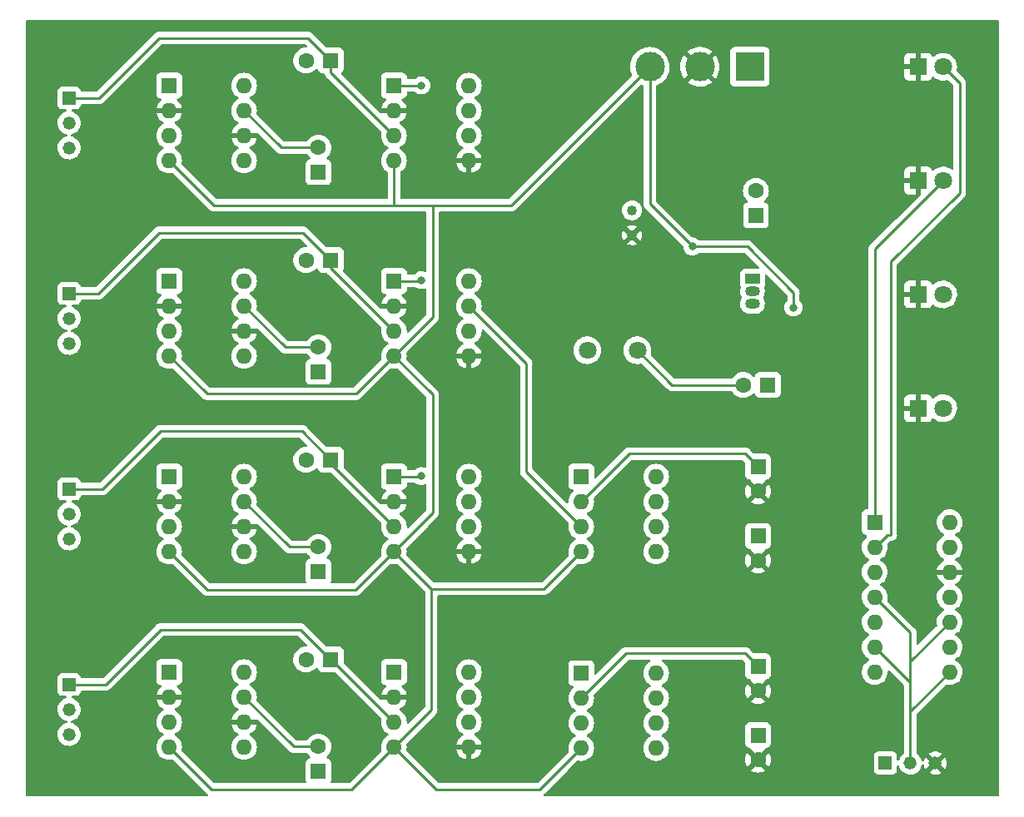
<source format=gbl>
%TF.GenerationSoftware,KiCad,Pcbnew,(6.0.1)*%
%TF.CreationDate,2022-03-23T17:06:24-04:00*%
%TF.ProjectId,accordeur,6163636f-7264-4657-9572-2e6b69636164,0*%
%TF.SameCoordinates,Original*%
%TF.FileFunction,Copper,L2,Bot*%
%TF.FilePolarity,Positive*%
%FSLAX46Y46*%
G04 Gerber Fmt 4.6, Leading zero omitted, Abs format (unit mm)*
G04 Created by KiCad (PCBNEW (6.0.1)) date 2022-03-23 17:06:24*
%MOMM*%
%LPD*%
G01*
G04 APERTURE LIST*
%TA.AperFunction,ComponentPad*%
%ADD10R,1.600000X1.600000*%
%TD*%
%TA.AperFunction,ComponentPad*%
%ADD11C,1.600000*%
%TD*%
%TA.AperFunction,ComponentPad*%
%ADD12O,1.600000X1.600000*%
%TD*%
%TA.AperFunction,ComponentPad*%
%ADD13R,1.320800X1.320800*%
%TD*%
%TA.AperFunction,ComponentPad*%
%ADD14C,1.320800*%
%TD*%
%TA.AperFunction,ComponentPad*%
%ADD15R,1.800000X1.800000*%
%TD*%
%TA.AperFunction,ComponentPad*%
%ADD16C,1.800000*%
%TD*%
%TA.AperFunction,ComponentPad*%
%ADD17R,1.500000X1.050000*%
%TD*%
%TA.AperFunction,ComponentPad*%
%ADD18O,1.500000X1.050000*%
%TD*%
%TA.AperFunction,ComponentPad*%
%ADD19C,1.016000*%
%TD*%
%TA.AperFunction,ComponentPad*%
%ADD20R,3.000000X3.000000*%
%TD*%
%TA.AperFunction,ComponentPad*%
%ADD21C,3.000000*%
%TD*%
%TA.AperFunction,ViaPad*%
%ADD22C,0.800000*%
%TD*%
%TA.AperFunction,Conductor*%
%ADD23C,0.250000*%
%TD*%
G04 APERTURE END LIST*
D10*
X144780000Y-70376395D03*
D11*
X144780000Y-67876395D03*
D10*
X127010000Y-116950000D03*
D12*
X127010000Y-119490000D03*
X127010000Y-122030000D03*
X127010000Y-124570000D03*
X134630000Y-124570000D03*
X134630000Y-122030000D03*
X134630000Y-119490000D03*
X134630000Y-116950000D03*
D10*
X145000000Y-102997000D03*
D11*
X145000000Y-105497000D03*
D10*
X100285113Y-86295111D03*
D11*
X100285113Y-83795111D03*
D13*
X74930000Y-98213332D03*
D14*
X74930000Y-100753332D03*
X74930000Y-103293332D03*
D11*
X100285113Y-124435113D03*
D10*
X100285113Y-126935113D03*
X85100000Y-77056666D03*
D12*
X85100000Y-79596666D03*
X85100000Y-82136666D03*
X85100000Y-84676666D03*
X92720000Y-84676666D03*
X92720000Y-82136666D03*
X92720000Y-79596666D03*
X92720000Y-77056666D03*
D15*
X161285000Y-90000000D03*
D16*
X163825000Y-90000000D03*
D13*
X74930000Y-78316666D03*
D14*
X74930000Y-80856666D03*
X74930000Y-83396666D03*
D10*
X107960000Y-57160000D03*
D12*
X107960000Y-59700000D03*
X107960000Y-62240000D03*
X107960000Y-64780000D03*
X115580000Y-64780000D03*
X115580000Y-62240000D03*
X115580000Y-59700000D03*
X115580000Y-57160000D03*
D13*
X74930000Y-118110000D03*
D14*
X74930000Y-120650000D03*
X74930000Y-123190000D03*
D10*
X101535113Y-95249998D03*
D11*
X99035113Y-95249998D03*
D13*
X74930000Y-58420000D03*
D14*
X74930000Y-60960000D03*
X74930000Y-63500000D03*
D10*
X127010000Y-96953332D03*
D12*
X127010000Y-99493332D03*
X127010000Y-102033332D03*
X127010000Y-104573332D03*
X134630000Y-104573332D03*
X134630000Y-102033332D03*
X134630000Y-99493332D03*
X134630000Y-96953332D03*
D10*
X107960000Y-77056666D03*
D12*
X107960000Y-79596666D03*
X107960000Y-82136666D03*
X107960000Y-84676666D03*
X115580000Y-84676666D03*
X115580000Y-82136666D03*
X115580000Y-79596666D03*
X115580000Y-77056666D03*
D10*
X100285113Y-106615110D03*
D11*
X100285113Y-104115110D03*
D10*
X85100000Y-57160000D03*
D12*
X85100000Y-59700000D03*
X85100000Y-62240000D03*
X85100000Y-64780000D03*
X92720000Y-64780000D03*
X92720000Y-62240000D03*
X92720000Y-59700000D03*
X92720000Y-57160000D03*
D10*
X85100000Y-96953332D03*
D12*
X85100000Y-99493332D03*
X85100000Y-102033332D03*
X85100000Y-104573332D03*
X92720000Y-104573332D03*
X92720000Y-102033332D03*
X92720000Y-99493332D03*
X92720000Y-96953332D03*
D16*
X132715000Y-84090000D03*
X127635000Y-84090000D03*
D10*
X145000000Y-95949888D03*
D11*
X145000000Y-98449888D03*
D10*
X107960000Y-96953332D03*
D12*
X107960000Y-99493332D03*
X107960000Y-102033332D03*
X107960000Y-104573332D03*
X115580000Y-104573332D03*
X115580000Y-102033332D03*
X115580000Y-99493332D03*
X115580000Y-96953332D03*
D15*
X161285000Y-78415000D03*
D16*
X163825000Y-78415000D03*
D17*
X144420000Y-76835000D03*
D18*
X144420000Y-78105000D03*
X144420000Y-79375000D03*
D19*
X132175000Y-72390000D03*
X132175000Y-69850000D03*
D10*
X100285113Y-65975112D03*
D11*
X100285113Y-63475112D03*
D10*
X101535113Y-115569997D03*
D11*
X99035113Y-115569997D03*
D10*
X145985113Y-87630000D03*
D11*
X143485113Y-87630000D03*
D10*
X85100000Y-116850000D03*
D12*
X85100000Y-119390000D03*
X85100000Y-121930000D03*
X85100000Y-124470000D03*
X92720000Y-124470000D03*
X92720000Y-121930000D03*
X92720000Y-119390000D03*
X92720000Y-116850000D03*
D10*
X145000000Y-116269888D03*
D11*
X145000000Y-118769888D03*
D15*
X161285000Y-55245000D03*
D16*
X163825000Y-55245000D03*
D10*
X156855000Y-101595000D03*
D12*
X156855000Y-104135000D03*
X156855000Y-106675000D03*
X156855000Y-109215000D03*
X156855000Y-111755000D03*
X156855000Y-114295000D03*
X156855000Y-116835000D03*
X164475000Y-116835000D03*
X164475000Y-114295000D03*
X164475000Y-111755000D03*
X164475000Y-109215000D03*
X164475000Y-106675000D03*
X164475000Y-104135000D03*
X164475000Y-101595000D03*
D13*
X157937200Y-126111000D03*
D14*
X160477200Y-126111000D03*
X163017200Y-126111000D03*
D10*
X101535113Y-54610000D03*
D11*
X99035113Y-54610000D03*
D15*
X161285000Y-66830000D03*
D16*
X163825000Y-66830000D03*
D10*
X145000000Y-123269888D03*
D11*
X145000000Y-125769888D03*
D10*
X107960000Y-116850000D03*
D12*
X107960000Y-119390000D03*
X107960000Y-121930000D03*
X107960000Y-124470000D03*
X115580000Y-124470000D03*
X115580000Y-121930000D03*
X115580000Y-119390000D03*
X115580000Y-116850000D03*
D10*
X101535113Y-74929999D03*
D11*
X99035113Y-74929999D03*
D20*
X144145000Y-55245000D03*
D21*
X139065000Y-55245000D03*
X133985000Y-55245000D03*
D22*
X138303000Y-73533000D03*
X148590000Y-79756000D03*
X110744000Y-57150000D03*
X110744000Y-76962000D03*
X110744000Y-96901000D03*
D23*
X143891000Y-73533000D02*
X138303000Y-73533000D01*
X148590000Y-78232000D02*
X143891000Y-73533000D01*
X148590000Y-79756000D02*
X148590000Y-78232000D01*
X133985000Y-69215000D02*
X138303000Y-73533000D01*
X133985000Y-55245000D02*
X133985000Y-69215000D01*
X121412000Y-85428666D02*
X115580000Y-79596666D01*
X127010000Y-102033332D02*
X121412000Y-96435332D01*
X121412000Y-96435332D02*
X121412000Y-85428666D01*
X110734000Y-57160000D02*
X107960000Y-57160000D01*
X110744000Y-57150000D02*
X110734000Y-57160000D01*
X110649334Y-77056666D02*
X107960000Y-77056666D01*
X110744000Y-76962000D02*
X110649334Y-77056666D01*
X110744000Y-96901000D02*
X110691668Y-96953332D01*
X110691668Y-96953332D02*
X107960000Y-96953332D01*
X112268000Y-128778000D02*
X107960000Y-124470000D01*
X127010000Y-124570000D02*
X122802000Y-128778000D01*
X122802000Y-128778000D02*
X112268000Y-128778000D01*
X123210000Y-108373332D02*
X111760000Y-108373332D01*
X127010000Y-104573332D02*
X123210000Y-108373332D01*
X89408000Y-128778000D02*
X85100000Y-124470000D01*
X107960000Y-124470000D02*
X103652000Y-128778000D01*
X103652000Y-128778000D02*
X89408000Y-128778000D01*
X111760000Y-120670000D02*
X107960000Y-124470000D01*
X111760000Y-108373332D02*
X111760000Y-120670000D01*
X107960000Y-104573332D02*
X111760000Y-108373332D01*
X88984668Y-108458000D02*
X85100000Y-104573332D01*
X104075332Y-108458000D02*
X88984668Y-108458000D01*
X107960000Y-104573332D02*
X104075332Y-108458000D01*
X111887000Y-100646332D02*
X107960000Y-104573332D01*
X111887000Y-88603666D02*
X111887000Y-100646332D01*
X107960000Y-84676666D02*
X111887000Y-88603666D01*
X111887000Y-80749666D02*
X107960000Y-84676666D01*
X111887000Y-69342000D02*
X111887000Y-80749666D01*
X88942334Y-88519000D02*
X85100000Y-84676666D01*
X107960000Y-84676666D02*
X104117666Y-88519000D01*
X104117666Y-88519000D02*
X88942334Y-88519000D01*
X111887000Y-69342000D02*
X107950000Y-69342000D01*
X119888000Y-69342000D02*
X111887000Y-69342000D01*
X107960000Y-69332000D02*
X107950000Y-69342000D01*
X107950000Y-69342000D02*
X89662000Y-69342000D01*
X107960000Y-64780000D02*
X107960000Y-69332000D01*
X133985000Y-55245000D02*
X119888000Y-69342000D01*
X89662000Y-69342000D02*
X85100000Y-64780000D01*
X131888332Y-94615000D02*
X127010000Y-99493332D01*
X143665112Y-94615000D02*
X131888332Y-94615000D01*
X145000000Y-95949888D02*
X143665112Y-94615000D01*
X143665112Y-114935000D02*
X131565000Y-114935000D01*
X131565000Y-114935000D02*
X127010000Y-119490000D01*
X145000000Y-116269888D02*
X143665112Y-114935000D01*
X136255000Y-87630000D02*
X132715000Y-84090000D01*
X143485113Y-87630000D02*
X136255000Y-87630000D01*
X158120000Y-102870000D02*
X156855000Y-104135000D01*
X158496000Y-102870000D02*
X158120000Y-102870000D01*
X158496000Y-75057000D02*
X158496000Y-102870000D01*
X165481000Y-56901000D02*
X165481000Y-68072000D01*
X165481000Y-68072000D02*
X158496000Y-75057000D01*
X163825000Y-55245000D02*
X165481000Y-56901000D01*
X156855000Y-73800000D02*
X156855000Y-101595000D01*
X163825000Y-66830000D02*
X156855000Y-73800000D01*
X160477200Y-112837200D02*
X156855000Y-109215000D01*
X160477200Y-115752800D02*
X160477200Y-112837200D01*
X160477200Y-117917200D02*
X160477200Y-115752800D01*
X160477200Y-115752800D02*
X164475000Y-111755000D01*
X160477200Y-117917200D02*
X156855000Y-114295000D01*
X160477200Y-120832800D02*
X160477200Y-117917200D01*
X160477200Y-120832800D02*
X164475000Y-116835000D01*
X160477200Y-126111000D02*
X160477200Y-120832800D01*
X101599997Y-115569997D02*
X107960000Y-121930000D01*
X101535113Y-115569997D02*
X101599997Y-115569997D01*
X101535113Y-95608445D02*
X107960000Y-102033332D01*
X101535113Y-95249998D02*
X101535113Y-95608445D01*
X101535113Y-75711779D02*
X107960000Y-82136666D01*
X101535113Y-74929999D02*
X101535113Y-75711779D01*
X101535113Y-55815113D02*
X107960000Y-62240000D01*
X101535113Y-54610000D02*
X101535113Y-55815113D01*
X96495112Y-63475112D02*
X92720000Y-59700000D01*
X100285113Y-63475112D02*
X96495112Y-63475112D01*
X100285113Y-83795111D02*
X96918445Y-83795111D01*
X96918445Y-83795111D02*
X92720000Y-79596666D01*
X97341778Y-104115110D02*
X92720000Y-99493332D01*
X100285113Y-104115110D02*
X97341778Y-104115110D01*
X100285113Y-124435113D02*
X97765113Y-124435113D01*
X97765113Y-124435113D02*
X92720000Y-119390000D01*
X78613000Y-118110000D02*
X74930000Y-118110000D01*
X98487116Y-112522000D02*
X84201000Y-112522000D01*
X101535113Y-115569997D02*
X98487116Y-112522000D01*
X84201000Y-112522000D02*
X78613000Y-118110000D01*
X84201000Y-92329000D02*
X78316668Y-98213332D01*
X78316668Y-98213332D02*
X74930000Y-98213332D01*
X98614115Y-92329000D02*
X84201000Y-92329000D01*
X101535113Y-95249998D02*
X98614115Y-92329000D01*
X77893334Y-78316666D02*
X74930000Y-78316666D01*
X98741114Y-72136000D02*
X84074000Y-72136000D01*
X84074000Y-72136000D02*
X77893334Y-78316666D01*
X101535113Y-74929999D02*
X98741114Y-72136000D01*
X77978000Y-58420000D02*
X74930000Y-58420000D01*
X84074000Y-52324000D02*
X77978000Y-58420000D01*
X99249113Y-52324000D02*
X84074000Y-52324000D01*
X101535113Y-54610000D02*
X99249113Y-52324000D01*
%TA.AperFunction,Conductor*%
G36*
X169434121Y-50528002D02*
G01*
X169480614Y-50581658D01*
X169492000Y-50634000D01*
X169492000Y-129366000D01*
X169471998Y-129434121D01*
X169418342Y-129480614D01*
X169366000Y-129492000D01*
X123288094Y-129492000D01*
X123219973Y-129471998D01*
X123173480Y-129418342D01*
X123163376Y-129348068D01*
X123192870Y-129283488D01*
X123198999Y-129276905D01*
X123207683Y-129268221D01*
X123222717Y-129255380D01*
X123232694Y-129248131D01*
X123239107Y-129243472D01*
X123267298Y-129209395D01*
X123275288Y-129200616D01*
X125619954Y-126855950D01*
X144278493Y-126855950D01*
X144287789Y-126867965D01*
X144338994Y-126903819D01*
X144348489Y-126909302D01*
X144545947Y-127001378D01*
X144556239Y-127005124D01*
X144766688Y-127061513D01*
X144777481Y-127063416D01*
X144994525Y-127082405D01*
X145005475Y-127082405D01*
X145222519Y-127063416D01*
X145233312Y-127061513D01*
X145443761Y-127005124D01*
X145454053Y-127001378D01*
X145651511Y-126909302D01*
X145661006Y-126903819D01*
X145713048Y-126867379D01*
X145721424Y-126856900D01*
X145714356Y-126843454D01*
X145012812Y-126141910D01*
X144998868Y-126134296D01*
X144997035Y-126134427D01*
X144990420Y-126138678D01*
X144284923Y-126844175D01*
X144278493Y-126855950D01*
X125619954Y-126855950D01*
X126596752Y-125879152D01*
X126659064Y-125845126D01*
X126718459Y-125846541D01*
X126776591Y-125862118D01*
X126776602Y-125862120D01*
X126781913Y-125863543D01*
X127010000Y-125883498D01*
X127238087Y-125863543D01*
X127243400Y-125862119D01*
X127243402Y-125862119D01*
X127453933Y-125805707D01*
X127453935Y-125805706D01*
X127459243Y-125804284D01*
X127464225Y-125801961D01*
X127661762Y-125709849D01*
X127661767Y-125709846D01*
X127666749Y-125707523D01*
X127806863Y-125609414D01*
X127849789Y-125579357D01*
X127849792Y-125579355D01*
X127854300Y-125576198D01*
X128016198Y-125414300D01*
X128024485Y-125402466D01*
X128094177Y-125302935D01*
X128147523Y-125226749D01*
X128149846Y-125221767D01*
X128149849Y-125221762D01*
X128241961Y-125024225D01*
X128241961Y-125024224D01*
X128244284Y-125019243D01*
X128252690Y-124987874D01*
X128302119Y-124803402D01*
X128302119Y-124803400D01*
X128303543Y-124798087D01*
X128323498Y-124570000D01*
X128303543Y-124341913D01*
X128298684Y-124323779D01*
X128245707Y-124126067D01*
X128245706Y-124126065D01*
X128244284Y-124120757D01*
X128237172Y-124105505D01*
X128149849Y-123918238D01*
X128149846Y-123918233D01*
X128147523Y-123913251D01*
X128055389Y-123781670D01*
X128019357Y-123730211D01*
X128019355Y-123730208D01*
X128016198Y-123725700D01*
X127854300Y-123563802D01*
X127849792Y-123560645D01*
X127849789Y-123560643D01*
X127717051Y-123467699D01*
X127666749Y-123432477D01*
X127661767Y-123430154D01*
X127661762Y-123430151D01*
X127627543Y-123414195D01*
X127574258Y-123367278D01*
X127554797Y-123299001D01*
X127575339Y-123231041D01*
X127627543Y-123185805D01*
X127661762Y-123169849D01*
X127661767Y-123169846D01*
X127666749Y-123167523D01*
X127806863Y-123069414D01*
X127849789Y-123039357D01*
X127849792Y-123039355D01*
X127854300Y-123036198D01*
X128016198Y-122874300D01*
X128147523Y-122686749D01*
X128149846Y-122681767D01*
X128149849Y-122681762D01*
X128241961Y-122484225D01*
X128241961Y-122484224D01*
X128244284Y-122479243D01*
X128260599Y-122418357D01*
X128302119Y-122263402D01*
X128302119Y-122263400D01*
X128303543Y-122258087D01*
X128323498Y-122030000D01*
X128303543Y-121801913D01*
X128294383Y-121767728D01*
X128245707Y-121586067D01*
X128245706Y-121586065D01*
X128244284Y-121580757D01*
X128237172Y-121565505D01*
X128149849Y-121378238D01*
X128149846Y-121378233D01*
X128147523Y-121373251D01*
X128016198Y-121185700D01*
X127854300Y-121023802D01*
X127849792Y-121020645D01*
X127849789Y-121020643D01*
X127717051Y-120927699D01*
X127666749Y-120892477D01*
X127661767Y-120890154D01*
X127661762Y-120890151D01*
X127627543Y-120874195D01*
X127574258Y-120827278D01*
X127554797Y-120759001D01*
X127575339Y-120691041D01*
X127627543Y-120645805D01*
X127661762Y-120629849D01*
X127661767Y-120629846D01*
X127666749Y-120627523D01*
X127806863Y-120529414D01*
X127849789Y-120499357D01*
X127849792Y-120499355D01*
X127854300Y-120496198D01*
X128016198Y-120334300D01*
X128147523Y-120146749D01*
X128149846Y-120141767D01*
X128149849Y-120141762D01*
X128241961Y-119944225D01*
X128241961Y-119944224D01*
X128244284Y-119939243D01*
X128266603Y-119855950D01*
X128302119Y-119723402D01*
X128302119Y-119723400D01*
X128303543Y-119718087D01*
X128323498Y-119490000D01*
X128303543Y-119261913D01*
X128302119Y-119256598D01*
X128302118Y-119256591D01*
X128286541Y-119198459D01*
X128288230Y-119127483D01*
X128319152Y-119076752D01*
X130048765Y-117347140D01*
X131790500Y-115605405D01*
X131852812Y-115571379D01*
X131879595Y-115568500D01*
X133928112Y-115568500D01*
X133996233Y-115588502D01*
X134042726Y-115642158D01*
X134052830Y-115712432D01*
X134023336Y-115777012D01*
X133981359Y-115808696D01*
X133973251Y-115812477D01*
X133922949Y-115847699D01*
X133790211Y-115940643D01*
X133790208Y-115940645D01*
X133785700Y-115943802D01*
X133623802Y-116105700D01*
X133492477Y-116293251D01*
X133490154Y-116298233D01*
X133490151Y-116298238D01*
X133428479Y-116430495D01*
X133395716Y-116500757D01*
X133394294Y-116506065D01*
X133394293Y-116506067D01*
X133339690Y-116709846D01*
X133336457Y-116721913D01*
X133316502Y-116950000D01*
X133336457Y-117178087D01*
X133337881Y-117183400D01*
X133337881Y-117183402D01*
X133366237Y-117289225D01*
X133395716Y-117399243D01*
X133398039Y-117404224D01*
X133398039Y-117404225D01*
X133490151Y-117601762D01*
X133490154Y-117601767D01*
X133492477Y-117606749D01*
X133623802Y-117794300D01*
X133785700Y-117956198D01*
X133790208Y-117959355D01*
X133790211Y-117959357D01*
X133831542Y-117988297D01*
X133973251Y-118087523D01*
X133978233Y-118089846D01*
X133978238Y-118089849D01*
X134012457Y-118105805D01*
X134065742Y-118152722D01*
X134085203Y-118220999D01*
X134064661Y-118288959D01*
X134012457Y-118334195D01*
X133978238Y-118350151D01*
X133978233Y-118350154D01*
X133973251Y-118352477D01*
X133868389Y-118425902D01*
X133790211Y-118480643D01*
X133790208Y-118480645D01*
X133785700Y-118483802D01*
X133623802Y-118645700D01*
X133620645Y-118650208D01*
X133620643Y-118650211D01*
X133577241Y-118712196D01*
X133492477Y-118833251D01*
X133490154Y-118838233D01*
X133490151Y-118838238D01*
X133444589Y-118935947D01*
X133395716Y-119040757D01*
X133394294Y-119046065D01*
X133394293Y-119046067D01*
X133346571Y-119224167D01*
X133336457Y-119261913D01*
X133316502Y-119490000D01*
X133336457Y-119718087D01*
X133337881Y-119723400D01*
X133337881Y-119723402D01*
X133373398Y-119855950D01*
X133395716Y-119939243D01*
X133398039Y-119944224D01*
X133398039Y-119944225D01*
X133490151Y-120141762D01*
X133490154Y-120141767D01*
X133492477Y-120146749D01*
X133623802Y-120334300D01*
X133785700Y-120496198D01*
X133790208Y-120499355D01*
X133790211Y-120499357D01*
X133833137Y-120529414D01*
X133973251Y-120627523D01*
X133978233Y-120629846D01*
X133978238Y-120629849D01*
X134012457Y-120645805D01*
X134065742Y-120692722D01*
X134085203Y-120760999D01*
X134064661Y-120828959D01*
X134012457Y-120874195D01*
X133978238Y-120890151D01*
X133978233Y-120890154D01*
X133973251Y-120892477D01*
X133922949Y-120927699D01*
X133790211Y-121020643D01*
X133790208Y-121020645D01*
X133785700Y-121023802D01*
X133623802Y-121185700D01*
X133492477Y-121373251D01*
X133490154Y-121378233D01*
X133490151Y-121378238D01*
X133402828Y-121565505D01*
X133395716Y-121580757D01*
X133394294Y-121586065D01*
X133394293Y-121586067D01*
X133345617Y-121767728D01*
X133336457Y-121801913D01*
X133316502Y-122030000D01*
X133336457Y-122258087D01*
X133337881Y-122263400D01*
X133337881Y-122263402D01*
X133379402Y-122418357D01*
X133395716Y-122479243D01*
X133398039Y-122484224D01*
X133398039Y-122484225D01*
X133490151Y-122681762D01*
X133490154Y-122681767D01*
X133492477Y-122686749D01*
X133623802Y-122874300D01*
X133785700Y-123036198D01*
X133790208Y-123039355D01*
X133790211Y-123039357D01*
X133833137Y-123069414D01*
X133973251Y-123167523D01*
X133978233Y-123169846D01*
X133978238Y-123169849D01*
X134012457Y-123185805D01*
X134065742Y-123232722D01*
X134085203Y-123300999D01*
X134064661Y-123368959D01*
X134012457Y-123414195D01*
X133978238Y-123430151D01*
X133978233Y-123430154D01*
X133973251Y-123432477D01*
X133922949Y-123467699D01*
X133790211Y-123560643D01*
X133790208Y-123560645D01*
X133785700Y-123563802D01*
X133623802Y-123725700D01*
X133620645Y-123730208D01*
X133620643Y-123730211D01*
X133584611Y-123781670D01*
X133492477Y-123913251D01*
X133490154Y-123918233D01*
X133490151Y-123918238D01*
X133402828Y-124105505D01*
X133395716Y-124120757D01*
X133394294Y-124126065D01*
X133394293Y-124126067D01*
X133341316Y-124323779D01*
X133336457Y-124341913D01*
X133316502Y-124570000D01*
X133336457Y-124798087D01*
X133337881Y-124803400D01*
X133337881Y-124803402D01*
X133387311Y-124987874D01*
X133395716Y-125019243D01*
X133398039Y-125024224D01*
X133398039Y-125024225D01*
X133490151Y-125221762D01*
X133490154Y-125221767D01*
X133492477Y-125226749D01*
X133545823Y-125302935D01*
X133615516Y-125402466D01*
X133623802Y-125414300D01*
X133785700Y-125576198D01*
X133790208Y-125579355D01*
X133790211Y-125579357D01*
X133833137Y-125609414D01*
X133973251Y-125707523D01*
X133978233Y-125709846D01*
X133978238Y-125709849D01*
X134175775Y-125801961D01*
X134180757Y-125804284D01*
X134186065Y-125805706D01*
X134186067Y-125805707D01*
X134396598Y-125862119D01*
X134396600Y-125862119D01*
X134401913Y-125863543D01*
X134630000Y-125883498D01*
X134858087Y-125863543D01*
X134863400Y-125862119D01*
X134863402Y-125862119D01*
X135073933Y-125805707D01*
X135073935Y-125805706D01*
X135079243Y-125804284D01*
X135084225Y-125801961D01*
X135141265Y-125775363D01*
X143687483Y-125775363D01*
X143706472Y-125992407D01*
X143708375Y-126003200D01*
X143764764Y-126213649D01*
X143768510Y-126223941D01*
X143860586Y-126421399D01*
X143866069Y-126430894D01*
X143902509Y-126482936D01*
X143912988Y-126491312D01*
X143926434Y-126484244D01*
X144627978Y-125782700D01*
X144634356Y-125771020D01*
X145364408Y-125771020D01*
X145364539Y-125772853D01*
X145368790Y-125779468D01*
X146074287Y-126484965D01*
X146086062Y-126491395D01*
X146098077Y-126482099D01*
X146133931Y-126430894D01*
X146139414Y-126421399D01*
X146231490Y-126223941D01*
X146235236Y-126213649D01*
X146291625Y-126003200D01*
X146293528Y-125992407D01*
X146312517Y-125775363D01*
X146312517Y-125764413D01*
X146293528Y-125547369D01*
X146291625Y-125536576D01*
X146235236Y-125326127D01*
X146231490Y-125315835D01*
X146139414Y-125118377D01*
X146133931Y-125108882D01*
X146097491Y-125056840D01*
X146087012Y-125048464D01*
X146073566Y-125055532D01*
X145372022Y-125757076D01*
X145364408Y-125771020D01*
X144634356Y-125771020D01*
X144635592Y-125768756D01*
X144635461Y-125766923D01*
X144631210Y-125760308D01*
X143925713Y-125054811D01*
X143913938Y-125048381D01*
X143901923Y-125057677D01*
X143866069Y-125108882D01*
X143860586Y-125118377D01*
X143768510Y-125315835D01*
X143764764Y-125326127D01*
X143708375Y-125536576D01*
X143706472Y-125547369D01*
X143687483Y-125764413D01*
X143687483Y-125775363D01*
X135141265Y-125775363D01*
X135281762Y-125709849D01*
X135281767Y-125709846D01*
X135286749Y-125707523D01*
X135426863Y-125609414D01*
X135469789Y-125579357D01*
X135469792Y-125579355D01*
X135474300Y-125576198D01*
X135636198Y-125414300D01*
X135644485Y-125402466D01*
X135714177Y-125302935D01*
X135767523Y-125226749D01*
X135769846Y-125221767D01*
X135769849Y-125221762D01*
X135861961Y-125024225D01*
X135861961Y-125024224D01*
X135864284Y-125019243D01*
X135872690Y-124987874D01*
X135922119Y-124803402D01*
X135922119Y-124803400D01*
X135923543Y-124798087D01*
X135943498Y-124570000D01*
X135923543Y-124341913D01*
X135918684Y-124323779D01*
X135865707Y-124126067D01*
X135865706Y-124126065D01*
X135864284Y-124120757D01*
X135863009Y-124118022D01*
X143691500Y-124118022D01*
X143698255Y-124180204D01*
X143749385Y-124316593D01*
X143836739Y-124433149D01*
X143953295Y-124520503D01*
X144089684Y-124571633D01*
X144133252Y-124576366D01*
X144148486Y-124578021D01*
X144148489Y-124578021D01*
X144151866Y-124578388D01*
X144155185Y-124578388D01*
X144222110Y-124602041D01*
X144257804Y-124648044D01*
X144259734Y-124647029D01*
X144265442Y-124657888D01*
X144265632Y-124658133D01*
X144265653Y-124658291D01*
X144285644Y-124696322D01*
X144987188Y-125397866D01*
X145001132Y-125405480D01*
X145002965Y-125405349D01*
X145009580Y-125401098D01*
X145715077Y-124695601D01*
X145737871Y-124653859D01*
X145740047Y-124643859D01*
X145790253Y-124593661D01*
X145843814Y-124578437D01*
X145844719Y-124578388D01*
X145848134Y-124578388D01*
X145851530Y-124578019D01*
X145851532Y-124578019D01*
X145863879Y-124576678D01*
X145910316Y-124571633D01*
X146046705Y-124520503D01*
X146163261Y-124433149D01*
X146250615Y-124316593D01*
X146301745Y-124180204D01*
X146308500Y-124118022D01*
X146308500Y-122421754D01*
X146301745Y-122359572D01*
X146250615Y-122223183D01*
X146163261Y-122106627D01*
X146046705Y-122019273D01*
X145910316Y-121968143D01*
X145848134Y-121961388D01*
X144151866Y-121961388D01*
X144089684Y-121968143D01*
X143953295Y-122019273D01*
X143836739Y-122106627D01*
X143749385Y-122223183D01*
X143698255Y-122359572D01*
X143691500Y-122421754D01*
X143691500Y-124118022D01*
X135863009Y-124118022D01*
X135857172Y-124105505D01*
X135769849Y-123918238D01*
X135769846Y-123918233D01*
X135767523Y-123913251D01*
X135675389Y-123781670D01*
X135639357Y-123730211D01*
X135639355Y-123730208D01*
X135636198Y-123725700D01*
X135474300Y-123563802D01*
X135469792Y-123560645D01*
X135469789Y-123560643D01*
X135337051Y-123467699D01*
X135286749Y-123432477D01*
X135281767Y-123430154D01*
X135281762Y-123430151D01*
X135247543Y-123414195D01*
X135194258Y-123367278D01*
X135174797Y-123299001D01*
X135195339Y-123231041D01*
X135247543Y-123185805D01*
X135281762Y-123169849D01*
X135281767Y-123169846D01*
X135286749Y-123167523D01*
X135426863Y-123069414D01*
X135469789Y-123039357D01*
X135469792Y-123039355D01*
X135474300Y-123036198D01*
X135636198Y-122874300D01*
X135767523Y-122686749D01*
X135769846Y-122681767D01*
X135769849Y-122681762D01*
X135861961Y-122484225D01*
X135861961Y-122484224D01*
X135864284Y-122479243D01*
X135880599Y-122418357D01*
X135922119Y-122263402D01*
X135922119Y-122263400D01*
X135923543Y-122258087D01*
X135943498Y-122030000D01*
X135923543Y-121801913D01*
X135914383Y-121767728D01*
X135865707Y-121586067D01*
X135865706Y-121586065D01*
X135864284Y-121580757D01*
X135857172Y-121565505D01*
X135769849Y-121378238D01*
X135769846Y-121378233D01*
X135767523Y-121373251D01*
X135636198Y-121185700D01*
X135474300Y-121023802D01*
X135469792Y-121020645D01*
X135469789Y-121020643D01*
X135337051Y-120927699D01*
X135286749Y-120892477D01*
X135281767Y-120890154D01*
X135281762Y-120890151D01*
X135247543Y-120874195D01*
X135194258Y-120827278D01*
X135174797Y-120759001D01*
X135195339Y-120691041D01*
X135247543Y-120645805D01*
X135281762Y-120629849D01*
X135281767Y-120629846D01*
X135286749Y-120627523D01*
X135426863Y-120529414D01*
X135469789Y-120499357D01*
X135469792Y-120499355D01*
X135474300Y-120496198D01*
X135636198Y-120334300D01*
X135767523Y-120146749D01*
X135769846Y-120141767D01*
X135769849Y-120141762D01*
X135861961Y-119944225D01*
X135861961Y-119944224D01*
X135864284Y-119939243D01*
X135886603Y-119855950D01*
X144278493Y-119855950D01*
X144287789Y-119867965D01*
X144338994Y-119903819D01*
X144348489Y-119909302D01*
X144545947Y-120001378D01*
X144556239Y-120005124D01*
X144766688Y-120061513D01*
X144777481Y-120063416D01*
X144994525Y-120082405D01*
X145005475Y-120082405D01*
X145222519Y-120063416D01*
X145233312Y-120061513D01*
X145443761Y-120005124D01*
X145454053Y-120001378D01*
X145651511Y-119909302D01*
X145661006Y-119903819D01*
X145713048Y-119867379D01*
X145721424Y-119856900D01*
X145714356Y-119843454D01*
X145012812Y-119141910D01*
X144998868Y-119134296D01*
X144997035Y-119134427D01*
X144990420Y-119138678D01*
X144284923Y-119844175D01*
X144278493Y-119855950D01*
X135886603Y-119855950D01*
X135922119Y-119723402D01*
X135922119Y-119723400D01*
X135923543Y-119718087D01*
X135943498Y-119490000D01*
X135923543Y-119261913D01*
X135913429Y-119224167D01*
X135865707Y-119046067D01*
X135865706Y-119046065D01*
X135864284Y-119040757D01*
X135815411Y-118935947D01*
X135769849Y-118838238D01*
X135769846Y-118838233D01*
X135767523Y-118833251D01*
X135726989Y-118775363D01*
X143687483Y-118775363D01*
X143706472Y-118992407D01*
X143708375Y-119003200D01*
X143764764Y-119213649D01*
X143768510Y-119223941D01*
X143860586Y-119421399D01*
X143866069Y-119430894D01*
X143902509Y-119482936D01*
X143912988Y-119491312D01*
X143926434Y-119484244D01*
X144627978Y-118782700D01*
X144634356Y-118771020D01*
X145364408Y-118771020D01*
X145364539Y-118772853D01*
X145368790Y-118779468D01*
X146074287Y-119484965D01*
X146086062Y-119491395D01*
X146098077Y-119482099D01*
X146133931Y-119430894D01*
X146139414Y-119421399D01*
X146231490Y-119223941D01*
X146235236Y-119213649D01*
X146291625Y-119003200D01*
X146293528Y-118992407D01*
X146312517Y-118775363D01*
X146312517Y-118764413D01*
X146293528Y-118547369D01*
X146291625Y-118536576D01*
X146235236Y-118326127D01*
X146231490Y-118315835D01*
X146139414Y-118118377D01*
X146133931Y-118108882D01*
X146097491Y-118056840D01*
X146087012Y-118048464D01*
X146073566Y-118055532D01*
X145372022Y-118757076D01*
X145364408Y-118771020D01*
X144634356Y-118771020D01*
X144635592Y-118768756D01*
X144635461Y-118766923D01*
X144631210Y-118760308D01*
X143925713Y-118054811D01*
X143913938Y-118048381D01*
X143901923Y-118057677D01*
X143866069Y-118108882D01*
X143860586Y-118118377D01*
X143768510Y-118315835D01*
X143764764Y-118326127D01*
X143708375Y-118536576D01*
X143706472Y-118547369D01*
X143687483Y-118764413D01*
X143687483Y-118775363D01*
X135726989Y-118775363D01*
X135682759Y-118712196D01*
X135639357Y-118650211D01*
X135639355Y-118650208D01*
X135636198Y-118645700D01*
X135474300Y-118483802D01*
X135469792Y-118480645D01*
X135469789Y-118480643D01*
X135391611Y-118425902D01*
X135286749Y-118352477D01*
X135281767Y-118350154D01*
X135281762Y-118350151D01*
X135247543Y-118334195D01*
X135194258Y-118287278D01*
X135174797Y-118219001D01*
X135195339Y-118151041D01*
X135247543Y-118105805D01*
X135281762Y-118089849D01*
X135281767Y-118089846D01*
X135286749Y-118087523D01*
X135428458Y-117988297D01*
X135469789Y-117959357D01*
X135469792Y-117959355D01*
X135474300Y-117956198D01*
X135636198Y-117794300D01*
X135767523Y-117606749D01*
X135769846Y-117601767D01*
X135769849Y-117601762D01*
X135861961Y-117404225D01*
X135861961Y-117404224D01*
X135864284Y-117399243D01*
X135893764Y-117289225D01*
X135922119Y-117183402D01*
X135922119Y-117183400D01*
X135923543Y-117178087D01*
X135943498Y-116950000D01*
X135923543Y-116721913D01*
X135920310Y-116709846D01*
X135865707Y-116506067D01*
X135865706Y-116506065D01*
X135864284Y-116500757D01*
X135831521Y-116430495D01*
X135769849Y-116298238D01*
X135769846Y-116298233D01*
X135767523Y-116293251D01*
X135636198Y-116105700D01*
X135474300Y-115943802D01*
X135469792Y-115940645D01*
X135469789Y-115940643D01*
X135337051Y-115847699D01*
X135286749Y-115812477D01*
X135278641Y-115808696D01*
X135277498Y-115807690D01*
X135276998Y-115807401D01*
X135277056Y-115807301D01*
X135225354Y-115761780D01*
X135205892Y-115693503D01*
X135226432Y-115625543D01*
X135280454Y-115579476D01*
X135331888Y-115568500D01*
X143350518Y-115568500D01*
X143418639Y-115588502D01*
X143439613Y-115605405D01*
X143654595Y-115820387D01*
X143688621Y-115882699D01*
X143691500Y-115909482D01*
X143691500Y-117118022D01*
X143698255Y-117180204D01*
X143749385Y-117316593D01*
X143836739Y-117433149D01*
X143953295Y-117520503D01*
X144089684Y-117571633D01*
X144133252Y-117576366D01*
X144148486Y-117578021D01*
X144148489Y-117578021D01*
X144151866Y-117578388D01*
X144155185Y-117578388D01*
X144222110Y-117602041D01*
X144257804Y-117648044D01*
X144259734Y-117647029D01*
X144265442Y-117657888D01*
X144265632Y-117658133D01*
X144265653Y-117658291D01*
X144285644Y-117696322D01*
X144987188Y-118397866D01*
X145001132Y-118405480D01*
X145002965Y-118405349D01*
X145009580Y-118401098D01*
X145715077Y-117695601D01*
X145737871Y-117653859D01*
X145740047Y-117643859D01*
X145790253Y-117593661D01*
X145843814Y-117578437D01*
X145844719Y-117578388D01*
X145848134Y-117578388D01*
X145851530Y-117578019D01*
X145851532Y-117578019D01*
X145863879Y-117576678D01*
X145910316Y-117571633D01*
X146046705Y-117520503D01*
X146163261Y-117433149D01*
X146250615Y-117316593D01*
X146301745Y-117180204D01*
X146308500Y-117118022D01*
X146308500Y-116835000D01*
X155541502Y-116835000D01*
X155561457Y-117063087D01*
X155562881Y-117068400D01*
X155562881Y-117068402D01*
X155601172Y-117211303D01*
X155620716Y-117284243D01*
X155623039Y-117289224D01*
X155623039Y-117289225D01*
X155715151Y-117486762D01*
X155715154Y-117486767D01*
X155717477Y-117491749D01*
X155778177Y-117578437D01*
X155833981Y-117658133D01*
X155848802Y-117679300D01*
X156010700Y-117841198D01*
X156015208Y-117844355D01*
X156015211Y-117844357D01*
X156038003Y-117860316D01*
X156198251Y-117972523D01*
X156203233Y-117974846D01*
X156203238Y-117974849D01*
X156400775Y-118066961D01*
X156405757Y-118069284D01*
X156411065Y-118070706D01*
X156411067Y-118070707D01*
X156621598Y-118127119D01*
X156621600Y-118127119D01*
X156626913Y-118128543D01*
X156855000Y-118148498D01*
X157083087Y-118128543D01*
X157088400Y-118127119D01*
X157088402Y-118127119D01*
X157298933Y-118070707D01*
X157298935Y-118070706D01*
X157304243Y-118069284D01*
X157309225Y-118066961D01*
X157506762Y-117974849D01*
X157506767Y-117974846D01*
X157511749Y-117972523D01*
X157671997Y-117860316D01*
X157694789Y-117844357D01*
X157694792Y-117844355D01*
X157699300Y-117841198D01*
X157861198Y-117679300D01*
X157876020Y-117658133D01*
X157931823Y-117578437D01*
X157992523Y-117491749D01*
X157994846Y-117486767D01*
X157994849Y-117486762D01*
X158086961Y-117289225D01*
X158086961Y-117289224D01*
X158089284Y-117284243D01*
X158108829Y-117211303D01*
X158147119Y-117068402D01*
X158147119Y-117068400D01*
X158148543Y-117063087D01*
X158168498Y-116835000D01*
X158168019Y-116829525D01*
X158168019Y-116829514D01*
X158166974Y-116817570D01*
X158180962Y-116747965D01*
X158230361Y-116696973D01*
X158299487Y-116680782D01*
X158366393Y-116704534D01*
X158381589Y-116717493D01*
X159806795Y-118142699D01*
X159840821Y-118205011D01*
X159843700Y-118231794D01*
X159843700Y-120773024D01*
X159842149Y-120792734D01*
X159838980Y-120812743D01*
X159839726Y-120820635D01*
X159843141Y-120856761D01*
X159843700Y-120868619D01*
X159843700Y-125056687D01*
X159823698Y-125124808D01*
X159791871Y-125158506D01*
X159787194Y-125161288D01*
X159782860Y-125165089D01*
X159782857Y-125165091D01*
X159712550Y-125226749D01*
X159625677Y-125302935D01*
X159622102Y-125307470D01*
X159622101Y-125307471D01*
X159590040Y-125348140D01*
X159492678Y-125471644D01*
X159489989Y-125476755D01*
X159489987Y-125476758D01*
X159458515Y-125536576D01*
X159392650Y-125661765D01*
X159364406Y-125752727D01*
X159352433Y-125791286D01*
X159313130Y-125850411D01*
X159248101Y-125878902D01*
X159177991Y-125867712D01*
X159125061Y-125820395D01*
X159106100Y-125753922D01*
X159106100Y-125402466D01*
X159099345Y-125340284D01*
X159048215Y-125203895D01*
X158960861Y-125087339D01*
X158844305Y-124999985D01*
X158707916Y-124948855D01*
X158645734Y-124942100D01*
X157228666Y-124942100D01*
X157166484Y-124948855D01*
X157030095Y-124999985D01*
X156913539Y-125087339D01*
X156826185Y-125203895D01*
X156775055Y-125340284D01*
X156768300Y-125402466D01*
X156768300Y-126819534D01*
X156775055Y-126881716D01*
X156826185Y-127018105D01*
X156913539Y-127134661D01*
X157030095Y-127222015D01*
X157166484Y-127273145D01*
X157228666Y-127279900D01*
X158645734Y-127279900D01*
X158707916Y-127273145D01*
X158844305Y-127222015D01*
X158960861Y-127134661D01*
X159048215Y-127018105D01*
X159099345Y-126881716D01*
X159106100Y-126819534D01*
X159106100Y-126469287D01*
X159126102Y-126401166D01*
X159179758Y-126354673D01*
X159250032Y-126344569D01*
X159314612Y-126374063D01*
X159354223Y-126438272D01*
X159370626Y-126502859D01*
X159460566Y-126697954D01*
X159584553Y-126873392D01*
X159738436Y-127023298D01*
X159743232Y-127026503D01*
X159743235Y-127026505D01*
X159912255Y-127139440D01*
X159912260Y-127139443D01*
X159917060Y-127142650D01*
X159922369Y-127144931D01*
X159922371Y-127144932D01*
X160109132Y-127225172D01*
X160109136Y-127225173D01*
X160114442Y-127227453D01*
X160120074Y-127228727D01*
X160120076Y-127228728D01*
X160318337Y-127273590D01*
X160318342Y-127273591D01*
X160323974Y-127274865D01*
X160329745Y-127275092D01*
X160329747Y-127275092D01*
X160395814Y-127277688D01*
X160538638Y-127283299D01*
X160663368Y-127265214D01*
X160745521Y-127253303D01*
X160745525Y-127253302D01*
X160751243Y-127252473D01*
X160756715Y-127250615D01*
X160756717Y-127250615D01*
X160949207Y-127185273D01*
X160949209Y-127185272D01*
X160954671Y-127183418D01*
X161111048Y-127095843D01*
X162396717Y-127095843D01*
X162406599Y-127108332D01*
X162452495Y-127138999D01*
X162462605Y-127144489D01*
X162649291Y-127224695D01*
X162660234Y-127228250D01*
X162858403Y-127273092D01*
X162869813Y-127274594D01*
X163072843Y-127282571D01*
X163084325Y-127281969D01*
X163285412Y-127252814D01*
X163296595Y-127250129D01*
X163488995Y-127184818D01*
X163499510Y-127180136D01*
X163629609Y-127107277D01*
X163639473Y-127097200D01*
X163636518Y-127089528D01*
X163030012Y-126483022D01*
X163016068Y-126475408D01*
X163014235Y-126475539D01*
X163007620Y-126479790D01*
X162402913Y-127084497D01*
X162396717Y-127095843D01*
X161111048Y-127095843D01*
X161142109Y-127078448D01*
X161204564Y-127026505D01*
X161302840Y-126944769D01*
X161307278Y-126941078D01*
X161444648Y-126775909D01*
X161549618Y-126588471D01*
X161576899Y-126508106D01*
X161616815Y-126390517D01*
X161616815Y-126390515D01*
X161618673Y-126385043D01*
X161619519Y-126379212D01*
X161623195Y-126353854D01*
X161652764Y-126289308D01*
X161712535Y-126250995D01*
X161783532Y-126251079D01*
X161843213Y-126289533D01*
X161870014Y-126340918D01*
X161909677Y-126497091D01*
X161913518Y-126507938D01*
X161998582Y-126692455D01*
X162004338Y-126702424D01*
X162019648Y-126724088D01*
X162030239Y-126732479D01*
X162043539Y-126725451D01*
X162645178Y-126123812D01*
X162651556Y-126112132D01*
X163381608Y-126112132D01*
X163381739Y-126113965D01*
X163385990Y-126120580D01*
X163991813Y-126726403D01*
X164004193Y-126733163D01*
X164010773Y-126728237D01*
X164086336Y-126593310D01*
X164091018Y-126582795D01*
X164156329Y-126390395D01*
X164159014Y-126379212D01*
X164188465Y-126176085D01*
X164189095Y-126168702D01*
X164190509Y-126114704D01*
X164190266Y-126107305D01*
X164171486Y-125902921D01*
X164169388Y-125891600D01*
X164114238Y-125696053D01*
X164110113Y-125685306D01*
X164020248Y-125503078D01*
X164015738Y-125495719D01*
X164005227Y-125487830D01*
X163992808Y-125494602D01*
X163389222Y-126098188D01*
X163381608Y-126112132D01*
X162651556Y-126112132D01*
X162652792Y-126109868D01*
X162652661Y-126108035D01*
X162648410Y-126101420D01*
X162041018Y-125494028D01*
X162028638Y-125487268D01*
X162022672Y-125491734D01*
X161935803Y-125656847D01*
X161931402Y-125667471D01*
X161871147Y-125861523D01*
X161869879Y-125867490D01*
X161836149Y-125929963D01*
X161773999Y-125964282D01*
X161703160Y-125959553D01*
X161646123Y-125917276D01*
X161625365Y-125875494D01*
X161573138Y-125690309D01*
X161570273Y-125684498D01*
X161480675Y-125502814D01*
X161478121Y-125497635D01*
X161403620Y-125397866D01*
X161353037Y-125330126D01*
X161353036Y-125330125D01*
X161349584Y-125325502D01*
X161345348Y-125321586D01*
X161196070Y-125183595D01*
X161196067Y-125183593D01*
X161191830Y-125179676D01*
X161186949Y-125176596D01*
X161186946Y-125176594D01*
X161169465Y-125165565D01*
X161134254Y-125125607D01*
X162395919Y-125125607D01*
X162399406Y-125133996D01*
X163004388Y-125738978D01*
X163018332Y-125746592D01*
X163020165Y-125746461D01*
X163026780Y-125742210D01*
X163631273Y-125137717D01*
X163638033Y-125125337D01*
X163632003Y-125117282D01*
X163554795Y-125068567D01*
X163544552Y-125063348D01*
X163355828Y-124988055D01*
X163344801Y-124984788D01*
X163145521Y-124945149D01*
X163134075Y-124943946D01*
X162930918Y-124941287D01*
X162919438Y-124942190D01*
X162719197Y-124976598D01*
X162708077Y-124979578D01*
X162517452Y-125049903D01*
X162507074Y-125054853D01*
X162405517Y-125115274D01*
X162395919Y-125125607D01*
X161134254Y-125125607D01*
X161122527Y-125112299D01*
X161110700Y-125059003D01*
X161110700Y-121147394D01*
X161130702Y-121079273D01*
X161147605Y-121058299D01*
X164061752Y-118144152D01*
X164124064Y-118110126D01*
X164183459Y-118111541D01*
X164241591Y-118127118D01*
X164241602Y-118127120D01*
X164246913Y-118128543D01*
X164475000Y-118148498D01*
X164703087Y-118128543D01*
X164708400Y-118127119D01*
X164708402Y-118127119D01*
X164918933Y-118070707D01*
X164918935Y-118070706D01*
X164924243Y-118069284D01*
X164929225Y-118066961D01*
X165126762Y-117974849D01*
X165126767Y-117974846D01*
X165131749Y-117972523D01*
X165291997Y-117860316D01*
X165314789Y-117844357D01*
X165314792Y-117844355D01*
X165319300Y-117841198D01*
X165481198Y-117679300D01*
X165496020Y-117658133D01*
X165551823Y-117578437D01*
X165612523Y-117491749D01*
X165614846Y-117486767D01*
X165614849Y-117486762D01*
X165706961Y-117289225D01*
X165706961Y-117289224D01*
X165709284Y-117284243D01*
X165728829Y-117211303D01*
X165767119Y-117068402D01*
X165767119Y-117068400D01*
X165768543Y-117063087D01*
X165788498Y-116835000D01*
X165768543Y-116606913D01*
X165741521Y-116506067D01*
X165710707Y-116391067D01*
X165710706Y-116391065D01*
X165709284Y-116385757D01*
X165706961Y-116380775D01*
X165614849Y-116183238D01*
X165614846Y-116183233D01*
X165612523Y-116178251D01*
X165510316Y-116032285D01*
X165484357Y-115995211D01*
X165484355Y-115995208D01*
X165481198Y-115990700D01*
X165319300Y-115828802D01*
X165314792Y-115825645D01*
X165314789Y-115825643D01*
X165170933Y-115724914D01*
X165131749Y-115697477D01*
X165126767Y-115695154D01*
X165126762Y-115695151D01*
X165092543Y-115679195D01*
X165039258Y-115632278D01*
X165019797Y-115564001D01*
X165040339Y-115496041D01*
X165092543Y-115450805D01*
X165126762Y-115434849D01*
X165126767Y-115434846D01*
X165131749Y-115432523D01*
X165253331Y-115347390D01*
X165314789Y-115304357D01*
X165314792Y-115304355D01*
X165319300Y-115301198D01*
X165481198Y-115139300D01*
X165499049Y-115113807D01*
X165599101Y-114970917D01*
X165612523Y-114951749D01*
X165614846Y-114946767D01*
X165614849Y-114946762D01*
X165706961Y-114749225D01*
X165706961Y-114749224D01*
X165709284Y-114744243D01*
X165714254Y-114725697D01*
X165767119Y-114528402D01*
X165767120Y-114528398D01*
X165768543Y-114523087D01*
X165788498Y-114295000D01*
X165768543Y-114066913D01*
X165731373Y-113928194D01*
X165710707Y-113851067D01*
X165710706Y-113851065D01*
X165709284Y-113845757D01*
X165706961Y-113840775D01*
X165614849Y-113643238D01*
X165614846Y-113643233D01*
X165612523Y-113638251D01*
X165481198Y-113450700D01*
X165319300Y-113288802D01*
X165314792Y-113285645D01*
X165314789Y-113285643D01*
X165157491Y-113175502D01*
X165131749Y-113157477D01*
X165126767Y-113155154D01*
X165126762Y-113155151D01*
X165092543Y-113139195D01*
X165039258Y-113092278D01*
X165019797Y-113024001D01*
X165040339Y-112956041D01*
X165092543Y-112910805D01*
X165126762Y-112894849D01*
X165126767Y-112894846D01*
X165131749Y-112892523D01*
X165262030Y-112801299D01*
X165314789Y-112764357D01*
X165314792Y-112764355D01*
X165319300Y-112761198D01*
X165481198Y-112599300D01*
X165486859Y-112591216D01*
X165539098Y-112516611D01*
X165612523Y-112411749D01*
X165614846Y-112406767D01*
X165614849Y-112406762D01*
X165706961Y-112209225D01*
X165706961Y-112209224D01*
X165709284Y-112204243D01*
X165732523Y-112117517D01*
X165767119Y-111988402D01*
X165767119Y-111988400D01*
X165768543Y-111983087D01*
X165788498Y-111755000D01*
X165768543Y-111526913D01*
X165709284Y-111305757D01*
X165706961Y-111300775D01*
X165614849Y-111103238D01*
X165614846Y-111103233D01*
X165612523Y-111098251D01*
X165481198Y-110910700D01*
X165319300Y-110748802D01*
X165314792Y-110745645D01*
X165314789Y-110745643D01*
X165236611Y-110690902D01*
X165131749Y-110617477D01*
X165126767Y-110615154D01*
X165126762Y-110615151D01*
X165092543Y-110599195D01*
X165039258Y-110552278D01*
X165019797Y-110484001D01*
X165040339Y-110416041D01*
X165092543Y-110370805D01*
X165126762Y-110354849D01*
X165126767Y-110354846D01*
X165131749Y-110352523D01*
X165236611Y-110279098D01*
X165314789Y-110224357D01*
X165314792Y-110224355D01*
X165319300Y-110221198D01*
X165481198Y-110059300D01*
X165612523Y-109871749D01*
X165614846Y-109866767D01*
X165614849Y-109866762D01*
X165706961Y-109669225D01*
X165706961Y-109669224D01*
X165709284Y-109664243D01*
X165751541Y-109506541D01*
X165767119Y-109448402D01*
X165767120Y-109448398D01*
X165768543Y-109443087D01*
X165788498Y-109215000D01*
X165768543Y-108986913D01*
X165766264Y-108978406D01*
X165710707Y-108771067D01*
X165710706Y-108771065D01*
X165709284Y-108765757D01*
X165631446Y-108598831D01*
X165614849Y-108563238D01*
X165614846Y-108563233D01*
X165612523Y-108558251D01*
X165481198Y-108370700D01*
X165319300Y-108208802D01*
X165314792Y-108205645D01*
X165314789Y-108205643D01*
X165236611Y-108150902D01*
X165131749Y-108077477D01*
X165126767Y-108075154D01*
X165126762Y-108075151D01*
X165091951Y-108058919D01*
X165038666Y-108012002D01*
X165019205Y-107943725D01*
X165039747Y-107875765D01*
X165091951Y-107830529D01*
X165126511Y-107814414D01*
X165136007Y-107808931D01*
X165314467Y-107683972D01*
X165322875Y-107676916D01*
X165476916Y-107522875D01*
X165483972Y-107514467D01*
X165608931Y-107336007D01*
X165614414Y-107326511D01*
X165706490Y-107129053D01*
X165710236Y-107118761D01*
X165756394Y-106946497D01*
X165756058Y-106932401D01*
X165748116Y-106929000D01*
X163207033Y-106929000D01*
X163193502Y-106932973D01*
X163192273Y-106941522D01*
X163239764Y-107118761D01*
X163243510Y-107129053D01*
X163335586Y-107326511D01*
X163341069Y-107336007D01*
X163466028Y-107514467D01*
X163473084Y-107522875D01*
X163627125Y-107676916D01*
X163635533Y-107683972D01*
X163813993Y-107808931D01*
X163823489Y-107814414D01*
X163858049Y-107830529D01*
X163911334Y-107877446D01*
X163930795Y-107945723D01*
X163910253Y-108013683D01*
X163858049Y-108058919D01*
X163823238Y-108075151D01*
X163823233Y-108075154D01*
X163818251Y-108077477D01*
X163713389Y-108150902D01*
X163635211Y-108205643D01*
X163635208Y-108205645D01*
X163630700Y-108208802D01*
X163468802Y-108370700D01*
X163337477Y-108558251D01*
X163335154Y-108563233D01*
X163335151Y-108563238D01*
X163318554Y-108598831D01*
X163240716Y-108765757D01*
X163239294Y-108771065D01*
X163239293Y-108771067D01*
X163183736Y-108978406D01*
X163181457Y-108986913D01*
X163161502Y-109215000D01*
X163181457Y-109443087D01*
X163182880Y-109448398D01*
X163182881Y-109448402D01*
X163198460Y-109506541D01*
X163240716Y-109664243D01*
X163243039Y-109669224D01*
X163243039Y-109669225D01*
X163335151Y-109866762D01*
X163335154Y-109866767D01*
X163337477Y-109871749D01*
X163468802Y-110059300D01*
X163630700Y-110221198D01*
X163635208Y-110224355D01*
X163635211Y-110224357D01*
X163713389Y-110279098D01*
X163818251Y-110352523D01*
X163823233Y-110354846D01*
X163823238Y-110354849D01*
X163857457Y-110370805D01*
X163910742Y-110417722D01*
X163930203Y-110485999D01*
X163909661Y-110553959D01*
X163857457Y-110599195D01*
X163823238Y-110615151D01*
X163823233Y-110615154D01*
X163818251Y-110617477D01*
X163713389Y-110690902D01*
X163635211Y-110745643D01*
X163635208Y-110745645D01*
X163630700Y-110748802D01*
X163468802Y-110910700D01*
X163337477Y-111098251D01*
X163335154Y-111103233D01*
X163335151Y-111103238D01*
X163243039Y-111300775D01*
X163240716Y-111305757D01*
X163181457Y-111526913D01*
X163161502Y-111755000D01*
X163181457Y-111983087D01*
X163182880Y-111988398D01*
X163182882Y-111988409D01*
X163198459Y-112046541D01*
X163196770Y-112117517D01*
X163165848Y-112168248D01*
X161325795Y-114008300D01*
X161263483Y-114042326D01*
X161192667Y-114037261D01*
X161135832Y-113994714D01*
X161111021Y-113928194D01*
X161110700Y-113919205D01*
X161110700Y-112915963D01*
X161111227Y-112904779D01*
X161112901Y-112897291D01*
X161110762Y-112829232D01*
X161110700Y-112825275D01*
X161110700Y-112797344D01*
X161110194Y-112793338D01*
X161109261Y-112781492D01*
X161108624Y-112761198D01*
X161107873Y-112737310D01*
X161102222Y-112717858D01*
X161098214Y-112698506D01*
X161096667Y-112686263D01*
X161095674Y-112678403D01*
X161092756Y-112671032D01*
X161079400Y-112637297D01*
X161075555Y-112626070D01*
X161074921Y-112623887D01*
X161063218Y-112583607D01*
X161059184Y-112576785D01*
X161059181Y-112576779D01*
X161052906Y-112566168D01*
X161044210Y-112548418D01*
X161039672Y-112536956D01*
X161039669Y-112536951D01*
X161036752Y-112529583D01*
X161010773Y-112493825D01*
X161004257Y-112483907D01*
X160985775Y-112452657D01*
X160981742Y-112445837D01*
X160967418Y-112431513D01*
X160954576Y-112416478D01*
X160942672Y-112400093D01*
X160908606Y-112371911D01*
X160899827Y-112363922D01*
X158164152Y-109628247D01*
X158130126Y-109565935D01*
X158131540Y-109506541D01*
X158148543Y-109443087D01*
X158168498Y-109215000D01*
X158148543Y-108986913D01*
X158146264Y-108978406D01*
X158090707Y-108771067D01*
X158090706Y-108771065D01*
X158089284Y-108765757D01*
X158011446Y-108598831D01*
X157994849Y-108563238D01*
X157994846Y-108563233D01*
X157992523Y-108558251D01*
X157861198Y-108370700D01*
X157699300Y-108208802D01*
X157694792Y-108205645D01*
X157694789Y-108205643D01*
X157616611Y-108150902D01*
X157511749Y-108077477D01*
X157506767Y-108075154D01*
X157506762Y-108075151D01*
X157472543Y-108059195D01*
X157419258Y-108012278D01*
X157399797Y-107944001D01*
X157420339Y-107876041D01*
X157472543Y-107830805D01*
X157506762Y-107814849D01*
X157506767Y-107814846D01*
X157511749Y-107812523D01*
X157619674Y-107736953D01*
X157694789Y-107684357D01*
X157694792Y-107684355D01*
X157699300Y-107681198D01*
X157861198Y-107519300D01*
X157992523Y-107331749D01*
X157994846Y-107326767D01*
X157994849Y-107326762D01*
X158086961Y-107129225D01*
X158086961Y-107129224D01*
X158089284Y-107124243D01*
X158148543Y-106903087D01*
X158168498Y-106675000D01*
X158148543Y-106446913D01*
X158089284Y-106225757D01*
X158081569Y-106209211D01*
X157994849Y-106023238D01*
X157994846Y-106023233D01*
X157992523Y-106018251D01*
X157897458Y-105882484D01*
X157864357Y-105835211D01*
X157864355Y-105835208D01*
X157861198Y-105830700D01*
X157699300Y-105668802D01*
X157694792Y-105665645D01*
X157694789Y-105665643D01*
X157575768Y-105582304D01*
X157511749Y-105537477D01*
X157506767Y-105535154D01*
X157506762Y-105535151D01*
X157472543Y-105519195D01*
X157419258Y-105472278D01*
X157399797Y-105404001D01*
X157420339Y-105336041D01*
X157472543Y-105290805D01*
X157506762Y-105274849D01*
X157506767Y-105274846D01*
X157511749Y-105272523D01*
X157616611Y-105199098D01*
X157694789Y-105144357D01*
X157694792Y-105144355D01*
X157699300Y-105141198D01*
X157861198Y-104979300D01*
X157872397Y-104963307D01*
X157961542Y-104835994D01*
X157992523Y-104791749D01*
X157994846Y-104786767D01*
X157994849Y-104786762D01*
X158086961Y-104589225D01*
X158086961Y-104589224D01*
X158089284Y-104584243D01*
X158092697Y-104571508D01*
X158147119Y-104368402D01*
X158147119Y-104368400D01*
X158148543Y-104363087D01*
X158168498Y-104135000D01*
X163161502Y-104135000D01*
X163181457Y-104363087D01*
X163182881Y-104368400D01*
X163182881Y-104368402D01*
X163237304Y-104571508D01*
X163240716Y-104584243D01*
X163243039Y-104589224D01*
X163243039Y-104589225D01*
X163335151Y-104786762D01*
X163335154Y-104786767D01*
X163337477Y-104791749D01*
X163368458Y-104835994D01*
X163457604Y-104963307D01*
X163468802Y-104979300D01*
X163630700Y-105141198D01*
X163635208Y-105144355D01*
X163635211Y-105144357D01*
X163713389Y-105199098D01*
X163818251Y-105272523D01*
X163823233Y-105274846D01*
X163823238Y-105274849D01*
X163858049Y-105291081D01*
X163911334Y-105337998D01*
X163930795Y-105406275D01*
X163910253Y-105474235D01*
X163858049Y-105519471D01*
X163823489Y-105535586D01*
X163813993Y-105541069D01*
X163635533Y-105666028D01*
X163627125Y-105673084D01*
X163473084Y-105827125D01*
X163466028Y-105835533D01*
X163341069Y-106013993D01*
X163335586Y-106023489D01*
X163243510Y-106220947D01*
X163239764Y-106231239D01*
X163193606Y-106403503D01*
X163193942Y-106417599D01*
X163201884Y-106421000D01*
X165742967Y-106421000D01*
X165756498Y-106417027D01*
X165757727Y-106408478D01*
X165710236Y-106231239D01*
X165706490Y-106220947D01*
X165614414Y-106023489D01*
X165608931Y-106013993D01*
X165483972Y-105835533D01*
X165476916Y-105827125D01*
X165322875Y-105673084D01*
X165314467Y-105666028D01*
X165136007Y-105541069D01*
X165126511Y-105535586D01*
X165091951Y-105519471D01*
X165038666Y-105472554D01*
X165019205Y-105404277D01*
X165039747Y-105336317D01*
X165091951Y-105291081D01*
X165126762Y-105274849D01*
X165126767Y-105274846D01*
X165131749Y-105272523D01*
X165236611Y-105199098D01*
X165314789Y-105144357D01*
X165314792Y-105144355D01*
X165319300Y-105141198D01*
X165481198Y-104979300D01*
X165492397Y-104963307D01*
X165581542Y-104835994D01*
X165612523Y-104791749D01*
X165614846Y-104786767D01*
X165614849Y-104786762D01*
X165706961Y-104589225D01*
X165706961Y-104589224D01*
X165709284Y-104584243D01*
X165712697Y-104571508D01*
X165767119Y-104368402D01*
X165767119Y-104368400D01*
X165768543Y-104363087D01*
X165788498Y-104135000D01*
X165768543Y-103906913D01*
X165764682Y-103892503D01*
X165710707Y-103691067D01*
X165710706Y-103691065D01*
X165709284Y-103685757D01*
X165697686Y-103660885D01*
X165614849Y-103483238D01*
X165614846Y-103483233D01*
X165612523Y-103478251D01*
X165537152Y-103370610D01*
X165484357Y-103295211D01*
X165484355Y-103295208D01*
X165481198Y-103290700D01*
X165319300Y-103128802D01*
X165314792Y-103125645D01*
X165314789Y-103125643D01*
X165213900Y-103055000D01*
X165131749Y-102997477D01*
X165126767Y-102995154D01*
X165126762Y-102995151D01*
X165092543Y-102979195D01*
X165039258Y-102932278D01*
X165019797Y-102864001D01*
X165040339Y-102796041D01*
X165092543Y-102750805D01*
X165126762Y-102734849D01*
X165126767Y-102734846D01*
X165131749Y-102732523D01*
X165273458Y-102633297D01*
X165314789Y-102604357D01*
X165314792Y-102604355D01*
X165319300Y-102601198D01*
X165481198Y-102439300D01*
X165488614Y-102428710D01*
X165578839Y-102299854D01*
X165612523Y-102251749D01*
X165614846Y-102246767D01*
X165614849Y-102246762D01*
X165706961Y-102049225D01*
X165706961Y-102049224D01*
X165709284Y-102044243D01*
X165734458Y-101950295D01*
X165767119Y-101828402D01*
X165767119Y-101828400D01*
X165768543Y-101823087D01*
X165788498Y-101595000D01*
X165768543Y-101366913D01*
X165719922Y-101185457D01*
X165710707Y-101151067D01*
X165710706Y-101151065D01*
X165709284Y-101145757D01*
X165672140Y-101066101D01*
X165614849Y-100943238D01*
X165614846Y-100943233D01*
X165612523Y-100938251D01*
X165537152Y-100830610D01*
X165484357Y-100755211D01*
X165484355Y-100755208D01*
X165481198Y-100750700D01*
X165319300Y-100588802D01*
X165314792Y-100585645D01*
X165314789Y-100585643D01*
X165195768Y-100502304D01*
X165131749Y-100457477D01*
X165126767Y-100455154D01*
X165126762Y-100455151D01*
X164929225Y-100363039D01*
X164929224Y-100363039D01*
X164924243Y-100360716D01*
X164918935Y-100359294D01*
X164918933Y-100359293D01*
X164708402Y-100302881D01*
X164708400Y-100302881D01*
X164703087Y-100301457D01*
X164475000Y-100281502D01*
X164246913Y-100301457D01*
X164241600Y-100302881D01*
X164241598Y-100302881D01*
X164031067Y-100359293D01*
X164031065Y-100359294D01*
X164025757Y-100360716D01*
X164020776Y-100363039D01*
X164020775Y-100363039D01*
X163823238Y-100455151D01*
X163823233Y-100455154D01*
X163818251Y-100457477D01*
X163754232Y-100502304D01*
X163635211Y-100585643D01*
X163635208Y-100585645D01*
X163630700Y-100588802D01*
X163468802Y-100750700D01*
X163465645Y-100755208D01*
X163465643Y-100755211D01*
X163412848Y-100830610D01*
X163337477Y-100938251D01*
X163335154Y-100943233D01*
X163335151Y-100943238D01*
X163277860Y-101066101D01*
X163240716Y-101145757D01*
X163239294Y-101151065D01*
X163239293Y-101151067D01*
X163230078Y-101185457D01*
X163181457Y-101366913D01*
X163161502Y-101595000D01*
X163181457Y-101823087D01*
X163182881Y-101828400D01*
X163182881Y-101828402D01*
X163215543Y-101950295D01*
X163240716Y-102044243D01*
X163243039Y-102049224D01*
X163243039Y-102049225D01*
X163335151Y-102246762D01*
X163335154Y-102246767D01*
X163337477Y-102251749D01*
X163371161Y-102299854D01*
X163461387Y-102428710D01*
X163468802Y-102439300D01*
X163630700Y-102601198D01*
X163635208Y-102604355D01*
X163635211Y-102604357D01*
X163676542Y-102633297D01*
X163818251Y-102732523D01*
X163823233Y-102734846D01*
X163823238Y-102734849D01*
X163857457Y-102750805D01*
X163910742Y-102797722D01*
X163930203Y-102865999D01*
X163909661Y-102933959D01*
X163857457Y-102979195D01*
X163823238Y-102995151D01*
X163823233Y-102995154D01*
X163818251Y-102997477D01*
X163736100Y-103055000D01*
X163635211Y-103125643D01*
X163635208Y-103125645D01*
X163630700Y-103128802D01*
X163468802Y-103290700D01*
X163465645Y-103295208D01*
X163465643Y-103295211D01*
X163412848Y-103370610D01*
X163337477Y-103478251D01*
X163335154Y-103483233D01*
X163335151Y-103483238D01*
X163252314Y-103660885D01*
X163240716Y-103685757D01*
X163239294Y-103691065D01*
X163239293Y-103691067D01*
X163185318Y-103892503D01*
X163181457Y-103906913D01*
X163161502Y-104135000D01*
X158168498Y-104135000D01*
X158148543Y-103906913D01*
X158147119Y-103901598D01*
X158147118Y-103901591D01*
X158131541Y-103843459D01*
X158133230Y-103772483D01*
X158164152Y-103721752D01*
X158343911Y-103541993D01*
X158406223Y-103507967D01*
X158440916Y-103505337D01*
X158448122Y-103505790D01*
X158455906Y-103507275D01*
X158511951Y-103503749D01*
X158519862Y-103503500D01*
X158535856Y-103503500D01*
X158551730Y-103501494D01*
X158559590Y-103500752D01*
X158587049Y-103499024D01*
X158607737Y-103497723D01*
X158607738Y-103497723D01*
X158615650Y-103497225D01*
X158623191Y-103494775D01*
X158623487Y-103494679D01*
X158646631Y-103489506D01*
X158646935Y-103489468D01*
X158646940Y-103489467D01*
X158654797Y-103488474D01*
X158662162Y-103485558D01*
X158662166Y-103485557D01*
X158707011Y-103467801D01*
X158714430Y-103465129D01*
X158767875Y-103447764D01*
X158774572Y-103443514D01*
X158774831Y-103443350D01*
X158795958Y-103432585D01*
X158796246Y-103432471D01*
X158796251Y-103432468D01*
X158803617Y-103429552D01*
X158810025Y-103424896D01*
X158810031Y-103424893D01*
X158849052Y-103396542D01*
X158855589Y-103392099D01*
X158903018Y-103362000D01*
X158908659Y-103355993D01*
X158926446Y-103340312D01*
X158926691Y-103340134D01*
X158926693Y-103340132D01*
X158933107Y-103335472D01*
X158938162Y-103329362D01*
X158968903Y-103292204D01*
X158974134Y-103286270D01*
X159007158Y-103251102D01*
X159007160Y-103251099D01*
X159012586Y-103245321D01*
X159016558Y-103238097D01*
X159029881Y-103218494D01*
X159030080Y-103218254D01*
X159030084Y-103218247D01*
X159035133Y-103212144D01*
X159059047Y-103161324D01*
X159062629Y-103154292D01*
X159089695Y-103105060D01*
X159091665Y-103097385D01*
X159091668Y-103097379D01*
X159091744Y-103097081D01*
X159099776Y-103074772D01*
X159099906Y-103074497D01*
X159099909Y-103074489D01*
X159103283Y-103067318D01*
X159113806Y-103012151D01*
X159115532Y-103004429D01*
X159116507Y-103000634D01*
X159129500Y-102950030D01*
X159129500Y-102941793D01*
X159131732Y-102918184D01*
X159131790Y-102917881D01*
X159131790Y-102917877D01*
X159133275Y-102910094D01*
X159129749Y-102854049D01*
X159129500Y-102846138D01*
X159129500Y-90944669D01*
X159877001Y-90944669D01*
X159877371Y-90951490D01*
X159882895Y-91002352D01*
X159886521Y-91017604D01*
X159931676Y-91138054D01*
X159940214Y-91153649D01*
X160016715Y-91255724D01*
X160029276Y-91268285D01*
X160131351Y-91344786D01*
X160146946Y-91353324D01*
X160267394Y-91398478D01*
X160282649Y-91402105D01*
X160333514Y-91407631D01*
X160340328Y-91408000D01*
X161012885Y-91408000D01*
X161028124Y-91403525D01*
X161029329Y-91402135D01*
X161031000Y-91394452D01*
X161031000Y-91389884D01*
X161539000Y-91389884D01*
X161543475Y-91405123D01*
X161544865Y-91406328D01*
X161552548Y-91407999D01*
X162229669Y-91407999D01*
X162236490Y-91407629D01*
X162287352Y-91402105D01*
X162302604Y-91398479D01*
X162423054Y-91353324D01*
X162438649Y-91344786D01*
X162540724Y-91268285D01*
X162553285Y-91255724D01*
X162629786Y-91153649D01*
X162638324Y-91138054D01*
X162659773Y-91080840D01*
X162702415Y-91024075D01*
X162768977Y-90999376D01*
X162838325Y-91014584D01*
X162858240Y-91028126D01*
X163014349Y-91157730D01*
X163214322Y-91274584D01*
X163430694Y-91357209D01*
X163435760Y-91358240D01*
X163435761Y-91358240D01*
X163488846Y-91369040D01*
X163657656Y-91403385D01*
X163788324Y-91408176D01*
X163883949Y-91411683D01*
X163883953Y-91411683D01*
X163889113Y-91411872D01*
X163894233Y-91411216D01*
X163894235Y-91411216D01*
X163993668Y-91398478D01*
X164118847Y-91382442D01*
X164123795Y-91380957D01*
X164123802Y-91380956D01*
X164335747Y-91317369D01*
X164340690Y-91315886D01*
X164421236Y-91276427D01*
X164544049Y-91216262D01*
X164544052Y-91216260D01*
X164548684Y-91213991D01*
X164737243Y-91079494D01*
X164901303Y-90916005D01*
X165036458Y-90727917D01*
X165139078Y-90520280D01*
X165206408Y-90298671D01*
X165236640Y-90069041D01*
X165238327Y-90000000D01*
X165232032Y-89923434D01*
X165219773Y-89774318D01*
X165219772Y-89774312D01*
X165219349Y-89769167D01*
X165162925Y-89544533D01*
X165070570Y-89332131D01*
X164944764Y-89137665D01*
X164932455Y-89124137D01*
X164884797Y-89071762D01*
X164788887Y-88966358D01*
X164784836Y-88963159D01*
X164784832Y-88963155D01*
X164611177Y-88826011D01*
X164611172Y-88826008D01*
X164607123Y-88822810D01*
X164602607Y-88820317D01*
X164602604Y-88820315D01*
X164408879Y-88713373D01*
X164408875Y-88713371D01*
X164404355Y-88710876D01*
X164399486Y-88709152D01*
X164399482Y-88709150D01*
X164190903Y-88635288D01*
X164190899Y-88635287D01*
X164186028Y-88633562D01*
X164180935Y-88632655D01*
X164180932Y-88632654D01*
X163963095Y-88593851D01*
X163963089Y-88593850D01*
X163958006Y-88592945D01*
X163880644Y-88592000D01*
X163731581Y-88590179D01*
X163731579Y-88590179D01*
X163726411Y-88590116D01*
X163497464Y-88625150D01*
X163277314Y-88697106D01*
X163272726Y-88699494D01*
X163272722Y-88699496D01*
X163076461Y-88801663D01*
X163071872Y-88804052D01*
X163067739Y-88807155D01*
X163067736Y-88807157D01*
X162892804Y-88938500D01*
X162886655Y-88943117D01*
X162883083Y-88946855D01*
X162868787Y-88961815D01*
X162807263Y-88997245D01*
X162736351Y-88993788D01*
X162678564Y-88952543D01*
X162659711Y-88918994D01*
X162638324Y-88861946D01*
X162629786Y-88846351D01*
X162553285Y-88744276D01*
X162540724Y-88731715D01*
X162438649Y-88655214D01*
X162423054Y-88646676D01*
X162302606Y-88601522D01*
X162287351Y-88597895D01*
X162236486Y-88592369D01*
X162229672Y-88592000D01*
X161557115Y-88592000D01*
X161541876Y-88596475D01*
X161540671Y-88597865D01*
X161539000Y-88605548D01*
X161539000Y-91389884D01*
X161031000Y-91389884D01*
X161031000Y-90272115D01*
X161026525Y-90256876D01*
X161025135Y-90255671D01*
X161017452Y-90254000D01*
X159895116Y-90254000D01*
X159879877Y-90258475D01*
X159878672Y-90259865D01*
X159877001Y-90267548D01*
X159877001Y-90944669D01*
X159129500Y-90944669D01*
X159129500Y-89727885D01*
X159877000Y-89727885D01*
X159881475Y-89743124D01*
X159882865Y-89744329D01*
X159890548Y-89746000D01*
X161012885Y-89746000D01*
X161028124Y-89741525D01*
X161029329Y-89740135D01*
X161031000Y-89732452D01*
X161031000Y-88610116D01*
X161026525Y-88594877D01*
X161025135Y-88593672D01*
X161017452Y-88592001D01*
X160340331Y-88592001D01*
X160333510Y-88592371D01*
X160282648Y-88597895D01*
X160267396Y-88601521D01*
X160146946Y-88646676D01*
X160131351Y-88655214D01*
X160029276Y-88731715D01*
X160016715Y-88744276D01*
X159940214Y-88846351D01*
X159931676Y-88861946D01*
X159886522Y-88982394D01*
X159882895Y-88997649D01*
X159877369Y-89048514D01*
X159877000Y-89055328D01*
X159877000Y-89727885D01*
X159129500Y-89727885D01*
X159129500Y-79359669D01*
X159877001Y-79359669D01*
X159877371Y-79366490D01*
X159882895Y-79417352D01*
X159886521Y-79432604D01*
X159931676Y-79553054D01*
X159940214Y-79568649D01*
X160016715Y-79670724D01*
X160029276Y-79683285D01*
X160131351Y-79759786D01*
X160146946Y-79768324D01*
X160267394Y-79813478D01*
X160282649Y-79817105D01*
X160333514Y-79822631D01*
X160340328Y-79823000D01*
X161012885Y-79823000D01*
X161028124Y-79818525D01*
X161029329Y-79817135D01*
X161031000Y-79809452D01*
X161031000Y-79804884D01*
X161539000Y-79804884D01*
X161543475Y-79820123D01*
X161544865Y-79821328D01*
X161552548Y-79822999D01*
X162229669Y-79822999D01*
X162236490Y-79822629D01*
X162287352Y-79817105D01*
X162302604Y-79813479D01*
X162423054Y-79768324D01*
X162438649Y-79759786D01*
X162540724Y-79683285D01*
X162553285Y-79670724D01*
X162629786Y-79568649D01*
X162638324Y-79553054D01*
X162659773Y-79495840D01*
X162702415Y-79439075D01*
X162768977Y-79414376D01*
X162838325Y-79429584D01*
X162858240Y-79443126D01*
X162933256Y-79505405D01*
X163014349Y-79572730D01*
X163214322Y-79689584D01*
X163219147Y-79691426D01*
X163219148Y-79691427D01*
X163293665Y-79719883D01*
X163430694Y-79772209D01*
X163435760Y-79773240D01*
X163435761Y-79773240D01*
X163483011Y-79782853D01*
X163657656Y-79818385D01*
X163788324Y-79823176D01*
X163883949Y-79826683D01*
X163883953Y-79826683D01*
X163889113Y-79826872D01*
X163894233Y-79826216D01*
X163894235Y-79826216D01*
X163993668Y-79813478D01*
X164118847Y-79797442D01*
X164123795Y-79795957D01*
X164123802Y-79795956D01*
X164335747Y-79732369D01*
X164340690Y-79730886D01*
X164345324Y-79728616D01*
X164544049Y-79631262D01*
X164544052Y-79631260D01*
X164548684Y-79628991D01*
X164737243Y-79494494D01*
X164901303Y-79331005D01*
X165036458Y-79142917D01*
X165038994Y-79137787D01*
X165114025Y-78985971D01*
X165139078Y-78935280D01*
X165206408Y-78713671D01*
X165236640Y-78484041D01*
X165237177Y-78462063D01*
X165238245Y-78418365D01*
X165238245Y-78418361D01*
X165238327Y-78415000D01*
X165231065Y-78326666D01*
X165219773Y-78189318D01*
X165219772Y-78189312D01*
X165219349Y-78184167D01*
X165178331Y-78020868D01*
X165164184Y-77964544D01*
X165164183Y-77964540D01*
X165162925Y-77959533D01*
X165160866Y-77954797D01*
X165072630Y-77751868D01*
X165072628Y-77751865D01*
X165070570Y-77747131D01*
X164944764Y-77552665D01*
X164931922Y-77538551D01*
X164822200Y-77417969D01*
X164788887Y-77381358D01*
X164784836Y-77378159D01*
X164784832Y-77378155D01*
X164611177Y-77241011D01*
X164611172Y-77241008D01*
X164607123Y-77237810D01*
X164602607Y-77235317D01*
X164602604Y-77235315D01*
X164408879Y-77128373D01*
X164408875Y-77128371D01*
X164404355Y-77125876D01*
X164399486Y-77124152D01*
X164399482Y-77124150D01*
X164190903Y-77050288D01*
X164190899Y-77050287D01*
X164186028Y-77048562D01*
X164180935Y-77047655D01*
X164180932Y-77047654D01*
X163963095Y-77008851D01*
X163963089Y-77008850D01*
X163958006Y-77007945D01*
X163880644Y-77007000D01*
X163731581Y-77005179D01*
X163731579Y-77005179D01*
X163726411Y-77005116D01*
X163497464Y-77040150D01*
X163277314Y-77112106D01*
X163272726Y-77114494D01*
X163272722Y-77114496D01*
X163076461Y-77216663D01*
X163071872Y-77219052D01*
X163067739Y-77222155D01*
X163067736Y-77222157D01*
X162890790Y-77355012D01*
X162886655Y-77358117D01*
X162883083Y-77361855D01*
X162868787Y-77376815D01*
X162807263Y-77412245D01*
X162736351Y-77408788D01*
X162678564Y-77367543D01*
X162659711Y-77333994D01*
X162638324Y-77276946D01*
X162629786Y-77261351D01*
X162553285Y-77159276D01*
X162540724Y-77146715D01*
X162438649Y-77070214D01*
X162423054Y-77061676D01*
X162302606Y-77016522D01*
X162287351Y-77012895D01*
X162236486Y-77007369D01*
X162229672Y-77007000D01*
X161557115Y-77007000D01*
X161541876Y-77011475D01*
X161540671Y-77012865D01*
X161539000Y-77020548D01*
X161539000Y-79804884D01*
X161031000Y-79804884D01*
X161031000Y-78687115D01*
X161026525Y-78671876D01*
X161025135Y-78670671D01*
X161017452Y-78669000D01*
X159895116Y-78669000D01*
X159879877Y-78673475D01*
X159878672Y-78674865D01*
X159877001Y-78682548D01*
X159877001Y-79359669D01*
X159129500Y-79359669D01*
X159129500Y-78142885D01*
X159877000Y-78142885D01*
X159881475Y-78158124D01*
X159882865Y-78159329D01*
X159890548Y-78161000D01*
X161012885Y-78161000D01*
X161028124Y-78156525D01*
X161029329Y-78155135D01*
X161031000Y-78147452D01*
X161031000Y-77025116D01*
X161026525Y-77009877D01*
X161025135Y-77008672D01*
X161017452Y-77007001D01*
X160340331Y-77007001D01*
X160333510Y-77007371D01*
X160282648Y-77012895D01*
X160267396Y-77016521D01*
X160146946Y-77061676D01*
X160131351Y-77070214D01*
X160029276Y-77146715D01*
X160016715Y-77159276D01*
X159940214Y-77261351D01*
X159931676Y-77276946D01*
X159886522Y-77397394D01*
X159882895Y-77412649D01*
X159877369Y-77463514D01*
X159877000Y-77470328D01*
X159877000Y-78142885D01*
X159129500Y-78142885D01*
X159129500Y-75371594D01*
X159149502Y-75303473D01*
X159166405Y-75282499D01*
X165873253Y-68575652D01*
X165881539Y-68568112D01*
X165888018Y-68564000D01*
X165916994Y-68533144D01*
X165934643Y-68514349D01*
X165937398Y-68511507D01*
X165957135Y-68491770D01*
X165959615Y-68488573D01*
X165967320Y-68479551D01*
X165992159Y-68453100D01*
X165997586Y-68447321D01*
X166001405Y-68440375D01*
X166001407Y-68440372D01*
X166007348Y-68429566D01*
X166018199Y-68413047D01*
X166025758Y-68403301D01*
X166030614Y-68397041D01*
X166033759Y-68389772D01*
X166033762Y-68389768D01*
X166048174Y-68356463D01*
X166053391Y-68345813D01*
X166074695Y-68307060D01*
X166079733Y-68287437D01*
X166086137Y-68268734D01*
X166091033Y-68257420D01*
X166091033Y-68257419D01*
X166094181Y-68250145D01*
X166095420Y-68242322D01*
X166095423Y-68242312D01*
X166101099Y-68206476D01*
X166103505Y-68194856D01*
X166112528Y-68159711D01*
X166112528Y-68159710D01*
X166114500Y-68152030D01*
X166114500Y-68131776D01*
X166116051Y-68112065D01*
X166117980Y-68099886D01*
X166119220Y-68092057D01*
X166115059Y-68048038D01*
X166114500Y-68036181D01*
X166114500Y-56979768D01*
X166115027Y-56968585D01*
X166116702Y-56961092D01*
X166114562Y-56893001D01*
X166114500Y-56889044D01*
X166114500Y-56861144D01*
X166113996Y-56857153D01*
X166113063Y-56845311D01*
X166113032Y-56844301D01*
X166111674Y-56801111D01*
X166109461Y-56793493D01*
X166106021Y-56781652D01*
X166102012Y-56762293D01*
X166101846Y-56760983D01*
X166099474Y-56742203D01*
X166096558Y-56734837D01*
X166096556Y-56734831D01*
X166083200Y-56701098D01*
X166079355Y-56689868D01*
X166069230Y-56655017D01*
X166069230Y-56655016D01*
X166067019Y-56647407D01*
X166056705Y-56629966D01*
X166048008Y-56612213D01*
X166043472Y-56600758D01*
X166040552Y-56593383D01*
X166014563Y-56557612D01*
X166008047Y-56547692D01*
X166007939Y-56547509D01*
X165985542Y-56509638D01*
X165971221Y-56495317D01*
X165958380Y-56480283D01*
X165951131Y-56470306D01*
X165946472Y-56463893D01*
X165912395Y-56435702D01*
X165903616Y-56427712D01*
X165216299Y-55740395D01*
X165182273Y-55678083D01*
X165184836Y-55614671D01*
X165186396Y-55609539D01*
X165206408Y-55543671D01*
X165236640Y-55314041D01*
X165237358Y-55284677D01*
X165238245Y-55248365D01*
X165238245Y-55248361D01*
X165238327Y-55245000D01*
X165223055Y-55059243D01*
X165219773Y-55019318D01*
X165219772Y-55019312D01*
X165219349Y-55014167D01*
X165185797Y-54880592D01*
X165164184Y-54794544D01*
X165164183Y-54794540D01*
X165162925Y-54789533D01*
X165127449Y-54707944D01*
X165072630Y-54581868D01*
X165072628Y-54581865D01*
X165070570Y-54577131D01*
X164944764Y-54382665D01*
X164939244Y-54376598D01*
X164863643Y-54293514D01*
X164788887Y-54211358D01*
X164784836Y-54208159D01*
X164784832Y-54208155D01*
X164611177Y-54071011D01*
X164611172Y-54071008D01*
X164607123Y-54067810D01*
X164602607Y-54065317D01*
X164602604Y-54065315D01*
X164408879Y-53958373D01*
X164408875Y-53958371D01*
X164404355Y-53955876D01*
X164399486Y-53954152D01*
X164399482Y-53954150D01*
X164190903Y-53880288D01*
X164190899Y-53880287D01*
X164186028Y-53878562D01*
X164180935Y-53877655D01*
X164180932Y-53877654D01*
X163963095Y-53838851D01*
X163963089Y-53838850D01*
X163958006Y-53837945D01*
X163880644Y-53837000D01*
X163731581Y-53835179D01*
X163731579Y-53835179D01*
X163726411Y-53835116D01*
X163497464Y-53870150D01*
X163277314Y-53942106D01*
X163272726Y-53944494D01*
X163272722Y-53944496D01*
X163107637Y-54030434D01*
X163071872Y-54049052D01*
X163067739Y-54052155D01*
X163067736Y-54052157D01*
X162896252Y-54180911D01*
X162886655Y-54188117D01*
X162883083Y-54191855D01*
X162868787Y-54206815D01*
X162807263Y-54242245D01*
X162736351Y-54238788D01*
X162678564Y-54197543D01*
X162659711Y-54163994D01*
X162638324Y-54106946D01*
X162629786Y-54091351D01*
X162553285Y-53989276D01*
X162540724Y-53976715D01*
X162438649Y-53900214D01*
X162423054Y-53891676D01*
X162302606Y-53846522D01*
X162287351Y-53842895D01*
X162236486Y-53837369D01*
X162229672Y-53837000D01*
X161557115Y-53837000D01*
X161541876Y-53841475D01*
X161540671Y-53842865D01*
X161539000Y-53850548D01*
X161539000Y-56634884D01*
X161543475Y-56650123D01*
X161544865Y-56651328D01*
X161552548Y-56652999D01*
X162229669Y-56652999D01*
X162236490Y-56652629D01*
X162287352Y-56647105D01*
X162302604Y-56643479D01*
X162423054Y-56598324D01*
X162438649Y-56589786D01*
X162540724Y-56513285D01*
X162553285Y-56500724D01*
X162629786Y-56398649D01*
X162638324Y-56383054D01*
X162659773Y-56325840D01*
X162702415Y-56269075D01*
X162768977Y-56244376D01*
X162838325Y-56259584D01*
X162858240Y-56273126D01*
X162919185Y-56323723D01*
X163014349Y-56402730D01*
X163214322Y-56519584D01*
X163219147Y-56521426D01*
X163219148Y-56521427D01*
X163232433Y-56526500D01*
X163430694Y-56602209D01*
X163435760Y-56603240D01*
X163435761Y-56603240D01*
X163440401Y-56604184D01*
X163657656Y-56648385D01*
X163788324Y-56653176D01*
X163883949Y-56656683D01*
X163883953Y-56656683D01*
X163889113Y-56656872D01*
X163894233Y-56656216D01*
X163894235Y-56656216D01*
X164113719Y-56628099D01*
X164113720Y-56628099D01*
X164118847Y-56627442D01*
X164123798Y-56625957D01*
X164123801Y-56625956D01*
X164194985Y-56604600D01*
X164265980Y-56604184D01*
X164320287Y-56636191D01*
X164810595Y-57126499D01*
X164844621Y-57188811D01*
X164847500Y-57215594D01*
X164847500Y-65582584D01*
X164827498Y-65650705D01*
X164773842Y-65697198D01*
X164703568Y-65707302D01*
X164643408Y-65681466D01*
X164611177Y-65656011D01*
X164611172Y-65656008D01*
X164607123Y-65652810D01*
X164602607Y-65650317D01*
X164602604Y-65650315D01*
X164408879Y-65543373D01*
X164408875Y-65543371D01*
X164404355Y-65540876D01*
X164399486Y-65539152D01*
X164399482Y-65539150D01*
X164190903Y-65465288D01*
X164190899Y-65465287D01*
X164186028Y-65463562D01*
X164180935Y-65462655D01*
X164180932Y-65462654D01*
X163963095Y-65423851D01*
X163963089Y-65423850D01*
X163958006Y-65422945D01*
X163880644Y-65422000D01*
X163731581Y-65420179D01*
X163731579Y-65420179D01*
X163726411Y-65420116D01*
X163497464Y-65455150D01*
X163277314Y-65527106D01*
X163272726Y-65529494D01*
X163272722Y-65529496D01*
X163099271Y-65619789D01*
X163071872Y-65634052D01*
X163067739Y-65637155D01*
X163067736Y-65637157D01*
X162890790Y-65770012D01*
X162886655Y-65773117D01*
X162878247Y-65781916D01*
X162868787Y-65791815D01*
X162807263Y-65827245D01*
X162736351Y-65823788D01*
X162678564Y-65782543D01*
X162659711Y-65748994D01*
X162638324Y-65691946D01*
X162629786Y-65676351D01*
X162553285Y-65574276D01*
X162540724Y-65561715D01*
X162438649Y-65485214D01*
X162423054Y-65476676D01*
X162302606Y-65431522D01*
X162287351Y-65427895D01*
X162236486Y-65422369D01*
X162229672Y-65422000D01*
X161557115Y-65422000D01*
X161541876Y-65426475D01*
X161540671Y-65427865D01*
X161539000Y-65435548D01*
X161539000Y-68167906D01*
X161518998Y-68236027D01*
X161502096Y-68257000D01*
X158976114Y-70782981D01*
X156462747Y-73296348D01*
X156454461Y-73303888D01*
X156447982Y-73308000D01*
X156442557Y-73313777D01*
X156401357Y-73357651D01*
X156398602Y-73360493D01*
X156378865Y-73380230D01*
X156376385Y-73383427D01*
X156368682Y-73392447D01*
X156338414Y-73424679D01*
X156334595Y-73431625D01*
X156334593Y-73431628D01*
X156328652Y-73442434D01*
X156317801Y-73458953D01*
X156305386Y-73474959D01*
X156302241Y-73482228D01*
X156302238Y-73482232D01*
X156287826Y-73515537D01*
X156282609Y-73526187D01*
X156261305Y-73564940D01*
X156259334Y-73572615D01*
X156259334Y-73572616D01*
X156256267Y-73584562D01*
X156249863Y-73603266D01*
X156241819Y-73621855D01*
X156240580Y-73629678D01*
X156240577Y-73629688D01*
X156234901Y-73665524D01*
X156232495Y-73677144D01*
X156227727Y-73695715D01*
X156221500Y-73719970D01*
X156221500Y-73740224D01*
X156219949Y-73759934D01*
X156216780Y-73779943D01*
X156217526Y-73787835D01*
X156220941Y-73823961D01*
X156221500Y-73835819D01*
X156221500Y-100160500D01*
X156201498Y-100228621D01*
X156147842Y-100275114D01*
X156095500Y-100286500D01*
X156006866Y-100286500D01*
X155944684Y-100293255D01*
X155808295Y-100344385D01*
X155691739Y-100431739D01*
X155604385Y-100548295D01*
X155553255Y-100684684D01*
X155546500Y-100746866D01*
X155546500Y-102443134D01*
X155553255Y-102505316D01*
X155604385Y-102641705D01*
X155691739Y-102758261D01*
X155808295Y-102845615D01*
X155944684Y-102896745D01*
X155955474Y-102897917D01*
X155957606Y-102898803D01*
X155960222Y-102899425D01*
X155960121Y-102899848D01*
X156021035Y-102925155D01*
X156061463Y-102983517D01*
X156063922Y-103054471D01*
X156027629Y-103115490D01*
X156018969Y-103122489D01*
X156015207Y-103125646D01*
X156010700Y-103128802D01*
X155848802Y-103290700D01*
X155845645Y-103295208D01*
X155845643Y-103295211D01*
X155792848Y-103370610D01*
X155717477Y-103478251D01*
X155715154Y-103483233D01*
X155715151Y-103483238D01*
X155632314Y-103660885D01*
X155620716Y-103685757D01*
X155619294Y-103691065D01*
X155619293Y-103691067D01*
X155565318Y-103892503D01*
X155561457Y-103906913D01*
X155541502Y-104135000D01*
X155561457Y-104363087D01*
X155562881Y-104368400D01*
X155562881Y-104368402D01*
X155617304Y-104571508D01*
X155620716Y-104584243D01*
X155623039Y-104589224D01*
X155623039Y-104589225D01*
X155715151Y-104786762D01*
X155715154Y-104786767D01*
X155717477Y-104791749D01*
X155748458Y-104835994D01*
X155837604Y-104963307D01*
X155848802Y-104979300D01*
X156010700Y-105141198D01*
X156015208Y-105144355D01*
X156015211Y-105144357D01*
X156093389Y-105199098D01*
X156198251Y-105272523D01*
X156203233Y-105274846D01*
X156203238Y-105274849D01*
X156237457Y-105290805D01*
X156290742Y-105337722D01*
X156310203Y-105405999D01*
X156289661Y-105473959D01*
X156237457Y-105519195D01*
X156203238Y-105535151D01*
X156203233Y-105535154D01*
X156198251Y-105537477D01*
X156134232Y-105582304D01*
X156015211Y-105665643D01*
X156015208Y-105665645D01*
X156010700Y-105668802D01*
X155848802Y-105830700D01*
X155845645Y-105835208D01*
X155845643Y-105835211D01*
X155812542Y-105882484D01*
X155717477Y-106018251D01*
X155715154Y-106023233D01*
X155715151Y-106023238D01*
X155628431Y-106209211D01*
X155620716Y-106225757D01*
X155561457Y-106446913D01*
X155541502Y-106675000D01*
X155561457Y-106903087D01*
X155620716Y-107124243D01*
X155623039Y-107129224D01*
X155623039Y-107129225D01*
X155715151Y-107326762D01*
X155715154Y-107326767D01*
X155717477Y-107331749D01*
X155848802Y-107519300D01*
X156010700Y-107681198D01*
X156015208Y-107684355D01*
X156015211Y-107684357D01*
X156090326Y-107736953D01*
X156198251Y-107812523D01*
X156203233Y-107814846D01*
X156203238Y-107814849D01*
X156237457Y-107830805D01*
X156290742Y-107877722D01*
X156310203Y-107945999D01*
X156289661Y-108013959D01*
X156237457Y-108059195D01*
X156203238Y-108075151D01*
X156203233Y-108075154D01*
X156198251Y-108077477D01*
X156093389Y-108150902D01*
X156015211Y-108205643D01*
X156015208Y-108205645D01*
X156010700Y-108208802D01*
X155848802Y-108370700D01*
X155717477Y-108558251D01*
X155715154Y-108563233D01*
X155715151Y-108563238D01*
X155698554Y-108598831D01*
X155620716Y-108765757D01*
X155619294Y-108771065D01*
X155619293Y-108771067D01*
X155563736Y-108978406D01*
X155561457Y-108986913D01*
X155541502Y-109215000D01*
X155561457Y-109443087D01*
X155562880Y-109448398D01*
X155562881Y-109448402D01*
X155578460Y-109506541D01*
X155620716Y-109664243D01*
X155623039Y-109669224D01*
X155623039Y-109669225D01*
X155715151Y-109866762D01*
X155715154Y-109866767D01*
X155717477Y-109871749D01*
X155848802Y-110059300D01*
X156010700Y-110221198D01*
X156015208Y-110224355D01*
X156015211Y-110224357D01*
X156093389Y-110279098D01*
X156198251Y-110352523D01*
X156203233Y-110354846D01*
X156203238Y-110354849D01*
X156237457Y-110370805D01*
X156290742Y-110417722D01*
X156310203Y-110485999D01*
X156289661Y-110553959D01*
X156237457Y-110599195D01*
X156203238Y-110615151D01*
X156203233Y-110615154D01*
X156198251Y-110617477D01*
X156093389Y-110690902D01*
X156015211Y-110745643D01*
X156015208Y-110745645D01*
X156010700Y-110748802D01*
X155848802Y-110910700D01*
X155717477Y-111098251D01*
X155715154Y-111103233D01*
X155715151Y-111103238D01*
X155623039Y-111300775D01*
X155620716Y-111305757D01*
X155561457Y-111526913D01*
X155541502Y-111755000D01*
X155561457Y-111983087D01*
X155562881Y-111988400D01*
X155562881Y-111988402D01*
X155597478Y-112117517D01*
X155620716Y-112204243D01*
X155623039Y-112209224D01*
X155623039Y-112209225D01*
X155715151Y-112406762D01*
X155715154Y-112406767D01*
X155717477Y-112411749D01*
X155790902Y-112516611D01*
X155843142Y-112591216D01*
X155848802Y-112599300D01*
X156010700Y-112761198D01*
X156015208Y-112764355D01*
X156015211Y-112764357D01*
X156067970Y-112801299D01*
X156198251Y-112892523D01*
X156203233Y-112894846D01*
X156203238Y-112894849D01*
X156237457Y-112910805D01*
X156290742Y-112957722D01*
X156310203Y-113025999D01*
X156289661Y-113093959D01*
X156237457Y-113139195D01*
X156203238Y-113155151D01*
X156203233Y-113155154D01*
X156198251Y-113157477D01*
X156172509Y-113175502D01*
X156015211Y-113285643D01*
X156015208Y-113285645D01*
X156010700Y-113288802D01*
X155848802Y-113450700D01*
X155717477Y-113638251D01*
X155715154Y-113643233D01*
X155715151Y-113643238D01*
X155623039Y-113840775D01*
X155620716Y-113845757D01*
X155619294Y-113851065D01*
X155619293Y-113851067D01*
X155598627Y-113928194D01*
X155561457Y-114066913D01*
X155541502Y-114295000D01*
X155561457Y-114523087D01*
X155562880Y-114528398D01*
X155562881Y-114528402D01*
X155615747Y-114725697D01*
X155620716Y-114744243D01*
X155623039Y-114749224D01*
X155623039Y-114749225D01*
X155715151Y-114946762D01*
X155715154Y-114946767D01*
X155717477Y-114951749D01*
X155730899Y-114970917D01*
X155830952Y-115113807D01*
X155848802Y-115139300D01*
X156010700Y-115301198D01*
X156015208Y-115304355D01*
X156015211Y-115304357D01*
X156076669Y-115347390D01*
X156198251Y-115432523D01*
X156203233Y-115434846D01*
X156203238Y-115434849D01*
X156237457Y-115450805D01*
X156290742Y-115497722D01*
X156310203Y-115565999D01*
X156289661Y-115633959D01*
X156237457Y-115679195D01*
X156203238Y-115695151D01*
X156203233Y-115695154D01*
X156198251Y-115697477D01*
X156159067Y-115724914D01*
X156015211Y-115825643D01*
X156015208Y-115825645D01*
X156010700Y-115828802D01*
X155848802Y-115990700D01*
X155845645Y-115995208D01*
X155845643Y-115995211D01*
X155819684Y-116032285D01*
X155717477Y-116178251D01*
X155715154Y-116183233D01*
X155715151Y-116183238D01*
X155623039Y-116380775D01*
X155620716Y-116385757D01*
X155619294Y-116391065D01*
X155619293Y-116391067D01*
X155588479Y-116506067D01*
X155561457Y-116606913D01*
X155541502Y-116835000D01*
X146308500Y-116835000D01*
X146308500Y-115421754D01*
X146301745Y-115359572D01*
X146250615Y-115223183D01*
X146163261Y-115106627D01*
X146046705Y-115019273D01*
X145910316Y-114968143D01*
X145848134Y-114961388D01*
X144639595Y-114961388D01*
X144571474Y-114941386D01*
X144550500Y-114924483D01*
X144168764Y-114542747D01*
X144161224Y-114534461D01*
X144157112Y-114527982D01*
X144107460Y-114481356D01*
X144104619Y-114478602D01*
X144084882Y-114458865D01*
X144081685Y-114456385D01*
X144072663Y-114448680D01*
X144055405Y-114432474D01*
X144040433Y-114418414D01*
X144033487Y-114414595D01*
X144033484Y-114414593D01*
X144022678Y-114408652D01*
X144006159Y-114397801D01*
X144005695Y-114397441D01*
X143990153Y-114385386D01*
X143982884Y-114382241D01*
X143982880Y-114382238D01*
X143949575Y-114367826D01*
X143938925Y-114362609D01*
X143900172Y-114341305D01*
X143880549Y-114336267D01*
X143861846Y-114329863D01*
X143850532Y-114324967D01*
X143850531Y-114324967D01*
X143843257Y-114321819D01*
X143835434Y-114320580D01*
X143835424Y-114320577D01*
X143799588Y-114314901D01*
X143787968Y-114312495D01*
X143752823Y-114303472D01*
X143752822Y-114303472D01*
X143745142Y-114301500D01*
X143724888Y-114301500D01*
X143705177Y-114299949D01*
X143692998Y-114298020D01*
X143685169Y-114296780D01*
X143646081Y-114300475D01*
X143641151Y-114300941D01*
X143629293Y-114301500D01*
X131643768Y-114301500D01*
X131632585Y-114300973D01*
X131625092Y-114299298D01*
X131617166Y-114299547D01*
X131617165Y-114299547D01*
X131557002Y-114301438D01*
X131553044Y-114301500D01*
X131525144Y-114301500D01*
X131521154Y-114302004D01*
X131509320Y-114302936D01*
X131465111Y-114304326D01*
X131457497Y-114306538D01*
X131457492Y-114306539D01*
X131445659Y-114309977D01*
X131426296Y-114313988D01*
X131406203Y-114316526D01*
X131398836Y-114319443D01*
X131398831Y-114319444D01*
X131365092Y-114332802D01*
X131353865Y-114336646D01*
X131311407Y-114348982D01*
X131304581Y-114353019D01*
X131293972Y-114359293D01*
X131276224Y-114367988D01*
X131257383Y-114375448D01*
X131250967Y-114380110D01*
X131250966Y-114380110D01*
X131221613Y-114401436D01*
X131211693Y-114407952D01*
X131180465Y-114426420D01*
X131180462Y-114426422D01*
X131173638Y-114430458D01*
X131159317Y-114444779D01*
X131144284Y-114457619D01*
X131127893Y-114469528D01*
X131119217Y-114480016D01*
X131099702Y-114503605D01*
X131091712Y-114512384D01*
X128533595Y-117070500D01*
X128471283Y-117104526D01*
X128400467Y-117099461D01*
X128343632Y-117056914D01*
X128318821Y-116990394D01*
X128318500Y-116981405D01*
X128318500Y-116101866D01*
X128311745Y-116039684D01*
X128260615Y-115903295D01*
X128173261Y-115786739D01*
X128056705Y-115699385D01*
X127920316Y-115648255D01*
X127858134Y-115641500D01*
X126161866Y-115641500D01*
X126099684Y-115648255D01*
X125963295Y-115699385D01*
X125846739Y-115786739D01*
X125759385Y-115903295D01*
X125708255Y-116039684D01*
X125701500Y-116101866D01*
X125701500Y-117798134D01*
X125708255Y-117860316D01*
X125759385Y-117996705D01*
X125846739Y-118113261D01*
X125963295Y-118200615D01*
X126099684Y-118251745D01*
X126110474Y-118252917D01*
X126112606Y-118253803D01*
X126115222Y-118254425D01*
X126115121Y-118254848D01*
X126176035Y-118280155D01*
X126216463Y-118338517D01*
X126218922Y-118409471D01*
X126182629Y-118470490D01*
X126173969Y-118477489D01*
X126170207Y-118480646D01*
X126165700Y-118483802D01*
X126003802Y-118645700D01*
X126000645Y-118650208D01*
X126000643Y-118650211D01*
X125957241Y-118712196D01*
X125872477Y-118833251D01*
X125870154Y-118838233D01*
X125870151Y-118838238D01*
X125824589Y-118935947D01*
X125775716Y-119040757D01*
X125774294Y-119046065D01*
X125774293Y-119046067D01*
X125726571Y-119224167D01*
X125716457Y-119261913D01*
X125696502Y-119490000D01*
X125716457Y-119718087D01*
X125717881Y-119723400D01*
X125717881Y-119723402D01*
X125753398Y-119855950D01*
X125775716Y-119939243D01*
X125778039Y-119944224D01*
X125778039Y-119944225D01*
X125870151Y-120141762D01*
X125870154Y-120141767D01*
X125872477Y-120146749D01*
X126003802Y-120334300D01*
X126165700Y-120496198D01*
X126170208Y-120499355D01*
X126170211Y-120499357D01*
X126213137Y-120529414D01*
X126353251Y-120627523D01*
X126358233Y-120629846D01*
X126358238Y-120629849D01*
X126392457Y-120645805D01*
X126445742Y-120692722D01*
X126465203Y-120760999D01*
X126444661Y-120828959D01*
X126392457Y-120874195D01*
X126358238Y-120890151D01*
X126358233Y-120890154D01*
X126353251Y-120892477D01*
X126302949Y-120927699D01*
X126170211Y-121020643D01*
X126170208Y-121020645D01*
X126165700Y-121023802D01*
X126003802Y-121185700D01*
X125872477Y-121373251D01*
X125870154Y-121378233D01*
X125870151Y-121378238D01*
X125782828Y-121565505D01*
X125775716Y-121580757D01*
X125774294Y-121586065D01*
X125774293Y-121586067D01*
X125725617Y-121767728D01*
X125716457Y-121801913D01*
X125696502Y-122030000D01*
X125716457Y-122258087D01*
X125717881Y-122263400D01*
X125717881Y-122263402D01*
X125759402Y-122418357D01*
X125775716Y-122479243D01*
X125778039Y-122484224D01*
X125778039Y-122484225D01*
X125870151Y-122681762D01*
X125870154Y-122681767D01*
X125872477Y-122686749D01*
X126003802Y-122874300D01*
X126165700Y-123036198D01*
X126170208Y-123039355D01*
X126170211Y-123039357D01*
X126213137Y-123069414D01*
X126353251Y-123167523D01*
X126358233Y-123169846D01*
X126358238Y-123169849D01*
X126392457Y-123185805D01*
X126445742Y-123232722D01*
X126465203Y-123300999D01*
X126444661Y-123368959D01*
X126392457Y-123414195D01*
X126358238Y-123430151D01*
X126358233Y-123430154D01*
X126353251Y-123432477D01*
X126302949Y-123467699D01*
X126170211Y-123560643D01*
X126170208Y-123560645D01*
X126165700Y-123563802D01*
X126003802Y-123725700D01*
X126000645Y-123730208D01*
X126000643Y-123730211D01*
X125964611Y-123781670D01*
X125872477Y-123913251D01*
X125870154Y-123918233D01*
X125870151Y-123918238D01*
X125782828Y-124105505D01*
X125775716Y-124120757D01*
X125774294Y-124126065D01*
X125774293Y-124126067D01*
X125721316Y-124323779D01*
X125716457Y-124341913D01*
X125696502Y-124570000D01*
X125716457Y-124798087D01*
X125717880Y-124803398D01*
X125717882Y-124803409D01*
X125733459Y-124861541D01*
X125731770Y-124932517D01*
X125700848Y-124983248D01*
X122576500Y-128107595D01*
X122514188Y-128141621D01*
X122487405Y-128144500D01*
X112582594Y-128144500D01*
X112514473Y-128124498D01*
X112493499Y-128107595D01*
X109269152Y-124883248D01*
X109235126Y-124820936D01*
X109236541Y-124761541D01*
X109243245Y-124736522D01*
X114297273Y-124736522D01*
X114344764Y-124913761D01*
X114348510Y-124924053D01*
X114440586Y-125121511D01*
X114446069Y-125131007D01*
X114571028Y-125309467D01*
X114578084Y-125317875D01*
X114732125Y-125471916D01*
X114740533Y-125478972D01*
X114918993Y-125603931D01*
X114928489Y-125609414D01*
X115125947Y-125701490D01*
X115136239Y-125705236D01*
X115308503Y-125751394D01*
X115322599Y-125751058D01*
X115326000Y-125743116D01*
X115326000Y-125737967D01*
X115834000Y-125737967D01*
X115837973Y-125751498D01*
X115846522Y-125752727D01*
X116023761Y-125705236D01*
X116034053Y-125701490D01*
X116231511Y-125609414D01*
X116241007Y-125603931D01*
X116419467Y-125478972D01*
X116427875Y-125471916D01*
X116581916Y-125317875D01*
X116588972Y-125309467D01*
X116713931Y-125131007D01*
X116719414Y-125121511D01*
X116811490Y-124924053D01*
X116815236Y-124913761D01*
X116861394Y-124741497D01*
X116861058Y-124727401D01*
X116853116Y-124724000D01*
X115852115Y-124724000D01*
X115836876Y-124728475D01*
X115835671Y-124729865D01*
X115834000Y-124737548D01*
X115834000Y-125737967D01*
X115326000Y-125737967D01*
X115326000Y-124742115D01*
X115321525Y-124726876D01*
X115320135Y-124725671D01*
X115312452Y-124724000D01*
X114312033Y-124724000D01*
X114298502Y-124727973D01*
X114297273Y-124736522D01*
X109243245Y-124736522D01*
X109252118Y-124703409D01*
X109252120Y-124703398D01*
X109253543Y-124698087D01*
X109273498Y-124470000D01*
X109253543Y-124241913D01*
X109252119Y-124236598D01*
X109252118Y-124236591D01*
X109236541Y-124178459D01*
X109238230Y-124107483D01*
X109269152Y-124056752D01*
X111395904Y-121930000D01*
X114266502Y-121930000D01*
X114286457Y-122158087D01*
X114287881Y-122163400D01*
X114287881Y-122163402D01*
X114338463Y-122352173D01*
X114345716Y-122379243D01*
X114348039Y-122384224D01*
X114348039Y-122384225D01*
X114440151Y-122581762D01*
X114440154Y-122581767D01*
X114442477Y-122586749D01*
X114515902Y-122691611D01*
X114566679Y-122764127D01*
X114573802Y-122774300D01*
X114735700Y-122936198D01*
X114740208Y-122939355D01*
X114740211Y-122939357D01*
X114792646Y-122976072D01*
X114923251Y-123067523D01*
X114928233Y-123069846D01*
X114928238Y-123069849D01*
X114963049Y-123086081D01*
X115016334Y-123132998D01*
X115035795Y-123201275D01*
X115015253Y-123269235D01*
X114963049Y-123314471D01*
X114928489Y-123330586D01*
X114918993Y-123336069D01*
X114740533Y-123461028D01*
X114732125Y-123468084D01*
X114578084Y-123622125D01*
X114571028Y-123630533D01*
X114446069Y-123808993D01*
X114440586Y-123818489D01*
X114348510Y-124015947D01*
X114344764Y-124026239D01*
X114298606Y-124198503D01*
X114298942Y-124212599D01*
X114306884Y-124216000D01*
X116847967Y-124216000D01*
X116861498Y-124212027D01*
X116862727Y-124203478D01*
X116815236Y-124026239D01*
X116811490Y-124015947D01*
X116719414Y-123818489D01*
X116713931Y-123808993D01*
X116588972Y-123630533D01*
X116581916Y-123622125D01*
X116427875Y-123468084D01*
X116419467Y-123461028D01*
X116241007Y-123336069D01*
X116231511Y-123330586D01*
X116196951Y-123314471D01*
X116143666Y-123267554D01*
X116124205Y-123199277D01*
X116144747Y-123131317D01*
X116196951Y-123086081D01*
X116231762Y-123069849D01*
X116231767Y-123069846D01*
X116236749Y-123067523D01*
X116367354Y-122976072D01*
X116419789Y-122939357D01*
X116419792Y-122939355D01*
X116424300Y-122936198D01*
X116586198Y-122774300D01*
X116593322Y-122764127D01*
X116644098Y-122691611D01*
X116717523Y-122586749D01*
X116719846Y-122581767D01*
X116719849Y-122581762D01*
X116811961Y-122384225D01*
X116811961Y-122384224D01*
X116814284Y-122379243D01*
X116821538Y-122352173D01*
X116872119Y-122163402D01*
X116872119Y-122163400D01*
X116873543Y-122158087D01*
X116893498Y-121930000D01*
X116873543Y-121701913D01*
X116868114Y-121681650D01*
X116815707Y-121486067D01*
X116815706Y-121486065D01*
X116814284Y-121480757D01*
X116782405Y-121412392D01*
X116719849Y-121278238D01*
X116719846Y-121278233D01*
X116717523Y-121273251D01*
X116618971Y-121132504D01*
X116589357Y-121090211D01*
X116589355Y-121090208D01*
X116586198Y-121085700D01*
X116424300Y-120923802D01*
X116419792Y-120920645D01*
X116419789Y-120920643D01*
X116303536Y-120839242D01*
X116236749Y-120792477D01*
X116231767Y-120790154D01*
X116231762Y-120790151D01*
X116197543Y-120774195D01*
X116144258Y-120727278D01*
X116124797Y-120659001D01*
X116145339Y-120591041D01*
X116197543Y-120545805D01*
X116231762Y-120529849D01*
X116231767Y-120529846D01*
X116236749Y-120527523D01*
X116367354Y-120436072D01*
X116419789Y-120399357D01*
X116419792Y-120399355D01*
X116424300Y-120396198D01*
X116586198Y-120234300D01*
X116593322Y-120224127D01*
X116644098Y-120151611D01*
X116717523Y-120046749D01*
X116719846Y-120041767D01*
X116719849Y-120041762D01*
X116811961Y-119844225D01*
X116811961Y-119844224D01*
X116814284Y-119839243D01*
X116856541Y-119681541D01*
X116872119Y-119623402D01*
X116872120Y-119623398D01*
X116873543Y-119618087D01*
X116893498Y-119390000D01*
X116873543Y-119161913D01*
X116865535Y-119132027D01*
X116815707Y-118946067D01*
X116815706Y-118946065D01*
X116814284Y-118940757D01*
X116786287Y-118880716D01*
X116719849Y-118738238D01*
X116719846Y-118738233D01*
X116717523Y-118733251D01*
X116586198Y-118545700D01*
X116424300Y-118383802D01*
X116419792Y-118380645D01*
X116419789Y-118380643D01*
X116318262Y-118309553D01*
X116236749Y-118252477D01*
X116231767Y-118250154D01*
X116231762Y-118250151D01*
X116197543Y-118234195D01*
X116144258Y-118187278D01*
X116124797Y-118119001D01*
X116145339Y-118051041D01*
X116197543Y-118005805D01*
X116231762Y-117989849D01*
X116231767Y-117989846D01*
X116236749Y-117987523D01*
X116418419Y-117860316D01*
X116419789Y-117859357D01*
X116419792Y-117859355D01*
X116424300Y-117856198D01*
X116586198Y-117694300D01*
X116593973Y-117683197D01*
X116644098Y-117611611D01*
X116717523Y-117506749D01*
X116719846Y-117501767D01*
X116719849Y-117501762D01*
X116811961Y-117304225D01*
X116811961Y-117304224D01*
X116814284Y-117299243D01*
X116816969Y-117289225D01*
X116872119Y-117083402D01*
X116872119Y-117083400D01*
X116873543Y-117078087D01*
X116893498Y-116850000D01*
X116873543Y-116621913D01*
X116824698Y-116439621D01*
X116815707Y-116406067D01*
X116815706Y-116406065D01*
X116814284Y-116400757D01*
X116808240Y-116387795D01*
X116719849Y-116198238D01*
X116719846Y-116198233D01*
X116717523Y-116193251D01*
X116604813Y-116032285D01*
X116589357Y-116010211D01*
X116589355Y-116010208D01*
X116586198Y-116005700D01*
X116424300Y-115843802D01*
X116419792Y-115840645D01*
X116419789Y-115840643D01*
X116307161Y-115761780D01*
X116236749Y-115712477D01*
X116231767Y-115710154D01*
X116231762Y-115710151D01*
X116034225Y-115618039D01*
X116034224Y-115618039D01*
X116029243Y-115615716D01*
X116023935Y-115614294D01*
X116023933Y-115614293D01*
X115813402Y-115557881D01*
X115813400Y-115557881D01*
X115808087Y-115556457D01*
X115580000Y-115536502D01*
X115351913Y-115556457D01*
X115346600Y-115557881D01*
X115346598Y-115557881D01*
X115136067Y-115614293D01*
X115136065Y-115614294D01*
X115130757Y-115615716D01*
X115125776Y-115618039D01*
X115125775Y-115618039D01*
X114928238Y-115710151D01*
X114928233Y-115710154D01*
X114923251Y-115712477D01*
X114852839Y-115761780D01*
X114740211Y-115840643D01*
X114740208Y-115840645D01*
X114735700Y-115843802D01*
X114573802Y-116005700D01*
X114570645Y-116010208D01*
X114570643Y-116010211D01*
X114555187Y-116032285D01*
X114442477Y-116193251D01*
X114440154Y-116198233D01*
X114440151Y-116198238D01*
X114351760Y-116387795D01*
X114345716Y-116400757D01*
X114344294Y-116406065D01*
X114344293Y-116406067D01*
X114335302Y-116439621D01*
X114286457Y-116621913D01*
X114266502Y-116850000D01*
X114286457Y-117078087D01*
X114287881Y-117083400D01*
X114287881Y-117083402D01*
X114343032Y-117289225D01*
X114345716Y-117299243D01*
X114348039Y-117304224D01*
X114348039Y-117304225D01*
X114440151Y-117501762D01*
X114440154Y-117501767D01*
X114442477Y-117506749D01*
X114515902Y-117611611D01*
X114566028Y-117683197D01*
X114573802Y-117694300D01*
X114735700Y-117856198D01*
X114740208Y-117859355D01*
X114740211Y-117859357D01*
X114741581Y-117860316D01*
X114923251Y-117987523D01*
X114928233Y-117989846D01*
X114928238Y-117989849D01*
X114962457Y-118005805D01*
X115015742Y-118052722D01*
X115035203Y-118120999D01*
X115014661Y-118188959D01*
X114962457Y-118234195D01*
X114928238Y-118250151D01*
X114928233Y-118250154D01*
X114923251Y-118252477D01*
X114841738Y-118309553D01*
X114740211Y-118380643D01*
X114740208Y-118380645D01*
X114735700Y-118383802D01*
X114573802Y-118545700D01*
X114442477Y-118733251D01*
X114440154Y-118738233D01*
X114440151Y-118738238D01*
X114373713Y-118880716D01*
X114345716Y-118940757D01*
X114344294Y-118946065D01*
X114344293Y-118946067D01*
X114294465Y-119132027D01*
X114286457Y-119161913D01*
X114266502Y-119390000D01*
X114286457Y-119618087D01*
X114287880Y-119623398D01*
X114287881Y-119623402D01*
X114303460Y-119681541D01*
X114345716Y-119839243D01*
X114348039Y-119844224D01*
X114348039Y-119844225D01*
X114440151Y-120041762D01*
X114440154Y-120041767D01*
X114442477Y-120046749D01*
X114515902Y-120151611D01*
X114566679Y-120224127D01*
X114573802Y-120234300D01*
X114735700Y-120396198D01*
X114740208Y-120399355D01*
X114740211Y-120399357D01*
X114792646Y-120436072D01*
X114923251Y-120527523D01*
X114928233Y-120529846D01*
X114928238Y-120529849D01*
X114962457Y-120545805D01*
X115015742Y-120592722D01*
X115035203Y-120660999D01*
X115014661Y-120728959D01*
X114962457Y-120774195D01*
X114928238Y-120790151D01*
X114928233Y-120790154D01*
X114923251Y-120792477D01*
X114856464Y-120839242D01*
X114740211Y-120920643D01*
X114740208Y-120920645D01*
X114735700Y-120923802D01*
X114573802Y-121085700D01*
X114570645Y-121090208D01*
X114570643Y-121090211D01*
X114541029Y-121132504D01*
X114442477Y-121273251D01*
X114440154Y-121278233D01*
X114440151Y-121278238D01*
X114377595Y-121412392D01*
X114345716Y-121480757D01*
X114344294Y-121486065D01*
X114344293Y-121486067D01*
X114291886Y-121681650D01*
X114286457Y-121701913D01*
X114266502Y-121930000D01*
X111395904Y-121930000D01*
X112152247Y-121173657D01*
X112160537Y-121166113D01*
X112167018Y-121162000D01*
X112213659Y-121112332D01*
X112216413Y-121109491D01*
X112236135Y-121089769D01*
X112238612Y-121086576D01*
X112246317Y-121077555D01*
X112271159Y-121051100D01*
X112276586Y-121045321D01*
X112281568Y-121036259D01*
X112286346Y-121027568D01*
X112297202Y-121011041D01*
X112304757Y-121001302D01*
X112304758Y-121001300D01*
X112309614Y-120995040D01*
X112327174Y-120954460D01*
X112332391Y-120943812D01*
X112349875Y-120912009D01*
X112349876Y-120912007D01*
X112353695Y-120905060D01*
X112358733Y-120885437D01*
X112365137Y-120866734D01*
X112370033Y-120855420D01*
X112370033Y-120855419D01*
X112373181Y-120848145D01*
X112374420Y-120840322D01*
X112374423Y-120840312D01*
X112380099Y-120804476D01*
X112382505Y-120792856D01*
X112391528Y-120757711D01*
X112391528Y-120757710D01*
X112393500Y-120750030D01*
X112393500Y-120729776D01*
X112395051Y-120710065D01*
X112396980Y-120697886D01*
X112398220Y-120690057D01*
X112394059Y-120646038D01*
X112393500Y-120634181D01*
X112393500Y-109132832D01*
X112413502Y-109064711D01*
X112467158Y-109018218D01*
X112519500Y-109006832D01*
X123131233Y-109006832D01*
X123142416Y-109007359D01*
X123149909Y-109009034D01*
X123157835Y-109008785D01*
X123157836Y-109008785D01*
X123217986Y-109006894D01*
X123221945Y-109006832D01*
X123249856Y-109006832D01*
X123253791Y-109006335D01*
X123253856Y-109006327D01*
X123265693Y-109005394D01*
X123297951Y-109004380D01*
X123301970Y-109004254D01*
X123309889Y-109004005D01*
X123329343Y-108998353D01*
X123348700Y-108994345D01*
X123360930Y-108992800D01*
X123360931Y-108992800D01*
X123368797Y-108991806D01*
X123376168Y-108988887D01*
X123376170Y-108988887D01*
X123409912Y-108975528D01*
X123421142Y-108971683D01*
X123455983Y-108961561D01*
X123455984Y-108961561D01*
X123463593Y-108959350D01*
X123470412Y-108955317D01*
X123470417Y-108955315D01*
X123481028Y-108949039D01*
X123498776Y-108940344D01*
X123517617Y-108932884D01*
X123553387Y-108906896D01*
X123563307Y-108900380D01*
X123594535Y-108881912D01*
X123594538Y-108881910D01*
X123601362Y-108877874D01*
X123615683Y-108863553D01*
X123630717Y-108850712D01*
X123640694Y-108843463D01*
X123647107Y-108838804D01*
X123675298Y-108804727D01*
X123683288Y-108795948D01*
X125896174Y-106583062D01*
X144278493Y-106583062D01*
X144287789Y-106595077D01*
X144338994Y-106630931D01*
X144348489Y-106636414D01*
X144545947Y-106728490D01*
X144556239Y-106732236D01*
X144766688Y-106788625D01*
X144777481Y-106790528D01*
X144994525Y-106809517D01*
X145005475Y-106809517D01*
X145222519Y-106790528D01*
X145233312Y-106788625D01*
X145443761Y-106732236D01*
X145454053Y-106728490D01*
X145651511Y-106636414D01*
X145661006Y-106630931D01*
X145713048Y-106594491D01*
X145721424Y-106584012D01*
X145714356Y-106570566D01*
X145012812Y-105869022D01*
X144998868Y-105861408D01*
X144997035Y-105861539D01*
X144990420Y-105865790D01*
X144284923Y-106571287D01*
X144278493Y-106583062D01*
X125896174Y-106583062D01*
X126596752Y-105882484D01*
X126659064Y-105848458D01*
X126718459Y-105849873D01*
X126776591Y-105865450D01*
X126776602Y-105865452D01*
X126781913Y-105866875D01*
X127010000Y-105886830D01*
X127238087Y-105866875D01*
X127243400Y-105865451D01*
X127243402Y-105865451D01*
X127453933Y-105809039D01*
X127453935Y-105809038D01*
X127459243Y-105807616D01*
X127539069Y-105770393D01*
X127661762Y-105713181D01*
X127661767Y-105713178D01*
X127666749Y-105710855D01*
X127771611Y-105637430D01*
X127849789Y-105582689D01*
X127849792Y-105582687D01*
X127854300Y-105579530D01*
X128016198Y-105417632D01*
X128024151Y-105406275D01*
X128116176Y-105274849D01*
X128147523Y-105230081D01*
X128149846Y-105225099D01*
X128149849Y-105225094D01*
X128241961Y-105027557D01*
X128241961Y-105027556D01*
X128244284Y-105022575D01*
X128254836Y-104983197D01*
X128302119Y-104806734D01*
X128302120Y-104806730D01*
X128303543Y-104801419D01*
X128323498Y-104573332D01*
X133316502Y-104573332D01*
X133336457Y-104801419D01*
X133337880Y-104806730D01*
X133337881Y-104806734D01*
X133385165Y-104983197D01*
X133395716Y-105022575D01*
X133398039Y-105027556D01*
X133398039Y-105027557D01*
X133490151Y-105225094D01*
X133490154Y-105225099D01*
X133492477Y-105230081D01*
X133523824Y-105274849D01*
X133615850Y-105406275D01*
X133623802Y-105417632D01*
X133785700Y-105579530D01*
X133790208Y-105582687D01*
X133790211Y-105582689D01*
X133868389Y-105637430D01*
X133973251Y-105710855D01*
X133978233Y-105713178D01*
X133978238Y-105713181D01*
X134100931Y-105770393D01*
X134180757Y-105807616D01*
X134186065Y-105809038D01*
X134186067Y-105809039D01*
X134396598Y-105865451D01*
X134396600Y-105865451D01*
X134401913Y-105866875D01*
X134630000Y-105886830D01*
X134858087Y-105866875D01*
X134863400Y-105865451D01*
X134863402Y-105865451D01*
X135073933Y-105809039D01*
X135073935Y-105809038D01*
X135079243Y-105807616D01*
X135159069Y-105770393D01*
X135281762Y-105713181D01*
X135281767Y-105713178D01*
X135286749Y-105710855D01*
X135391611Y-105637430D01*
X135469789Y-105582689D01*
X135469792Y-105582687D01*
X135474300Y-105579530D01*
X135551355Y-105502475D01*
X143687483Y-105502475D01*
X143706472Y-105719519D01*
X143708375Y-105730312D01*
X143764764Y-105940761D01*
X143768510Y-105951053D01*
X143860586Y-106148511D01*
X143866069Y-106158006D01*
X143902509Y-106210048D01*
X143912988Y-106218424D01*
X143926434Y-106211356D01*
X144627978Y-105509812D01*
X144634356Y-105498132D01*
X145364408Y-105498132D01*
X145364539Y-105499965D01*
X145368790Y-105506580D01*
X146074287Y-106212077D01*
X146086062Y-106218507D01*
X146098077Y-106209211D01*
X146133931Y-106158006D01*
X146139414Y-106148511D01*
X146231490Y-105951053D01*
X146235236Y-105940761D01*
X146291625Y-105730312D01*
X146293528Y-105719519D01*
X146312517Y-105502475D01*
X146312517Y-105491525D01*
X146293528Y-105274481D01*
X146291625Y-105263688D01*
X146235236Y-105053239D01*
X146231490Y-105042947D01*
X146139414Y-104845489D01*
X146133931Y-104835994D01*
X146097491Y-104783952D01*
X146087012Y-104775576D01*
X146073566Y-104782644D01*
X145372022Y-105484188D01*
X145364408Y-105498132D01*
X144634356Y-105498132D01*
X144635592Y-105495868D01*
X144635461Y-105494035D01*
X144631210Y-105487420D01*
X143925713Y-104781923D01*
X143913938Y-104775493D01*
X143901923Y-104784789D01*
X143866069Y-104835994D01*
X143860586Y-104845489D01*
X143768510Y-105042947D01*
X143764764Y-105053239D01*
X143708375Y-105263688D01*
X143706472Y-105274481D01*
X143687483Y-105491525D01*
X143687483Y-105502475D01*
X135551355Y-105502475D01*
X135636198Y-105417632D01*
X135644151Y-105406275D01*
X135736176Y-105274849D01*
X135767523Y-105230081D01*
X135769846Y-105225099D01*
X135769849Y-105225094D01*
X135861961Y-105027557D01*
X135861961Y-105027556D01*
X135864284Y-105022575D01*
X135874836Y-104983197D01*
X135922119Y-104806734D01*
X135922120Y-104806730D01*
X135923543Y-104801419D01*
X135943498Y-104573332D01*
X135923543Y-104345245D01*
X135918114Y-104324982D01*
X135865707Y-104129399D01*
X135865706Y-104129397D01*
X135864284Y-104124089D01*
X135832405Y-104055724D01*
X135769849Y-103921570D01*
X135769846Y-103921565D01*
X135767523Y-103916583D01*
X135717494Y-103845134D01*
X143691500Y-103845134D01*
X143698255Y-103907316D01*
X143749385Y-104043705D01*
X143836739Y-104160261D01*
X143953295Y-104247615D01*
X144089684Y-104298745D01*
X144133252Y-104303478D01*
X144148486Y-104305133D01*
X144148489Y-104305133D01*
X144151866Y-104305500D01*
X144155185Y-104305500D01*
X144222110Y-104329153D01*
X144257804Y-104375156D01*
X144259734Y-104374141D01*
X144265442Y-104385000D01*
X144265632Y-104385245D01*
X144265653Y-104385403D01*
X144285644Y-104423434D01*
X144987188Y-105124978D01*
X145001132Y-105132592D01*
X145002965Y-105132461D01*
X145009580Y-105128210D01*
X145715077Y-104422713D01*
X145737871Y-104380971D01*
X145740047Y-104370971D01*
X145790253Y-104320773D01*
X145843814Y-104305549D01*
X145844719Y-104305500D01*
X145848134Y-104305500D01*
X145851530Y-104305131D01*
X145851532Y-104305131D01*
X145863879Y-104303790D01*
X145910316Y-104298745D01*
X146046705Y-104247615D01*
X146163261Y-104160261D01*
X146250615Y-104043705D01*
X146301745Y-103907316D01*
X146308500Y-103845134D01*
X146308500Y-102148866D01*
X146301745Y-102086684D01*
X146250615Y-101950295D01*
X146163261Y-101833739D01*
X146046705Y-101746385D01*
X145910316Y-101695255D01*
X145848134Y-101688500D01*
X144151866Y-101688500D01*
X144089684Y-101695255D01*
X143953295Y-101746385D01*
X143836739Y-101833739D01*
X143749385Y-101950295D01*
X143698255Y-102086684D01*
X143691500Y-102148866D01*
X143691500Y-103845134D01*
X135717494Y-103845134D01*
X135666623Y-103772483D01*
X135639357Y-103733543D01*
X135639355Y-103733540D01*
X135636198Y-103729032D01*
X135474300Y-103567134D01*
X135469792Y-103563977D01*
X135469789Y-103563975D01*
X135388813Y-103507275D01*
X135286749Y-103435809D01*
X135281767Y-103433486D01*
X135281762Y-103433483D01*
X135247543Y-103417527D01*
X135194258Y-103370610D01*
X135174797Y-103302333D01*
X135195339Y-103234373D01*
X135247543Y-103189137D01*
X135281762Y-103173181D01*
X135281767Y-103173178D01*
X135286749Y-103170855D01*
X135417354Y-103079404D01*
X135469789Y-103042689D01*
X135469792Y-103042687D01*
X135474300Y-103039530D01*
X135636198Y-102877632D01*
X135643322Y-102867459D01*
X135736176Y-102734849D01*
X135767523Y-102690081D01*
X135769846Y-102685099D01*
X135769849Y-102685094D01*
X135861961Y-102487557D01*
X135861961Y-102487556D01*
X135864284Y-102482575D01*
X135874836Y-102443197D01*
X135922119Y-102266734D01*
X135922119Y-102266732D01*
X135923543Y-102261419D01*
X135943498Y-102033332D01*
X135923543Y-101805245D01*
X135918114Y-101784982D01*
X135865707Y-101589399D01*
X135865706Y-101589397D01*
X135864284Y-101584089D01*
X135832405Y-101515724D01*
X135769849Y-101381570D01*
X135769846Y-101381565D01*
X135767523Y-101376583D01*
X135668971Y-101235836D01*
X135639357Y-101193543D01*
X135639355Y-101193540D01*
X135636198Y-101189032D01*
X135474300Y-101027134D01*
X135469792Y-101023977D01*
X135469789Y-101023975D01*
X135347362Y-100938251D01*
X135286749Y-100895809D01*
X135281767Y-100893486D01*
X135281762Y-100893483D01*
X135247543Y-100877527D01*
X135194258Y-100830610D01*
X135174797Y-100762333D01*
X135195339Y-100694373D01*
X135247543Y-100649137D01*
X135281762Y-100633181D01*
X135281767Y-100633178D01*
X135286749Y-100630855D01*
X135417354Y-100539404D01*
X135469789Y-100502689D01*
X135469792Y-100502687D01*
X135474300Y-100499530D01*
X135636198Y-100337632D01*
X135641761Y-100329688D01*
X135710510Y-100231504D01*
X135767523Y-100150081D01*
X135769846Y-100145099D01*
X135769849Y-100145094D01*
X135861961Y-99947557D01*
X135861961Y-99947556D01*
X135864284Y-99942575D01*
X135890626Y-99844268D01*
X135922119Y-99726734D01*
X135922119Y-99726732D01*
X135923543Y-99721419D01*
X135939769Y-99535950D01*
X144278493Y-99535950D01*
X144287789Y-99547965D01*
X144338994Y-99583819D01*
X144348489Y-99589302D01*
X144545947Y-99681378D01*
X144556239Y-99685124D01*
X144766688Y-99741513D01*
X144777481Y-99743416D01*
X144994525Y-99762405D01*
X145005475Y-99762405D01*
X145222519Y-99743416D01*
X145233312Y-99741513D01*
X145443761Y-99685124D01*
X145454053Y-99681378D01*
X145651511Y-99589302D01*
X145661006Y-99583819D01*
X145713048Y-99547379D01*
X145721424Y-99536900D01*
X145714356Y-99523454D01*
X145012812Y-98821910D01*
X144998868Y-98814296D01*
X144997035Y-98814427D01*
X144990420Y-98818678D01*
X144284923Y-99524175D01*
X144278493Y-99535950D01*
X135939769Y-99535950D01*
X135943498Y-99493332D01*
X135923543Y-99265245D01*
X135911911Y-99221835D01*
X135865707Y-99049399D01*
X135865706Y-99049397D01*
X135864284Y-99044089D01*
X135836287Y-98984048D01*
X135769849Y-98841570D01*
X135769846Y-98841565D01*
X135767523Y-98836583D01*
X135652769Y-98672698D01*
X135639357Y-98653543D01*
X135639355Y-98653540D01*
X135636198Y-98649032D01*
X135474300Y-98487134D01*
X135469792Y-98483977D01*
X135469789Y-98483975D01*
X135428927Y-98455363D01*
X143687483Y-98455363D01*
X143706472Y-98672407D01*
X143708375Y-98683200D01*
X143764764Y-98893649D01*
X143768510Y-98903941D01*
X143860586Y-99101399D01*
X143866069Y-99110894D01*
X143902509Y-99162936D01*
X143912988Y-99171312D01*
X143926434Y-99164244D01*
X144627978Y-98462700D01*
X144634356Y-98451020D01*
X145364408Y-98451020D01*
X145364539Y-98452853D01*
X145368790Y-98459468D01*
X146074287Y-99164965D01*
X146086062Y-99171395D01*
X146098077Y-99162099D01*
X146133931Y-99110894D01*
X146139414Y-99101399D01*
X146231490Y-98903941D01*
X146235236Y-98893649D01*
X146291625Y-98683200D01*
X146293528Y-98672407D01*
X146312517Y-98455363D01*
X146312517Y-98444413D01*
X146293528Y-98227369D01*
X146291625Y-98216576D01*
X146235236Y-98006127D01*
X146231490Y-97995835D01*
X146139414Y-97798377D01*
X146133931Y-97788882D01*
X146097491Y-97736840D01*
X146087012Y-97728464D01*
X146073566Y-97735532D01*
X145372022Y-98437076D01*
X145364408Y-98451020D01*
X144634356Y-98451020D01*
X144635592Y-98448756D01*
X144635461Y-98446923D01*
X144631210Y-98440308D01*
X143925713Y-97734811D01*
X143913938Y-97728381D01*
X143901923Y-97737677D01*
X143866069Y-97788882D01*
X143860586Y-97798377D01*
X143768510Y-97995835D01*
X143764764Y-98006127D01*
X143708375Y-98216576D01*
X143706472Y-98227369D01*
X143687483Y-98444413D01*
X143687483Y-98455363D01*
X135428927Y-98455363D01*
X135368262Y-98412885D01*
X135286749Y-98355809D01*
X135281767Y-98353486D01*
X135281762Y-98353483D01*
X135247543Y-98337527D01*
X135194258Y-98290610D01*
X135174797Y-98222333D01*
X135195339Y-98154373D01*
X135247543Y-98109137D01*
X135281762Y-98093181D01*
X135281767Y-98093178D01*
X135286749Y-98090855D01*
X135428458Y-97991629D01*
X135469789Y-97962689D01*
X135469792Y-97962687D01*
X135474300Y-97959530D01*
X135636198Y-97797632D01*
X135655691Y-97769794D01*
X135712797Y-97688237D01*
X135767523Y-97610081D01*
X135769846Y-97605099D01*
X135769849Y-97605094D01*
X135861961Y-97407557D01*
X135861961Y-97407556D01*
X135864284Y-97402575D01*
X135902921Y-97258383D01*
X135922119Y-97186734D01*
X135922119Y-97186732D01*
X135923543Y-97181419D01*
X135943498Y-96953332D01*
X135923543Y-96725245D01*
X135888410Y-96594129D01*
X135865707Y-96509399D01*
X135865706Y-96509397D01*
X135864284Y-96504089D01*
X135858195Y-96491031D01*
X135769849Y-96301570D01*
X135769846Y-96301565D01*
X135767523Y-96296583D01*
X135636198Y-96109032D01*
X135474300Y-95947134D01*
X135469792Y-95943977D01*
X135469789Y-95943975D01*
X135391611Y-95889234D01*
X135286749Y-95815809D01*
X135281767Y-95813486D01*
X135281762Y-95813483D01*
X135084225Y-95721371D01*
X135084224Y-95721371D01*
X135079243Y-95719048D01*
X135073935Y-95717626D01*
X135073933Y-95717625D01*
X134863402Y-95661213D01*
X134863400Y-95661213D01*
X134858087Y-95659789D01*
X134630000Y-95639834D01*
X134401913Y-95659789D01*
X134396600Y-95661213D01*
X134396598Y-95661213D01*
X134186067Y-95717625D01*
X134186065Y-95717626D01*
X134180757Y-95719048D01*
X134175776Y-95721371D01*
X134175775Y-95721371D01*
X133978238Y-95813483D01*
X133978233Y-95813486D01*
X133973251Y-95815809D01*
X133868389Y-95889234D01*
X133790211Y-95943975D01*
X133790208Y-95943977D01*
X133785700Y-95947134D01*
X133623802Y-96109032D01*
X133492477Y-96296583D01*
X133490154Y-96301565D01*
X133490151Y-96301570D01*
X133401805Y-96491031D01*
X133395716Y-96504089D01*
X133394294Y-96509397D01*
X133394293Y-96509399D01*
X133371590Y-96594129D01*
X133336457Y-96725245D01*
X133316502Y-96953332D01*
X133336457Y-97181419D01*
X133337881Y-97186732D01*
X133337881Y-97186734D01*
X133357080Y-97258383D01*
X133395716Y-97402575D01*
X133398039Y-97407556D01*
X133398039Y-97407557D01*
X133490151Y-97605094D01*
X133490154Y-97605099D01*
X133492477Y-97610081D01*
X133547203Y-97688237D01*
X133604310Y-97769794D01*
X133623802Y-97797632D01*
X133785700Y-97959530D01*
X133790208Y-97962687D01*
X133790211Y-97962689D01*
X133831542Y-97991629D01*
X133973251Y-98090855D01*
X133978233Y-98093178D01*
X133978238Y-98093181D01*
X134012457Y-98109137D01*
X134065742Y-98156054D01*
X134085203Y-98224331D01*
X134064661Y-98292291D01*
X134012457Y-98337527D01*
X133978238Y-98353483D01*
X133978233Y-98353486D01*
X133973251Y-98355809D01*
X133891738Y-98412885D01*
X133790211Y-98483975D01*
X133790208Y-98483977D01*
X133785700Y-98487134D01*
X133623802Y-98649032D01*
X133620645Y-98653540D01*
X133620643Y-98653543D01*
X133607231Y-98672698D01*
X133492477Y-98836583D01*
X133490154Y-98841565D01*
X133490151Y-98841570D01*
X133423713Y-98984048D01*
X133395716Y-99044089D01*
X133394294Y-99049397D01*
X133394293Y-99049399D01*
X133348089Y-99221835D01*
X133336457Y-99265245D01*
X133316502Y-99493332D01*
X133336457Y-99721419D01*
X133337881Y-99726732D01*
X133337881Y-99726734D01*
X133369375Y-99844268D01*
X133395716Y-99942575D01*
X133398039Y-99947556D01*
X133398039Y-99947557D01*
X133490151Y-100145094D01*
X133490154Y-100145099D01*
X133492477Y-100150081D01*
X133549490Y-100231504D01*
X133618240Y-100329688D01*
X133623802Y-100337632D01*
X133785700Y-100499530D01*
X133790208Y-100502687D01*
X133790211Y-100502689D01*
X133842646Y-100539404D01*
X133973251Y-100630855D01*
X133978233Y-100633178D01*
X133978238Y-100633181D01*
X134012457Y-100649137D01*
X134065742Y-100696054D01*
X134085203Y-100764331D01*
X134064661Y-100832291D01*
X134012457Y-100877527D01*
X133978238Y-100893483D01*
X133978233Y-100893486D01*
X133973251Y-100895809D01*
X133912638Y-100938251D01*
X133790211Y-101023975D01*
X133790208Y-101023977D01*
X133785700Y-101027134D01*
X133623802Y-101189032D01*
X133620645Y-101193540D01*
X133620643Y-101193543D01*
X133591029Y-101235836D01*
X133492477Y-101376583D01*
X133490154Y-101381565D01*
X133490151Y-101381570D01*
X133427595Y-101515724D01*
X133395716Y-101584089D01*
X133394294Y-101589397D01*
X133394293Y-101589399D01*
X133341886Y-101784982D01*
X133336457Y-101805245D01*
X133316502Y-102033332D01*
X133336457Y-102261419D01*
X133337881Y-102266732D01*
X133337881Y-102266734D01*
X133385165Y-102443197D01*
X133395716Y-102482575D01*
X133398039Y-102487556D01*
X133398039Y-102487557D01*
X133490151Y-102685094D01*
X133490154Y-102685099D01*
X133492477Y-102690081D01*
X133523824Y-102734849D01*
X133616679Y-102867459D01*
X133623802Y-102877632D01*
X133785700Y-103039530D01*
X133790208Y-103042687D01*
X133790211Y-103042689D01*
X133842646Y-103079404D01*
X133973251Y-103170855D01*
X133978233Y-103173178D01*
X133978238Y-103173181D01*
X134012457Y-103189137D01*
X134065742Y-103236054D01*
X134085203Y-103304331D01*
X134064661Y-103372291D01*
X134012457Y-103417527D01*
X133978238Y-103433483D01*
X133978233Y-103433486D01*
X133973251Y-103435809D01*
X133871187Y-103507275D01*
X133790211Y-103563975D01*
X133790208Y-103563977D01*
X133785700Y-103567134D01*
X133623802Y-103729032D01*
X133620645Y-103733540D01*
X133620643Y-103733543D01*
X133593377Y-103772483D01*
X133492477Y-103916583D01*
X133490154Y-103921565D01*
X133490151Y-103921570D01*
X133427595Y-104055724D01*
X133395716Y-104124089D01*
X133394294Y-104129397D01*
X133394293Y-104129399D01*
X133341886Y-104324982D01*
X133336457Y-104345245D01*
X133316502Y-104573332D01*
X128323498Y-104573332D01*
X128303543Y-104345245D01*
X128298114Y-104324982D01*
X128245707Y-104129399D01*
X128245706Y-104129397D01*
X128244284Y-104124089D01*
X128212405Y-104055724D01*
X128149849Y-103921570D01*
X128149846Y-103921565D01*
X128147523Y-103916583D01*
X128046623Y-103772483D01*
X128019357Y-103733543D01*
X128019355Y-103733540D01*
X128016198Y-103729032D01*
X127854300Y-103567134D01*
X127849792Y-103563977D01*
X127849789Y-103563975D01*
X127768813Y-103507275D01*
X127666749Y-103435809D01*
X127661767Y-103433486D01*
X127661762Y-103433483D01*
X127627543Y-103417527D01*
X127574258Y-103370610D01*
X127554797Y-103302333D01*
X127575339Y-103234373D01*
X127627543Y-103189137D01*
X127661762Y-103173181D01*
X127661767Y-103173178D01*
X127666749Y-103170855D01*
X127797354Y-103079404D01*
X127849789Y-103042689D01*
X127849792Y-103042687D01*
X127854300Y-103039530D01*
X128016198Y-102877632D01*
X128023322Y-102867459D01*
X128116176Y-102734849D01*
X128147523Y-102690081D01*
X128149846Y-102685099D01*
X128149849Y-102685094D01*
X128241961Y-102487557D01*
X128241961Y-102487556D01*
X128244284Y-102482575D01*
X128254836Y-102443197D01*
X128302119Y-102266734D01*
X128302119Y-102266732D01*
X128303543Y-102261419D01*
X128323498Y-102033332D01*
X128303543Y-101805245D01*
X128298114Y-101784982D01*
X128245707Y-101589399D01*
X128245706Y-101589397D01*
X128244284Y-101584089D01*
X128212405Y-101515724D01*
X128149849Y-101381570D01*
X128149846Y-101381565D01*
X128147523Y-101376583D01*
X128048971Y-101235836D01*
X128019357Y-101193543D01*
X128019355Y-101193540D01*
X128016198Y-101189032D01*
X127854300Y-101027134D01*
X127849792Y-101023977D01*
X127849789Y-101023975D01*
X127727362Y-100938251D01*
X127666749Y-100895809D01*
X127661767Y-100893486D01*
X127661762Y-100893483D01*
X127627543Y-100877527D01*
X127574258Y-100830610D01*
X127554797Y-100762333D01*
X127575339Y-100694373D01*
X127627543Y-100649137D01*
X127661762Y-100633181D01*
X127661767Y-100633178D01*
X127666749Y-100630855D01*
X127797354Y-100539404D01*
X127849789Y-100502689D01*
X127849792Y-100502687D01*
X127854300Y-100499530D01*
X128016198Y-100337632D01*
X128021761Y-100329688D01*
X128090510Y-100231504D01*
X128147523Y-100150081D01*
X128149846Y-100145099D01*
X128149849Y-100145094D01*
X128241961Y-99947557D01*
X128241961Y-99947556D01*
X128244284Y-99942575D01*
X128270626Y-99844268D01*
X128302119Y-99726734D01*
X128302119Y-99726732D01*
X128303543Y-99721419D01*
X128323498Y-99493332D01*
X128303543Y-99265245D01*
X128302119Y-99259930D01*
X128302118Y-99259923D01*
X128286541Y-99201791D01*
X128288230Y-99130815D01*
X128319152Y-99080084D01*
X132113831Y-95285405D01*
X132176143Y-95251379D01*
X132202926Y-95248500D01*
X143350518Y-95248500D01*
X143418639Y-95268502D01*
X143439613Y-95285405D01*
X143654595Y-95500387D01*
X143688621Y-95562699D01*
X143691500Y-95589482D01*
X143691500Y-96798022D01*
X143698255Y-96860204D01*
X143749385Y-96996593D01*
X143836739Y-97113149D01*
X143953295Y-97200503D01*
X144089684Y-97251633D01*
X144133252Y-97256366D01*
X144148486Y-97258021D01*
X144148489Y-97258021D01*
X144151866Y-97258388D01*
X144155185Y-97258388D01*
X144222110Y-97282041D01*
X144257804Y-97328044D01*
X144259734Y-97327029D01*
X144265442Y-97337888D01*
X144265632Y-97338133D01*
X144265653Y-97338291D01*
X144285644Y-97376322D01*
X144987188Y-98077866D01*
X145001132Y-98085480D01*
X145002965Y-98085349D01*
X145009580Y-98081098D01*
X145715077Y-97375601D01*
X145737871Y-97333859D01*
X145740047Y-97323859D01*
X145790253Y-97273661D01*
X145843814Y-97258437D01*
X145844719Y-97258388D01*
X145848134Y-97258388D01*
X145851530Y-97258019D01*
X145851532Y-97258019D01*
X145863879Y-97256678D01*
X145910316Y-97251633D01*
X146046705Y-97200503D01*
X146163261Y-97113149D01*
X146250615Y-96996593D01*
X146301745Y-96860204D01*
X146308500Y-96798022D01*
X146308500Y-95101754D01*
X146301745Y-95039572D01*
X146250615Y-94903183D01*
X146163261Y-94786627D01*
X146046705Y-94699273D01*
X145910316Y-94648143D01*
X145848134Y-94641388D01*
X144639595Y-94641388D01*
X144571474Y-94621386D01*
X144550500Y-94604483D01*
X144168764Y-94222747D01*
X144161224Y-94214461D01*
X144157112Y-94207982D01*
X144107460Y-94161356D01*
X144104619Y-94158602D01*
X144084882Y-94138865D01*
X144081685Y-94136385D01*
X144072663Y-94128680D01*
X144058768Y-94115632D01*
X144040433Y-94098414D01*
X144033487Y-94094595D01*
X144033484Y-94094593D01*
X144022678Y-94088652D01*
X144006159Y-94077801D01*
X144005695Y-94077441D01*
X143990153Y-94065386D01*
X143982884Y-94062241D01*
X143982880Y-94062238D01*
X143949575Y-94047826D01*
X143938925Y-94042609D01*
X143900172Y-94021305D01*
X143880549Y-94016267D01*
X143861846Y-94009863D01*
X143850532Y-94004967D01*
X143850531Y-94004967D01*
X143843257Y-94001819D01*
X143835434Y-94000580D01*
X143835424Y-94000577D01*
X143799588Y-93994901D01*
X143787968Y-93992495D01*
X143752823Y-93983472D01*
X143752822Y-93983472D01*
X143745142Y-93981500D01*
X143724888Y-93981500D01*
X143705177Y-93979949D01*
X143692998Y-93978020D01*
X143685169Y-93976780D01*
X143655898Y-93979547D01*
X143641151Y-93980941D01*
X143629293Y-93981500D01*
X131967099Y-93981500D01*
X131955916Y-93980973D01*
X131948423Y-93979298D01*
X131940497Y-93979547D01*
X131940496Y-93979547D01*
X131880346Y-93981438D01*
X131876387Y-93981500D01*
X131848476Y-93981500D01*
X131844542Y-93981997D01*
X131844541Y-93981997D01*
X131844476Y-93982005D01*
X131832639Y-93982938D01*
X131800822Y-93983938D01*
X131796361Y-93984078D01*
X131788442Y-93984327D01*
X131770786Y-93989456D01*
X131768990Y-93989978D01*
X131749638Y-93993986D01*
X131742567Y-93994880D01*
X131729535Y-93996526D01*
X131722166Y-93999443D01*
X131722164Y-93999444D01*
X131688429Y-94012800D01*
X131677201Y-94016645D01*
X131634739Y-94028982D01*
X131627917Y-94033016D01*
X131627911Y-94033019D01*
X131617300Y-94039294D01*
X131599550Y-94047990D01*
X131588088Y-94052528D01*
X131588083Y-94052531D01*
X131580715Y-94055448D01*
X131563302Y-94068099D01*
X131544957Y-94081427D01*
X131535039Y-94087943D01*
X131524938Y-94093917D01*
X131496969Y-94110458D01*
X131482645Y-94124782D01*
X131467613Y-94137621D01*
X131451225Y-94149528D01*
X131423044Y-94183593D01*
X131415054Y-94192373D01*
X128533595Y-97073832D01*
X128471283Y-97107858D01*
X128400468Y-97102793D01*
X128343632Y-97060246D01*
X128318821Y-96993726D01*
X128318500Y-96984737D01*
X128318500Y-96105198D01*
X128311745Y-96043016D01*
X128260615Y-95906627D01*
X128173261Y-95790071D01*
X128056705Y-95702717D01*
X127920316Y-95651587D01*
X127858134Y-95644832D01*
X126161866Y-95644832D01*
X126099684Y-95651587D01*
X125963295Y-95702717D01*
X125846739Y-95790071D01*
X125759385Y-95906627D01*
X125708255Y-96043016D01*
X125701500Y-96105198D01*
X125701500Y-97801466D01*
X125708255Y-97863648D01*
X125759385Y-98000037D01*
X125846739Y-98116593D01*
X125963295Y-98203947D01*
X126099684Y-98255077D01*
X126110474Y-98256249D01*
X126112606Y-98257135D01*
X126115222Y-98257757D01*
X126115121Y-98258180D01*
X126176035Y-98283487D01*
X126216463Y-98341849D01*
X126218922Y-98412803D01*
X126182629Y-98473822D01*
X126173969Y-98480821D01*
X126170207Y-98483978D01*
X126165700Y-98487134D01*
X126003802Y-98649032D01*
X126000645Y-98653540D01*
X126000643Y-98653543D01*
X125987231Y-98672698D01*
X125872477Y-98836583D01*
X125870154Y-98841565D01*
X125870151Y-98841570D01*
X125803713Y-98984048D01*
X125775716Y-99044089D01*
X125774294Y-99049397D01*
X125774293Y-99049399D01*
X125728089Y-99221835D01*
X125716457Y-99265245D01*
X125696502Y-99493332D01*
X125696981Y-99498807D01*
X125696981Y-99498818D01*
X125698026Y-99510762D01*
X125684038Y-99580367D01*
X125634639Y-99631359D01*
X125565513Y-99647550D01*
X125498607Y-99623798D01*
X125483411Y-99610839D01*
X123879796Y-98007223D01*
X122082405Y-96209832D01*
X122048379Y-96147520D01*
X122045500Y-96120737D01*
X122045500Y-85507429D01*
X122046027Y-85496245D01*
X122047701Y-85488757D01*
X122045562Y-85420698D01*
X122045500Y-85416741D01*
X122045500Y-85388810D01*
X122044993Y-85384795D01*
X122044061Y-85372958D01*
X122042953Y-85337673D01*
X122042673Y-85328776D01*
X122037022Y-85309324D01*
X122033014Y-85289972D01*
X122031468Y-85277734D01*
X122031467Y-85277732D01*
X122030474Y-85269869D01*
X122014194Y-85228752D01*
X122010359Y-85217551D01*
X121998018Y-85175072D01*
X121993985Y-85168253D01*
X121993983Y-85168248D01*
X121987707Y-85157637D01*
X121979010Y-85139887D01*
X121971552Y-85121049D01*
X121945571Y-85085289D01*
X121939053Y-85075367D01*
X121920578Y-85044126D01*
X121920574Y-85044121D01*
X121916542Y-85037303D01*
X121902218Y-85022979D01*
X121889376Y-85007944D01*
X121877472Y-84991559D01*
X121843406Y-84963377D01*
X121834627Y-84955388D01*
X120934708Y-84055469D01*
X126222095Y-84055469D01*
X126222392Y-84060622D01*
X126222392Y-84060625D01*
X126232325Y-84232905D01*
X126235427Y-84286697D01*
X126236564Y-84291743D01*
X126236565Y-84291749D01*
X126266069Y-84422666D01*
X126286346Y-84512642D01*
X126288288Y-84517424D01*
X126288289Y-84517428D01*
X126339404Y-84643308D01*
X126373484Y-84727237D01*
X126494501Y-84924719D01*
X126646147Y-85099784D01*
X126824349Y-85247730D01*
X127024322Y-85364584D01*
X127240694Y-85447209D01*
X127245760Y-85448240D01*
X127245761Y-85448240D01*
X127298846Y-85459040D01*
X127467656Y-85493385D01*
X127598324Y-85498176D01*
X127693949Y-85501683D01*
X127693953Y-85501683D01*
X127699113Y-85501872D01*
X127704233Y-85501216D01*
X127704235Y-85501216D01*
X127801490Y-85488757D01*
X127928847Y-85472442D01*
X127933795Y-85470957D01*
X127933802Y-85470956D01*
X128145747Y-85407369D01*
X128150690Y-85405886D01*
X128155324Y-85403616D01*
X128354049Y-85306262D01*
X128354052Y-85306260D01*
X128358684Y-85303991D01*
X128547243Y-85169494D01*
X128711303Y-85006005D01*
X128725315Y-84986506D01*
X128755704Y-84944214D01*
X128846458Y-84817917D01*
X128893641Y-84722450D01*
X128946784Y-84614922D01*
X128946785Y-84614920D01*
X128949078Y-84610280D01*
X129016408Y-84388671D01*
X129046640Y-84159041D01*
X129048327Y-84090000D01*
X129045488Y-84055469D01*
X131302095Y-84055469D01*
X131302392Y-84060622D01*
X131302392Y-84060625D01*
X131312325Y-84232905D01*
X131315427Y-84286697D01*
X131316564Y-84291743D01*
X131316565Y-84291749D01*
X131346069Y-84422666D01*
X131366346Y-84512642D01*
X131368288Y-84517424D01*
X131368289Y-84517428D01*
X131419404Y-84643308D01*
X131453484Y-84727237D01*
X131574501Y-84924719D01*
X131726147Y-85099784D01*
X131904349Y-85247730D01*
X132104322Y-85364584D01*
X132320694Y-85447209D01*
X132325760Y-85448240D01*
X132325761Y-85448240D01*
X132378846Y-85459040D01*
X132547656Y-85493385D01*
X132678324Y-85498176D01*
X132773949Y-85501683D01*
X132773953Y-85501683D01*
X132779113Y-85501872D01*
X132784233Y-85501216D01*
X132784235Y-85501216D01*
X133003719Y-85473099D01*
X133003720Y-85473099D01*
X133008847Y-85472442D01*
X133013798Y-85470957D01*
X133013801Y-85470956D01*
X133084985Y-85449600D01*
X133155980Y-85449184D01*
X133210287Y-85481191D01*
X135751348Y-88022253D01*
X135758888Y-88030539D01*
X135763000Y-88037018D01*
X135768777Y-88042443D01*
X135812651Y-88083643D01*
X135815493Y-88086398D01*
X135835230Y-88106135D01*
X135838427Y-88108615D01*
X135847447Y-88116318D01*
X135879679Y-88146586D01*
X135886625Y-88150405D01*
X135886628Y-88150407D01*
X135897434Y-88156348D01*
X135913953Y-88167199D01*
X135929959Y-88179614D01*
X135937228Y-88182759D01*
X135937232Y-88182762D01*
X135970537Y-88197174D01*
X135981187Y-88202391D01*
X136019940Y-88223695D01*
X136027615Y-88225666D01*
X136027616Y-88225666D01*
X136039562Y-88228733D01*
X136058267Y-88235137D01*
X136076855Y-88243181D01*
X136084678Y-88244420D01*
X136084688Y-88244423D01*
X136120524Y-88250099D01*
X136132144Y-88252505D01*
X136167289Y-88261528D01*
X136174970Y-88263500D01*
X136195224Y-88263500D01*
X136214934Y-88265051D01*
X136234943Y-88268220D01*
X136242835Y-88267474D01*
X136278961Y-88264059D01*
X136290819Y-88263500D01*
X142265719Y-88263500D01*
X142333840Y-88283502D01*
X142368932Y-88317229D01*
X142469978Y-88461537D01*
X142478915Y-88474300D01*
X142640813Y-88636198D01*
X142645321Y-88639355D01*
X142645324Y-88639357D01*
X142686655Y-88668297D01*
X142828364Y-88767523D01*
X142833346Y-88769846D01*
X142833351Y-88769849D01*
X142997412Y-88846351D01*
X143035870Y-88864284D01*
X143041178Y-88865706D01*
X143041180Y-88865707D01*
X143251711Y-88922119D01*
X143251713Y-88922119D01*
X143257026Y-88923543D01*
X143485113Y-88943498D01*
X143713200Y-88923543D01*
X143718513Y-88922119D01*
X143718515Y-88922119D01*
X143929046Y-88865707D01*
X143929048Y-88865706D01*
X143934356Y-88864284D01*
X143972814Y-88846351D01*
X144136875Y-88769849D01*
X144136880Y-88769846D01*
X144141862Y-88767523D01*
X144283571Y-88668297D01*
X144324902Y-88639357D01*
X144324905Y-88639355D01*
X144329413Y-88636198D01*
X144475113Y-88490498D01*
X144537425Y-88456472D01*
X144608240Y-88461537D01*
X144665076Y-88504084D01*
X144682245Y-88540737D01*
X144683368Y-88540316D01*
X144734498Y-88676705D01*
X144821852Y-88793261D01*
X144938408Y-88880615D01*
X145074797Y-88931745D01*
X145136979Y-88938500D01*
X146833247Y-88938500D01*
X146895429Y-88931745D01*
X147031818Y-88880615D01*
X147148374Y-88793261D01*
X147235728Y-88676705D01*
X147286858Y-88540316D01*
X147293613Y-88478134D01*
X147293613Y-86781866D01*
X147286858Y-86719684D01*
X147235728Y-86583295D01*
X147148374Y-86466739D01*
X147031818Y-86379385D01*
X146895429Y-86328255D01*
X146833247Y-86321500D01*
X145136979Y-86321500D01*
X145074797Y-86328255D01*
X144938408Y-86379385D01*
X144821852Y-86466739D01*
X144734498Y-86583295D01*
X144683368Y-86719684D01*
X144681422Y-86718954D01*
X144651568Y-86771205D01*
X144588610Y-86804021D01*
X144517906Y-86797591D01*
X144475113Y-86769502D01*
X144329413Y-86623802D01*
X144324905Y-86620645D01*
X144324902Y-86620643D01*
X144246724Y-86565902D01*
X144141862Y-86492477D01*
X144136880Y-86490154D01*
X144136875Y-86490151D01*
X143939338Y-86398039D01*
X143939337Y-86398039D01*
X143934356Y-86395716D01*
X143929048Y-86394294D01*
X143929046Y-86394293D01*
X143718515Y-86337881D01*
X143718513Y-86337881D01*
X143713200Y-86336457D01*
X143485113Y-86316502D01*
X143257026Y-86336457D01*
X143251713Y-86337881D01*
X143251711Y-86337881D01*
X143041180Y-86394293D01*
X143041178Y-86394294D01*
X143035870Y-86395716D01*
X143030889Y-86398039D01*
X143030888Y-86398039D01*
X142833351Y-86490151D01*
X142833346Y-86490154D01*
X142828364Y-86492477D01*
X142723502Y-86565902D01*
X142645324Y-86620643D01*
X142645321Y-86620645D01*
X142640813Y-86623802D01*
X142478915Y-86785700D01*
X142475758Y-86790208D01*
X142475756Y-86790211D01*
X142368932Y-86942771D01*
X142313475Y-86987099D01*
X142265719Y-86996500D01*
X136569594Y-86996500D01*
X136501473Y-86976498D01*
X136480499Y-86959595D01*
X134106299Y-84585395D01*
X134072273Y-84523083D01*
X134074836Y-84459671D01*
X134077210Y-84451860D01*
X134096408Y-84388671D01*
X134126640Y-84159041D01*
X134128327Y-84090000D01*
X134110131Y-83868673D01*
X134109773Y-83864318D01*
X134109772Y-83864312D01*
X134109349Y-83859167D01*
X134061951Y-83670468D01*
X134054184Y-83639544D01*
X134054183Y-83639540D01*
X134052925Y-83634533D01*
X134050866Y-83629797D01*
X133962630Y-83426868D01*
X133962628Y-83426865D01*
X133960570Y-83422131D01*
X133834764Y-83227665D01*
X133678887Y-83056358D01*
X133674836Y-83053159D01*
X133674832Y-83053155D01*
X133501177Y-82916011D01*
X133501172Y-82916008D01*
X133497123Y-82912810D01*
X133492607Y-82910317D01*
X133492604Y-82910315D01*
X133298879Y-82803373D01*
X133298875Y-82803371D01*
X133294355Y-82800876D01*
X133289486Y-82799152D01*
X133289482Y-82799150D01*
X133080903Y-82725288D01*
X133080899Y-82725287D01*
X133076028Y-82723562D01*
X133070935Y-82722655D01*
X133070932Y-82722654D01*
X132853095Y-82683851D01*
X132853089Y-82683850D01*
X132848006Y-82682945D01*
X132775096Y-82682054D01*
X132621581Y-82680179D01*
X132621579Y-82680179D01*
X132616411Y-82680116D01*
X132387464Y-82715150D01*
X132167314Y-82787106D01*
X132162726Y-82789494D01*
X132162722Y-82789496D01*
X132136065Y-82803373D01*
X131961872Y-82894052D01*
X131957739Y-82897155D01*
X131957736Y-82897157D01*
X131845349Y-82981540D01*
X131776655Y-83033117D01*
X131773083Y-83036855D01*
X131668760Y-83146023D01*
X131616639Y-83200564D01*
X131613725Y-83204836D01*
X131613724Y-83204837D01*
X131553944Y-83292471D01*
X131486119Y-83391899D01*
X131388602Y-83601981D01*
X131326707Y-83825169D01*
X131302095Y-84055469D01*
X129045488Y-84055469D01*
X129030131Y-83868673D01*
X129029773Y-83864318D01*
X129029772Y-83864312D01*
X129029349Y-83859167D01*
X128981951Y-83670468D01*
X128974184Y-83639544D01*
X128974183Y-83639540D01*
X128972925Y-83634533D01*
X128970866Y-83629797D01*
X128882630Y-83426868D01*
X128882628Y-83426865D01*
X128880570Y-83422131D01*
X128754764Y-83227665D01*
X128598887Y-83056358D01*
X128594836Y-83053159D01*
X128594832Y-83053155D01*
X128421177Y-82916011D01*
X128421172Y-82916008D01*
X128417123Y-82912810D01*
X128412607Y-82910317D01*
X128412604Y-82910315D01*
X128218879Y-82803373D01*
X128218875Y-82803371D01*
X128214355Y-82800876D01*
X128209486Y-82799152D01*
X128209482Y-82799150D01*
X128000903Y-82725288D01*
X128000899Y-82725287D01*
X127996028Y-82723562D01*
X127990935Y-82722655D01*
X127990932Y-82722654D01*
X127773095Y-82683851D01*
X127773089Y-82683850D01*
X127768006Y-82682945D01*
X127695096Y-82682054D01*
X127541581Y-82680179D01*
X127541579Y-82680179D01*
X127536411Y-82680116D01*
X127307464Y-82715150D01*
X127087314Y-82787106D01*
X127082726Y-82789494D01*
X127082722Y-82789496D01*
X127056065Y-82803373D01*
X126881872Y-82894052D01*
X126877739Y-82897155D01*
X126877736Y-82897157D01*
X126765349Y-82981540D01*
X126696655Y-83033117D01*
X126693083Y-83036855D01*
X126588760Y-83146023D01*
X126536639Y-83200564D01*
X126533725Y-83204836D01*
X126533724Y-83204837D01*
X126473944Y-83292471D01*
X126406119Y-83391899D01*
X126308602Y-83601981D01*
X126246707Y-83825169D01*
X126222095Y-84055469D01*
X120934708Y-84055469D01*
X116889152Y-80009913D01*
X116855126Y-79947601D01*
X116856540Y-79888207D01*
X116864815Y-79857325D01*
X116873543Y-79824753D01*
X116893498Y-79596666D01*
X116873543Y-79368579D01*
X116865535Y-79338693D01*
X116815707Y-79152733D01*
X116815706Y-79152731D01*
X116814284Y-79147423D01*
X116802241Y-79121597D01*
X116719849Y-78944904D01*
X116719846Y-78944899D01*
X116717523Y-78939917D01*
X116586198Y-78752366D01*
X116424300Y-78590468D01*
X116419792Y-78587311D01*
X116419789Y-78587309D01*
X116318262Y-78516219D01*
X116236749Y-78459143D01*
X116231767Y-78456820D01*
X116231762Y-78456817D01*
X116197543Y-78440861D01*
X116144258Y-78393944D01*
X116124797Y-78325667D01*
X116145339Y-78257707D01*
X116197543Y-78212471D01*
X116231762Y-78196515D01*
X116231767Y-78196512D01*
X116236749Y-78194189D01*
X116356188Y-78110557D01*
X116419789Y-78066023D01*
X116419792Y-78066021D01*
X116424300Y-78062864D01*
X116586198Y-77900966D01*
X116589550Y-77896180D01*
X116682857Y-77762923D01*
X116717523Y-77713415D01*
X116719846Y-77708433D01*
X116719849Y-77708428D01*
X116811961Y-77510891D01*
X116811961Y-77510890D01*
X116814284Y-77505909D01*
X116839382Y-77412245D01*
X116872119Y-77290068D01*
X116872119Y-77290066D01*
X116873543Y-77284753D01*
X116893498Y-77056666D01*
X116873543Y-76828579D01*
X116814284Y-76607423D01*
X116811961Y-76602441D01*
X116719849Y-76404904D01*
X116719846Y-76404899D01*
X116717523Y-76399917D01*
X116623251Y-76265283D01*
X116589357Y-76216877D01*
X116589355Y-76216874D01*
X116586198Y-76212366D01*
X116424300Y-76050468D01*
X116419792Y-76047311D01*
X116419789Y-76047309D01*
X116318954Y-75976704D01*
X116236749Y-75919143D01*
X116231767Y-75916820D01*
X116231762Y-75916817D01*
X116034225Y-75824705D01*
X116034224Y-75824705D01*
X116029243Y-75822382D01*
X116023935Y-75820960D01*
X116023933Y-75820959D01*
X115813402Y-75764547D01*
X115813400Y-75764547D01*
X115808087Y-75763123D01*
X115580000Y-75743168D01*
X115351913Y-75763123D01*
X115346600Y-75764547D01*
X115346598Y-75764547D01*
X115136067Y-75820959D01*
X115136065Y-75820960D01*
X115130757Y-75822382D01*
X115125776Y-75824705D01*
X115125775Y-75824705D01*
X114928238Y-75916817D01*
X114928233Y-75916820D01*
X114923251Y-75919143D01*
X114841046Y-75976704D01*
X114740211Y-76047309D01*
X114740208Y-76047311D01*
X114735700Y-76050468D01*
X114573802Y-76212366D01*
X114570645Y-76216874D01*
X114570643Y-76216877D01*
X114536749Y-76265283D01*
X114442477Y-76399917D01*
X114440154Y-76404899D01*
X114440151Y-76404904D01*
X114348039Y-76602441D01*
X114345716Y-76607423D01*
X114286457Y-76828579D01*
X114266502Y-77056666D01*
X114286457Y-77284753D01*
X114287881Y-77290066D01*
X114287881Y-77290068D01*
X114320619Y-77412245D01*
X114345716Y-77505909D01*
X114348039Y-77510890D01*
X114348039Y-77510891D01*
X114440151Y-77708428D01*
X114440154Y-77708433D01*
X114442477Y-77713415D01*
X114477143Y-77762923D01*
X114570451Y-77896180D01*
X114573802Y-77900966D01*
X114735700Y-78062864D01*
X114740208Y-78066021D01*
X114740211Y-78066023D01*
X114803812Y-78110557D01*
X114923251Y-78194189D01*
X114928233Y-78196512D01*
X114928238Y-78196515D01*
X114962457Y-78212471D01*
X115015742Y-78259388D01*
X115035203Y-78327665D01*
X115014661Y-78395625D01*
X114962457Y-78440861D01*
X114928238Y-78456817D01*
X114928233Y-78456820D01*
X114923251Y-78459143D01*
X114841738Y-78516219D01*
X114740211Y-78587309D01*
X114740208Y-78587311D01*
X114735700Y-78590468D01*
X114573802Y-78752366D01*
X114442477Y-78939917D01*
X114440154Y-78944899D01*
X114440151Y-78944904D01*
X114357759Y-79121597D01*
X114345716Y-79147423D01*
X114344294Y-79152731D01*
X114344293Y-79152733D01*
X114294465Y-79338693D01*
X114286457Y-79368579D01*
X114266502Y-79596666D01*
X114286457Y-79824753D01*
X114287880Y-79830064D01*
X114287881Y-79830068D01*
X114319375Y-79947602D01*
X114345716Y-80045909D01*
X114348039Y-80050890D01*
X114348039Y-80050891D01*
X114440151Y-80248428D01*
X114440154Y-80248433D01*
X114442477Y-80253415D01*
X114445634Y-80257923D01*
X114569531Y-80434866D01*
X114573802Y-80440966D01*
X114735700Y-80602864D01*
X114740208Y-80606021D01*
X114740211Y-80606023D01*
X114792646Y-80642738D01*
X114923251Y-80734189D01*
X114928233Y-80736512D01*
X114928238Y-80736515D01*
X114962457Y-80752471D01*
X115015742Y-80799388D01*
X115035203Y-80867665D01*
X115014661Y-80935625D01*
X114962457Y-80980861D01*
X114928238Y-80996817D01*
X114928233Y-80996820D01*
X114923251Y-80999143D01*
X114856464Y-81045908D01*
X114740211Y-81127309D01*
X114740208Y-81127311D01*
X114735700Y-81130468D01*
X114573802Y-81292366D01*
X114570645Y-81296874D01*
X114570643Y-81296877D01*
X114541029Y-81339170D01*
X114442477Y-81479917D01*
X114440154Y-81484899D01*
X114440151Y-81484904D01*
X114377595Y-81619058D01*
X114345716Y-81687423D01*
X114344294Y-81692731D01*
X114344293Y-81692733D01*
X114291886Y-81888316D01*
X114286457Y-81908579D01*
X114266502Y-82136666D01*
X114286457Y-82364753D01*
X114345716Y-82585909D01*
X114348039Y-82590890D01*
X114348039Y-82590891D01*
X114440151Y-82788428D01*
X114440154Y-82788433D01*
X114442477Y-82793415D01*
X114449450Y-82803373D01*
X114566679Y-82970793D01*
X114573802Y-82980966D01*
X114735700Y-83142864D01*
X114740208Y-83146021D01*
X114740211Y-83146023D01*
X114792646Y-83182738D01*
X114923251Y-83274189D01*
X114928233Y-83276512D01*
X114928238Y-83276515D01*
X114963049Y-83292747D01*
X115016334Y-83339664D01*
X115035795Y-83407941D01*
X115015253Y-83475901D01*
X114963049Y-83521137D01*
X114928489Y-83537252D01*
X114918993Y-83542735D01*
X114740533Y-83667694D01*
X114732125Y-83674750D01*
X114578084Y-83828791D01*
X114571028Y-83837199D01*
X114446069Y-84015659D01*
X114440586Y-84025155D01*
X114348510Y-84222613D01*
X114344764Y-84232905D01*
X114298606Y-84405169D01*
X114298942Y-84419265D01*
X114306884Y-84422666D01*
X116847967Y-84422666D01*
X116861498Y-84418693D01*
X116862727Y-84410144D01*
X116815236Y-84232905D01*
X116811490Y-84222613D01*
X116719414Y-84025155D01*
X116713931Y-84015659D01*
X116588972Y-83837199D01*
X116581916Y-83828791D01*
X116427875Y-83674750D01*
X116419467Y-83667694D01*
X116241007Y-83542735D01*
X116231511Y-83537252D01*
X116196951Y-83521137D01*
X116143666Y-83474220D01*
X116124205Y-83405943D01*
X116144747Y-83337983D01*
X116196951Y-83292747D01*
X116231762Y-83276515D01*
X116231767Y-83276512D01*
X116236749Y-83274189D01*
X116367354Y-83182738D01*
X116419789Y-83146023D01*
X116419792Y-83146021D01*
X116424300Y-83142864D01*
X116586198Y-82980966D01*
X116593322Y-82970793D01*
X116710550Y-82803373D01*
X116717523Y-82793415D01*
X116719846Y-82788433D01*
X116719849Y-82788428D01*
X116811961Y-82590891D01*
X116811961Y-82590890D01*
X116814284Y-82585909D01*
X116873543Y-82364753D01*
X116893498Y-82136666D01*
X116893019Y-82131191D01*
X116893019Y-82131180D01*
X116891974Y-82119236D01*
X116905962Y-82049631D01*
X116955361Y-81998639D01*
X117024487Y-81982448D01*
X117091393Y-82006200D01*
X117106589Y-82019159D01*
X120741595Y-85654165D01*
X120775621Y-85716477D01*
X120778500Y-85743260D01*
X120778500Y-96356565D01*
X120777973Y-96367748D01*
X120776298Y-96375241D01*
X120776547Y-96383167D01*
X120776547Y-96383168D01*
X120778438Y-96443318D01*
X120778500Y-96447277D01*
X120778500Y-96475188D01*
X120778997Y-96479122D01*
X120778997Y-96479123D01*
X120779005Y-96479188D01*
X120779938Y-96491025D01*
X120781327Y-96535221D01*
X120786127Y-96551743D01*
X120786978Y-96554671D01*
X120790987Y-96574032D01*
X120793526Y-96594129D01*
X120796445Y-96601500D01*
X120796445Y-96601502D01*
X120809804Y-96635244D01*
X120813649Y-96646474D01*
X120825982Y-96688925D01*
X120830015Y-96695744D01*
X120830017Y-96695749D01*
X120836293Y-96706360D01*
X120844988Y-96724108D01*
X120852448Y-96742949D01*
X120857110Y-96749365D01*
X120857110Y-96749366D01*
X120878436Y-96778719D01*
X120884952Y-96788639D01*
X120907458Y-96826694D01*
X120921779Y-96841015D01*
X120934619Y-96856048D01*
X120946528Y-96872439D01*
X120952634Y-96877490D01*
X120980605Y-96900630D01*
X120989384Y-96908620D01*
X125700848Y-101620084D01*
X125734874Y-101682396D01*
X125733459Y-101741791D01*
X125717882Y-101799923D01*
X125717881Y-101799930D01*
X125716457Y-101805245D01*
X125696502Y-102033332D01*
X125716457Y-102261419D01*
X125717881Y-102266732D01*
X125717881Y-102266734D01*
X125765165Y-102443197D01*
X125775716Y-102482575D01*
X125778039Y-102487556D01*
X125778039Y-102487557D01*
X125870151Y-102685094D01*
X125870154Y-102685099D01*
X125872477Y-102690081D01*
X125903824Y-102734849D01*
X125996679Y-102867459D01*
X126003802Y-102877632D01*
X126165700Y-103039530D01*
X126170208Y-103042687D01*
X126170211Y-103042689D01*
X126222646Y-103079404D01*
X126353251Y-103170855D01*
X126358233Y-103173178D01*
X126358238Y-103173181D01*
X126392457Y-103189137D01*
X126445742Y-103236054D01*
X126465203Y-103304331D01*
X126444661Y-103372291D01*
X126392457Y-103417527D01*
X126358238Y-103433483D01*
X126358233Y-103433486D01*
X126353251Y-103435809D01*
X126251187Y-103507275D01*
X126170211Y-103563975D01*
X126170208Y-103563977D01*
X126165700Y-103567134D01*
X126003802Y-103729032D01*
X126000645Y-103733540D01*
X126000643Y-103733543D01*
X125973377Y-103772483D01*
X125872477Y-103916583D01*
X125870154Y-103921565D01*
X125870151Y-103921570D01*
X125807595Y-104055724D01*
X125775716Y-104124089D01*
X125774294Y-104129397D01*
X125774293Y-104129399D01*
X125721886Y-104324982D01*
X125716457Y-104345245D01*
X125696502Y-104573332D01*
X125716457Y-104801419D01*
X125717880Y-104806730D01*
X125717882Y-104806741D01*
X125733459Y-104864873D01*
X125731770Y-104935849D01*
X125700848Y-104986580D01*
X122984500Y-107702927D01*
X122922188Y-107736953D01*
X122895405Y-107739832D01*
X112074594Y-107739832D01*
X112006473Y-107719830D01*
X111985499Y-107702927D01*
X109269152Y-104986580D01*
X109235126Y-104924268D01*
X109236541Y-104864873D01*
X109243245Y-104839854D01*
X114297273Y-104839854D01*
X114344764Y-105017093D01*
X114348510Y-105027385D01*
X114440586Y-105224843D01*
X114446069Y-105234339D01*
X114571028Y-105412799D01*
X114578084Y-105421207D01*
X114732125Y-105575248D01*
X114740533Y-105582304D01*
X114918993Y-105707263D01*
X114928489Y-105712746D01*
X115125947Y-105804822D01*
X115136239Y-105808568D01*
X115308503Y-105854726D01*
X115322599Y-105854390D01*
X115326000Y-105846448D01*
X115326000Y-105841299D01*
X115834000Y-105841299D01*
X115837973Y-105854830D01*
X115846522Y-105856059D01*
X116023761Y-105808568D01*
X116034053Y-105804822D01*
X116231511Y-105712746D01*
X116241007Y-105707263D01*
X116419467Y-105582304D01*
X116427875Y-105575248D01*
X116581916Y-105421207D01*
X116588972Y-105412799D01*
X116713931Y-105234339D01*
X116719414Y-105224843D01*
X116811490Y-105027385D01*
X116815236Y-105017093D01*
X116861394Y-104844829D01*
X116861058Y-104830733D01*
X116853116Y-104827332D01*
X115852115Y-104827332D01*
X115836876Y-104831807D01*
X115835671Y-104833197D01*
X115834000Y-104840880D01*
X115834000Y-105841299D01*
X115326000Y-105841299D01*
X115326000Y-104845447D01*
X115321525Y-104830208D01*
X115320135Y-104829003D01*
X115312452Y-104827332D01*
X114312033Y-104827332D01*
X114298502Y-104831305D01*
X114297273Y-104839854D01*
X109243245Y-104839854D01*
X109252118Y-104806741D01*
X109252120Y-104806730D01*
X109253543Y-104801419D01*
X109273498Y-104573332D01*
X109253543Y-104345245D01*
X109252119Y-104339930D01*
X109252118Y-104339923D01*
X109236541Y-104281791D01*
X109238230Y-104210815D01*
X109269152Y-104160084D01*
X111395904Y-102033332D01*
X114266502Y-102033332D01*
X114286457Y-102261419D01*
X114287881Y-102266732D01*
X114287881Y-102266734D01*
X114335165Y-102443197D01*
X114345716Y-102482575D01*
X114348039Y-102487556D01*
X114348039Y-102487557D01*
X114440151Y-102685094D01*
X114440154Y-102685099D01*
X114442477Y-102690081D01*
X114473824Y-102734849D01*
X114566679Y-102867459D01*
X114573802Y-102877632D01*
X114735700Y-103039530D01*
X114740208Y-103042687D01*
X114740211Y-103042689D01*
X114792646Y-103079404D01*
X114923251Y-103170855D01*
X114928233Y-103173178D01*
X114928238Y-103173181D01*
X114963049Y-103189413D01*
X115016334Y-103236330D01*
X115035795Y-103304607D01*
X115015253Y-103372567D01*
X114963049Y-103417803D01*
X114928489Y-103433918D01*
X114918993Y-103439401D01*
X114740533Y-103564360D01*
X114732125Y-103571416D01*
X114578084Y-103725457D01*
X114571028Y-103733865D01*
X114446069Y-103912325D01*
X114440586Y-103921821D01*
X114348510Y-104119279D01*
X114344764Y-104129571D01*
X114298606Y-104301835D01*
X114298942Y-104315931D01*
X114306884Y-104319332D01*
X116847967Y-104319332D01*
X116861498Y-104315359D01*
X116862727Y-104306810D01*
X116815236Y-104129571D01*
X116811490Y-104119279D01*
X116719414Y-103921821D01*
X116713931Y-103912325D01*
X116588972Y-103733865D01*
X116581916Y-103725457D01*
X116427875Y-103571416D01*
X116419467Y-103564360D01*
X116241007Y-103439401D01*
X116231511Y-103433918D01*
X116196951Y-103417803D01*
X116143666Y-103370886D01*
X116124205Y-103302609D01*
X116144747Y-103234649D01*
X116196951Y-103189413D01*
X116231762Y-103173181D01*
X116231767Y-103173178D01*
X116236749Y-103170855D01*
X116367354Y-103079404D01*
X116419789Y-103042689D01*
X116419792Y-103042687D01*
X116424300Y-103039530D01*
X116586198Y-102877632D01*
X116593322Y-102867459D01*
X116686176Y-102734849D01*
X116717523Y-102690081D01*
X116719846Y-102685099D01*
X116719849Y-102685094D01*
X116811961Y-102487557D01*
X116811961Y-102487556D01*
X116814284Y-102482575D01*
X116824836Y-102443197D01*
X116872119Y-102266734D01*
X116872119Y-102266732D01*
X116873543Y-102261419D01*
X116893498Y-102033332D01*
X116873543Y-101805245D01*
X116868114Y-101784982D01*
X116815707Y-101589399D01*
X116815706Y-101589397D01*
X116814284Y-101584089D01*
X116782405Y-101515724D01*
X116719849Y-101381570D01*
X116719846Y-101381565D01*
X116717523Y-101376583D01*
X116618971Y-101235836D01*
X116589357Y-101193543D01*
X116589355Y-101193540D01*
X116586198Y-101189032D01*
X116424300Y-101027134D01*
X116419792Y-101023977D01*
X116419789Y-101023975D01*
X116297362Y-100938251D01*
X116236749Y-100895809D01*
X116231767Y-100893486D01*
X116231762Y-100893483D01*
X116197543Y-100877527D01*
X116144258Y-100830610D01*
X116124797Y-100762333D01*
X116145339Y-100694373D01*
X116197543Y-100649137D01*
X116231762Y-100633181D01*
X116231767Y-100633178D01*
X116236749Y-100630855D01*
X116367354Y-100539404D01*
X116419789Y-100502689D01*
X116419792Y-100502687D01*
X116424300Y-100499530D01*
X116586198Y-100337632D01*
X116591761Y-100329688D01*
X116660510Y-100231504D01*
X116717523Y-100150081D01*
X116719846Y-100145099D01*
X116719849Y-100145094D01*
X116811961Y-99947557D01*
X116811961Y-99947556D01*
X116814284Y-99942575D01*
X116840626Y-99844268D01*
X116872119Y-99726734D01*
X116872119Y-99726732D01*
X116873543Y-99721419D01*
X116893498Y-99493332D01*
X116873543Y-99265245D01*
X116861911Y-99221835D01*
X116815707Y-99049399D01*
X116815706Y-99049397D01*
X116814284Y-99044089D01*
X116786287Y-98984048D01*
X116719849Y-98841570D01*
X116719846Y-98841565D01*
X116717523Y-98836583D01*
X116602769Y-98672698D01*
X116589357Y-98653543D01*
X116589355Y-98653540D01*
X116586198Y-98649032D01*
X116424300Y-98487134D01*
X116419792Y-98483977D01*
X116419789Y-98483975D01*
X116318262Y-98412885D01*
X116236749Y-98355809D01*
X116231767Y-98353486D01*
X116231762Y-98353483D01*
X116197543Y-98337527D01*
X116144258Y-98290610D01*
X116124797Y-98222333D01*
X116145339Y-98154373D01*
X116197543Y-98109137D01*
X116231762Y-98093181D01*
X116231767Y-98093178D01*
X116236749Y-98090855D01*
X116378458Y-97991629D01*
X116419789Y-97962689D01*
X116419792Y-97962687D01*
X116424300Y-97959530D01*
X116586198Y-97797632D01*
X116605691Y-97769794D01*
X116662797Y-97688237D01*
X116717523Y-97610081D01*
X116719846Y-97605099D01*
X116719849Y-97605094D01*
X116811961Y-97407557D01*
X116811961Y-97407556D01*
X116814284Y-97402575D01*
X116852921Y-97258383D01*
X116872119Y-97186734D01*
X116872119Y-97186732D01*
X116873543Y-97181419D01*
X116893498Y-96953332D01*
X116873543Y-96725245D01*
X116838410Y-96594129D01*
X116815707Y-96509399D01*
X116815706Y-96509397D01*
X116814284Y-96504089D01*
X116808195Y-96491031D01*
X116719849Y-96301570D01*
X116719846Y-96301565D01*
X116717523Y-96296583D01*
X116586198Y-96109032D01*
X116424300Y-95947134D01*
X116419792Y-95943977D01*
X116419789Y-95943975D01*
X116341611Y-95889234D01*
X116236749Y-95815809D01*
X116231767Y-95813486D01*
X116231762Y-95813483D01*
X116034225Y-95721371D01*
X116034224Y-95721371D01*
X116029243Y-95719048D01*
X116023935Y-95717626D01*
X116023933Y-95717625D01*
X115813402Y-95661213D01*
X115813400Y-95661213D01*
X115808087Y-95659789D01*
X115580000Y-95639834D01*
X115351913Y-95659789D01*
X115346600Y-95661213D01*
X115346598Y-95661213D01*
X115136067Y-95717625D01*
X115136065Y-95717626D01*
X115130757Y-95719048D01*
X115125776Y-95721371D01*
X115125775Y-95721371D01*
X114928238Y-95813483D01*
X114928233Y-95813486D01*
X114923251Y-95815809D01*
X114818389Y-95889234D01*
X114740211Y-95943975D01*
X114740208Y-95943977D01*
X114735700Y-95947134D01*
X114573802Y-96109032D01*
X114442477Y-96296583D01*
X114440154Y-96301565D01*
X114440151Y-96301570D01*
X114351805Y-96491031D01*
X114345716Y-96504089D01*
X114344294Y-96509397D01*
X114344293Y-96509399D01*
X114321590Y-96594129D01*
X114286457Y-96725245D01*
X114266502Y-96953332D01*
X114286457Y-97181419D01*
X114287881Y-97186732D01*
X114287881Y-97186734D01*
X114307080Y-97258383D01*
X114345716Y-97402575D01*
X114348039Y-97407556D01*
X114348039Y-97407557D01*
X114440151Y-97605094D01*
X114440154Y-97605099D01*
X114442477Y-97610081D01*
X114497203Y-97688237D01*
X114554310Y-97769794D01*
X114573802Y-97797632D01*
X114735700Y-97959530D01*
X114740208Y-97962687D01*
X114740211Y-97962689D01*
X114781542Y-97991629D01*
X114923251Y-98090855D01*
X114928233Y-98093178D01*
X114928238Y-98093181D01*
X114962457Y-98109137D01*
X115015742Y-98156054D01*
X115035203Y-98224331D01*
X115014661Y-98292291D01*
X114962457Y-98337527D01*
X114928238Y-98353483D01*
X114928233Y-98353486D01*
X114923251Y-98355809D01*
X114841738Y-98412885D01*
X114740211Y-98483975D01*
X114740208Y-98483977D01*
X114735700Y-98487134D01*
X114573802Y-98649032D01*
X114570645Y-98653540D01*
X114570643Y-98653543D01*
X114557231Y-98672698D01*
X114442477Y-98836583D01*
X114440154Y-98841565D01*
X114440151Y-98841570D01*
X114373713Y-98984048D01*
X114345716Y-99044089D01*
X114344294Y-99049397D01*
X114344293Y-99049399D01*
X114298089Y-99221835D01*
X114286457Y-99265245D01*
X114266502Y-99493332D01*
X114286457Y-99721419D01*
X114287881Y-99726732D01*
X114287881Y-99726734D01*
X114319375Y-99844268D01*
X114345716Y-99942575D01*
X114348039Y-99947556D01*
X114348039Y-99947557D01*
X114440151Y-100145094D01*
X114440154Y-100145099D01*
X114442477Y-100150081D01*
X114499490Y-100231504D01*
X114568240Y-100329688D01*
X114573802Y-100337632D01*
X114735700Y-100499530D01*
X114740208Y-100502687D01*
X114740211Y-100502689D01*
X114792646Y-100539404D01*
X114923251Y-100630855D01*
X114928233Y-100633178D01*
X114928238Y-100633181D01*
X114962457Y-100649137D01*
X115015742Y-100696054D01*
X115035203Y-100764331D01*
X115014661Y-100832291D01*
X114962457Y-100877527D01*
X114928238Y-100893483D01*
X114928233Y-100893486D01*
X114923251Y-100895809D01*
X114862638Y-100938251D01*
X114740211Y-101023975D01*
X114740208Y-101023977D01*
X114735700Y-101027134D01*
X114573802Y-101189032D01*
X114570645Y-101193540D01*
X114570643Y-101193543D01*
X114541029Y-101235836D01*
X114442477Y-101376583D01*
X114440154Y-101381565D01*
X114440151Y-101381570D01*
X114377595Y-101515724D01*
X114345716Y-101584089D01*
X114344294Y-101589397D01*
X114344293Y-101589399D01*
X114291886Y-101784982D01*
X114286457Y-101805245D01*
X114266502Y-102033332D01*
X111395904Y-102033332D01*
X112279247Y-101149989D01*
X112287537Y-101142445D01*
X112294018Y-101138332D01*
X112340659Y-101088664D01*
X112343413Y-101085823D01*
X112363135Y-101066101D01*
X112365612Y-101062908D01*
X112373317Y-101053887D01*
X112403586Y-101021653D01*
X112407407Y-101014703D01*
X112413346Y-101003900D01*
X112424202Y-100987373D01*
X112431757Y-100977634D01*
X112431758Y-100977632D01*
X112436614Y-100971372D01*
X112454174Y-100930792D01*
X112459391Y-100920144D01*
X112476875Y-100888341D01*
X112476876Y-100888339D01*
X112480695Y-100881392D01*
X112485733Y-100861769D01*
X112492137Y-100843066D01*
X112497033Y-100831752D01*
X112497033Y-100831751D01*
X112500181Y-100824477D01*
X112501420Y-100816654D01*
X112501423Y-100816644D01*
X112507099Y-100780808D01*
X112509505Y-100769188D01*
X112518528Y-100734043D01*
X112518528Y-100734042D01*
X112520500Y-100726362D01*
X112520500Y-100706108D01*
X112522051Y-100686397D01*
X112523980Y-100674218D01*
X112525220Y-100666389D01*
X112521059Y-100622370D01*
X112520500Y-100610513D01*
X112520500Y-88682434D01*
X112521027Y-88671251D01*
X112522702Y-88663758D01*
X112522434Y-88655214D01*
X112520562Y-88595668D01*
X112520500Y-88591710D01*
X112520500Y-88563810D01*
X112519996Y-88559819D01*
X112519063Y-88547977D01*
X112518836Y-88540737D01*
X112517674Y-88503777D01*
X112512021Y-88484318D01*
X112508012Y-88464959D01*
X112507580Y-88461537D01*
X112505474Y-88444869D01*
X112502558Y-88437503D01*
X112502556Y-88437497D01*
X112489200Y-88403764D01*
X112485355Y-88392534D01*
X112475230Y-88357683D01*
X112475230Y-88357682D01*
X112473019Y-88350073D01*
X112462705Y-88332632D01*
X112454008Y-88314879D01*
X112449472Y-88303424D01*
X112446552Y-88296049D01*
X112420563Y-88260278D01*
X112414047Y-88250358D01*
X112410537Y-88244423D01*
X112391542Y-88212304D01*
X112377221Y-88197983D01*
X112364380Y-88182949D01*
X112357131Y-88172972D01*
X112352472Y-88166559D01*
X112318395Y-88138368D01*
X112309616Y-88130378D01*
X109269152Y-85089914D01*
X109235126Y-85027602D01*
X109236541Y-84968207D01*
X109243245Y-84943188D01*
X114297273Y-84943188D01*
X114344764Y-85120427D01*
X114348510Y-85130719D01*
X114440586Y-85328177D01*
X114446069Y-85337673D01*
X114571028Y-85516133D01*
X114578084Y-85524541D01*
X114732125Y-85678582D01*
X114740533Y-85685638D01*
X114918993Y-85810597D01*
X114928489Y-85816080D01*
X115125947Y-85908156D01*
X115136239Y-85911902D01*
X115308503Y-85958060D01*
X115322599Y-85957724D01*
X115326000Y-85949782D01*
X115326000Y-85944633D01*
X115834000Y-85944633D01*
X115837973Y-85958164D01*
X115846522Y-85959393D01*
X116023761Y-85911902D01*
X116034053Y-85908156D01*
X116231511Y-85816080D01*
X116241007Y-85810597D01*
X116419467Y-85685638D01*
X116427875Y-85678582D01*
X116581916Y-85524541D01*
X116588972Y-85516133D01*
X116713931Y-85337673D01*
X116719414Y-85328177D01*
X116811490Y-85130719D01*
X116815236Y-85120427D01*
X116861394Y-84948163D01*
X116861058Y-84934067D01*
X116853116Y-84930666D01*
X115852115Y-84930666D01*
X115836876Y-84935141D01*
X115835671Y-84936531D01*
X115834000Y-84944214D01*
X115834000Y-85944633D01*
X115326000Y-85944633D01*
X115326000Y-84948781D01*
X115321525Y-84933542D01*
X115320135Y-84932337D01*
X115312452Y-84930666D01*
X114312033Y-84930666D01*
X114298502Y-84934639D01*
X114297273Y-84943188D01*
X109243245Y-84943188D01*
X109252118Y-84910075D01*
X109252120Y-84910064D01*
X109253543Y-84904753D01*
X109273498Y-84676666D01*
X109253543Y-84448579D01*
X109252119Y-84443264D01*
X109252118Y-84443257D01*
X109236541Y-84385125D01*
X109238230Y-84314149D01*
X109269152Y-84263418D01*
X112279247Y-81253323D01*
X112287537Y-81245779D01*
X112294018Y-81241666D01*
X112340659Y-81191998D01*
X112343413Y-81189157D01*
X112363135Y-81169435D01*
X112365612Y-81166242D01*
X112373317Y-81157221D01*
X112403586Y-81124987D01*
X112407407Y-81118037D01*
X112413346Y-81107234D01*
X112424202Y-81090707D01*
X112431757Y-81080968D01*
X112431758Y-81080966D01*
X112436614Y-81074706D01*
X112454174Y-81034126D01*
X112459391Y-81023478D01*
X112476875Y-80991675D01*
X112476876Y-80991673D01*
X112480695Y-80984726D01*
X112485733Y-80965103D01*
X112492137Y-80946400D01*
X112497033Y-80935086D01*
X112497033Y-80935085D01*
X112500181Y-80927811D01*
X112501420Y-80919988D01*
X112501423Y-80919978D01*
X112507099Y-80884142D01*
X112509505Y-80872522D01*
X112518528Y-80837377D01*
X112518528Y-80837376D01*
X112520500Y-80829696D01*
X112520500Y-80809442D01*
X112522051Y-80789731D01*
X112523980Y-80777552D01*
X112525220Y-80769723D01*
X112521059Y-80725704D01*
X112520500Y-80713847D01*
X112520500Y-73265011D01*
X131664819Y-73265011D01*
X131669729Y-73271569D01*
X131760899Y-73322524D01*
X131772138Y-73327433D01*
X131949914Y-73385196D01*
X131961888Y-73387829D01*
X132147508Y-73409963D01*
X132159757Y-73410220D01*
X132346138Y-73395879D01*
X132358218Y-73393748D01*
X132538244Y-73343484D01*
X132549695Y-73339042D01*
X132676461Y-73275009D01*
X132686747Y-73265362D01*
X132684509Y-73258719D01*
X132187812Y-72762022D01*
X132173868Y-72754408D01*
X132172035Y-72754539D01*
X132165420Y-72758790D01*
X131671579Y-73252631D01*
X131664819Y-73265011D01*
X112520500Y-73265011D01*
X112520500Y-72381890D01*
X131154700Y-72381890D01*
X131170340Y-72568154D01*
X131172555Y-72580219D01*
X131224077Y-72759900D01*
X131228592Y-72771304D01*
X131290206Y-72891192D01*
X131299923Y-72901410D01*
X131306724Y-72899066D01*
X131802978Y-72402812D01*
X131809356Y-72391132D01*
X132539408Y-72391132D01*
X132539539Y-72392965D01*
X132543790Y-72399580D01*
X133037529Y-72893319D01*
X133049909Y-72900079D01*
X133056643Y-72895038D01*
X133104606Y-72810607D01*
X133109600Y-72799391D01*
X133168599Y-72622034D01*
X133171319Y-72610063D01*
X133195075Y-72422010D01*
X133195567Y-72414981D01*
X133195867Y-72393505D01*
X133195574Y-72386512D01*
X133177074Y-72197836D01*
X133174691Y-72185801D01*
X133120665Y-72006858D01*
X133115990Y-71995517D01*
X133059479Y-71889234D01*
X133049617Y-71879151D01*
X133042491Y-71881719D01*
X132547022Y-72377188D01*
X132539408Y-72391132D01*
X131809356Y-72391132D01*
X131810592Y-72388868D01*
X131810461Y-72387035D01*
X131806210Y-72380420D01*
X131312229Y-71886439D01*
X131299849Y-71879679D01*
X131293461Y-71884461D01*
X131239606Y-71982423D01*
X131234778Y-71993687D01*
X131178255Y-72171870D01*
X131175707Y-72183858D01*
X131154871Y-72369621D01*
X131154700Y-72381890D01*
X112520500Y-72381890D01*
X112520500Y-71515172D01*
X131663890Y-71515172D01*
X131666345Y-71522135D01*
X132162188Y-72017978D01*
X132176132Y-72025592D01*
X132177965Y-72025461D01*
X132184580Y-72021210D01*
X132678737Y-71527053D01*
X132685497Y-71514673D01*
X132680838Y-71508450D01*
X132576039Y-71451785D01*
X132564734Y-71447033D01*
X132386169Y-71391758D01*
X132374158Y-71389292D01*
X132188255Y-71369753D01*
X132175987Y-71369668D01*
X131989838Y-71386608D01*
X131977791Y-71388906D01*
X131798470Y-71441683D01*
X131787093Y-71446280D01*
X131674039Y-71505383D01*
X131663890Y-71515172D01*
X112520500Y-71515172D01*
X112520500Y-70101500D01*
X112540502Y-70033379D01*
X112594158Y-69986886D01*
X112646500Y-69975500D01*
X119809233Y-69975500D01*
X119820416Y-69976027D01*
X119827909Y-69977702D01*
X119835835Y-69977453D01*
X119835836Y-69977453D01*
X119895986Y-69975562D01*
X119899945Y-69975500D01*
X119927856Y-69975500D01*
X119931791Y-69975003D01*
X119931856Y-69974995D01*
X119943693Y-69974062D01*
X119975951Y-69973048D01*
X119979970Y-69972922D01*
X119987889Y-69972673D01*
X120007343Y-69967021D01*
X120026700Y-69963013D01*
X120038930Y-69961468D01*
X120038931Y-69961468D01*
X120046797Y-69960474D01*
X120054168Y-69957555D01*
X120054170Y-69957555D01*
X120087912Y-69944196D01*
X120099142Y-69940351D01*
X120133983Y-69930229D01*
X120133984Y-69930229D01*
X120141593Y-69928018D01*
X120148412Y-69923985D01*
X120148417Y-69923983D01*
X120159028Y-69917707D01*
X120176776Y-69909012D01*
X120195617Y-69901552D01*
X120215987Y-69886753D01*
X120231387Y-69875564D01*
X120241307Y-69869048D01*
X120272535Y-69850580D01*
X120272538Y-69850578D01*
X120279362Y-69846542D01*
X120290165Y-69835739D01*
X131153682Y-69835739D01*
X131170362Y-70034386D01*
X131225310Y-70226009D01*
X131316430Y-70403311D01*
X131440253Y-70559537D01*
X131592063Y-70688737D01*
X131597441Y-70691743D01*
X131597443Y-70691744D01*
X131639397Y-70715191D01*
X131766076Y-70785989D01*
X131771935Y-70787893D01*
X131771938Y-70787894D01*
X131807701Y-70799514D01*
X131955665Y-70847591D01*
X131961775Y-70848320D01*
X131961777Y-70848320D01*
X132029314Y-70856373D01*
X132153609Y-70871194D01*
X132159744Y-70870722D01*
X132159746Y-70870722D01*
X132346226Y-70856373D01*
X132346231Y-70856372D01*
X132352367Y-70855900D01*
X132358297Y-70854244D01*
X132358299Y-70854244D01*
X132448368Y-70829096D01*
X132544370Y-70802292D01*
X132549870Y-70799514D01*
X132716802Y-70715191D01*
X132716804Y-70715190D01*
X132722303Y-70712412D01*
X132879390Y-70589682D01*
X132901962Y-70563532D01*
X133005618Y-70443446D01*
X133005619Y-70443444D01*
X133009647Y-70438778D01*
X133108112Y-70265448D01*
X133171035Y-70076294D01*
X133183172Y-69980220D01*
X133195578Y-69882023D01*
X133195579Y-69882013D01*
X133196020Y-69878520D01*
X133196418Y-69850000D01*
X133176965Y-69651606D01*
X133175184Y-69645707D01*
X133175183Y-69645702D01*
X133121129Y-69466667D01*
X133119348Y-69460768D01*
X133057188Y-69343861D01*
X133028655Y-69290198D01*
X133028653Y-69290195D01*
X133025761Y-69284756D01*
X133021871Y-69279986D01*
X133021868Y-69279982D01*
X132903663Y-69135049D01*
X132903660Y-69135046D01*
X132899768Y-69130274D01*
X132832531Y-69074650D01*
X132794091Y-69042850D01*
X132746170Y-69003206D01*
X132570815Y-68908392D01*
X132380385Y-68849444D01*
X132374260Y-68848800D01*
X132374259Y-68848800D01*
X132188260Y-68829251D01*
X132188258Y-68829251D01*
X132182131Y-68828607D01*
X132059252Y-68839790D01*
X131989746Y-68846115D01*
X131989745Y-68846115D01*
X131983605Y-68846674D01*
X131977691Y-68848415D01*
X131977689Y-68848415D01*
X131916599Y-68866395D01*
X131792370Y-68902958D01*
X131615709Y-68995314D01*
X131610909Y-68999174D01*
X131610908Y-68999174D01*
X131605893Y-69003206D01*
X131460351Y-69120225D01*
X131332214Y-69272933D01*
X131236179Y-69447621D01*
X131234318Y-69453488D01*
X131234317Y-69453490D01*
X131227361Y-69475417D01*
X131175902Y-69637635D01*
X131153682Y-69835739D01*
X120290165Y-69835739D01*
X120293683Y-69832221D01*
X120308717Y-69819380D01*
X120310432Y-69818134D01*
X120325107Y-69807472D01*
X120353298Y-69773395D01*
X120361288Y-69764616D01*
X133022382Y-57103522D01*
X133084694Y-57069496D01*
X133155509Y-57074561D01*
X133163328Y-57077780D01*
X133277352Y-57129264D01*
X133331205Y-57175526D01*
X133351500Y-57244100D01*
X133351500Y-69136233D01*
X133350973Y-69147416D01*
X133349298Y-69154909D01*
X133349547Y-69162835D01*
X133349547Y-69162836D01*
X133351438Y-69222986D01*
X133351500Y-69226945D01*
X133351500Y-69254856D01*
X133351997Y-69258790D01*
X133351997Y-69258791D01*
X133352005Y-69258856D01*
X133352938Y-69270693D01*
X133354327Y-69314889D01*
X133359978Y-69334339D01*
X133363987Y-69353700D01*
X133366526Y-69373797D01*
X133369445Y-69381168D01*
X133369445Y-69381170D01*
X133382804Y-69414912D01*
X133386649Y-69426142D01*
X133398982Y-69468593D01*
X133403015Y-69475412D01*
X133403017Y-69475417D01*
X133409293Y-69486028D01*
X133417988Y-69503776D01*
X133425448Y-69522617D01*
X133430110Y-69529033D01*
X133430110Y-69529034D01*
X133451436Y-69558387D01*
X133457952Y-69568307D01*
X133480458Y-69606362D01*
X133494779Y-69620683D01*
X133507619Y-69635716D01*
X133519528Y-69652107D01*
X133553605Y-69680298D01*
X133562384Y-69688288D01*
X137355878Y-73481782D01*
X137389904Y-73544094D01*
X137392092Y-73557703D01*
X137409458Y-73722928D01*
X137468473Y-73904556D01*
X137563960Y-74069944D01*
X137568378Y-74074851D01*
X137568379Y-74074852D01*
X137604163Y-74114594D01*
X137691747Y-74211866D01*
X137846248Y-74324118D01*
X137852276Y-74326802D01*
X137852278Y-74326803D01*
X138014681Y-74399109D01*
X138020712Y-74401794D01*
X138114112Y-74421647D01*
X138201056Y-74440128D01*
X138201061Y-74440128D01*
X138207513Y-74441500D01*
X138398487Y-74441500D01*
X138404939Y-74440128D01*
X138404944Y-74440128D01*
X138491888Y-74421647D01*
X138585288Y-74401794D01*
X138591319Y-74399109D01*
X138753722Y-74326803D01*
X138753724Y-74326802D01*
X138759752Y-74324118D01*
X138914253Y-74211866D01*
X138918668Y-74206963D01*
X138923580Y-74202540D01*
X138924705Y-74203789D01*
X138978014Y-74170949D01*
X139011200Y-74166500D01*
X143576406Y-74166500D01*
X143644527Y-74186502D01*
X143665501Y-74203405D01*
X145048501Y-75586405D01*
X145082527Y-75648717D01*
X145077462Y-75719532D01*
X145034915Y-75776368D01*
X144968395Y-75801179D01*
X144959406Y-75801500D01*
X143621866Y-75801500D01*
X143559684Y-75808255D01*
X143423295Y-75859385D01*
X143306739Y-75946739D01*
X143219385Y-76063295D01*
X143168255Y-76199684D01*
X143161500Y-76261866D01*
X143161500Y-77408134D01*
X143168255Y-77470316D01*
X143171029Y-77477715D01*
X143216232Y-77598296D01*
X143216234Y-77598299D01*
X143219385Y-77606705D01*
X143224773Y-77613894D01*
X143224906Y-77614137D01*
X143240076Y-77683494D01*
X143234752Y-77711907D01*
X143177710Y-77896180D01*
X143177066Y-77902305D01*
X143177066Y-77902306D01*
X143168268Y-77986017D01*
X143156524Y-78097750D01*
X143160632Y-78142885D01*
X143173490Y-78284165D01*
X143174894Y-78299596D01*
X143176632Y-78305502D01*
X143176633Y-78305506D01*
X143178182Y-78310768D01*
X143232119Y-78494029D01*
X143234972Y-78499486D01*
X143234973Y-78499489D01*
X143245597Y-78519811D01*
X143325923Y-78673460D01*
X143325923Y-78673462D01*
X143326019Y-78673645D01*
X143325984Y-78673663D01*
X143345889Y-78739441D01*
X143330729Y-78800409D01*
X143237644Y-78972565D01*
X143221351Y-79025200D01*
X143181873Y-79152733D01*
X143177710Y-79166180D01*
X143177066Y-79172305D01*
X143177066Y-79172306D01*
X143160386Y-79331005D01*
X143156524Y-79367750D01*
X143161038Y-79417352D01*
X143173389Y-79553054D01*
X143174894Y-79569596D01*
X143176632Y-79575502D01*
X143176633Y-79575506D01*
X143210751Y-79691427D01*
X143232119Y-79764029D01*
X143234972Y-79769486D01*
X143234973Y-79769489D01*
X143261444Y-79820123D01*
X143326019Y-79943645D01*
X143329879Y-79948445D01*
X143329879Y-79948446D01*
X143332902Y-79952206D01*
X143453019Y-80101601D01*
X143608281Y-80231881D01*
X143613673Y-80234845D01*
X143613677Y-80234848D01*
X143780494Y-80326556D01*
X143785891Y-80329523D01*
X143979084Y-80390807D01*
X143985201Y-80391493D01*
X143985205Y-80391494D01*
X144059348Y-80399810D01*
X144136817Y-80408500D01*
X144696004Y-80408500D01*
X144846713Y-80393723D01*
X145040742Y-80335142D01*
X145219698Y-80239990D01*
X145376763Y-80111890D01*
X145431347Y-80045909D01*
X145502027Y-79960472D01*
X145502029Y-79960469D01*
X145505956Y-79955722D01*
X145602356Y-79777435D01*
X145656619Y-79602141D01*
X145660468Y-79589707D01*
X145660469Y-79589704D01*
X145662290Y-79583820D01*
X145664156Y-79566072D01*
X145682832Y-79388378D01*
X145682832Y-79388377D01*
X145683476Y-79382250D01*
X145668288Y-79215363D01*
X145665665Y-79186543D01*
X145665664Y-79186540D01*
X145665106Y-79180404D01*
X145653984Y-79142613D01*
X145618421Y-79021783D01*
X145607881Y-78985971D01*
X145603951Y-78978452D01*
X145535093Y-78846739D01*
X145513981Y-78806355D01*
X145514016Y-78806337D01*
X145494111Y-78740559D01*
X145509271Y-78679591D01*
X145512585Y-78673462D01*
X145602356Y-78507435D01*
X145648487Y-78358411D01*
X145660468Y-78319707D01*
X145660469Y-78319704D01*
X145662290Y-78313820D01*
X145663544Y-78301895D01*
X145682832Y-78118378D01*
X145682832Y-78118377D01*
X145683476Y-78112250D01*
X145668092Y-77943213D01*
X145665665Y-77916543D01*
X145665664Y-77916540D01*
X145665106Y-77910404D01*
X145662329Y-77900966D01*
X145609620Y-77721879D01*
X145609619Y-77721877D01*
X145607881Y-77715971D01*
X145608740Y-77715718D01*
X145602286Y-77650338D01*
X145615452Y-77613594D01*
X145620615Y-77606705D01*
X145623768Y-77598296D01*
X145668971Y-77477715D01*
X145671745Y-77470316D01*
X145678500Y-77408134D01*
X145678500Y-76520594D01*
X145698502Y-76452473D01*
X145752158Y-76405980D01*
X145822432Y-76395876D01*
X145887012Y-76425370D01*
X145893595Y-76431499D01*
X147919595Y-78457499D01*
X147953621Y-78519811D01*
X147956500Y-78546594D01*
X147956500Y-79053476D01*
X147936498Y-79121597D01*
X147924142Y-79137779D01*
X147850960Y-79219056D01*
X147847659Y-79224774D01*
X147760285Y-79376110D01*
X147755473Y-79384444D01*
X147696458Y-79566072D01*
X147695768Y-79572633D01*
X147695768Y-79572635D01*
X147683283Y-79691427D01*
X147676496Y-79756000D01*
X147677186Y-79762565D01*
X147687146Y-79857325D01*
X147696458Y-79945928D01*
X147755473Y-80127556D01*
X147850960Y-80292944D01*
X147978747Y-80434866D01*
X148133248Y-80547118D01*
X148139276Y-80549802D01*
X148139278Y-80549803D01*
X148301681Y-80622109D01*
X148307712Y-80624794D01*
X148401112Y-80644647D01*
X148488056Y-80663128D01*
X148488061Y-80663128D01*
X148494513Y-80664500D01*
X148685487Y-80664500D01*
X148691939Y-80663128D01*
X148691944Y-80663128D01*
X148778888Y-80644647D01*
X148872288Y-80624794D01*
X148878319Y-80622109D01*
X149040722Y-80549803D01*
X149040724Y-80549802D01*
X149046752Y-80547118D01*
X149201253Y-80434866D01*
X149329040Y-80292944D01*
X149424527Y-80127556D01*
X149483542Y-79945928D01*
X149492855Y-79857325D01*
X149502814Y-79762565D01*
X149503504Y-79756000D01*
X149496717Y-79691427D01*
X149484232Y-79572635D01*
X149484232Y-79572633D01*
X149483542Y-79566072D01*
X149424527Y-79384444D01*
X149419716Y-79376110D01*
X149332341Y-79224774D01*
X149329040Y-79219056D01*
X149255863Y-79137785D01*
X149225147Y-79073779D01*
X149223500Y-79053476D01*
X149223500Y-78310768D01*
X149224027Y-78299585D01*
X149225702Y-78292092D01*
X149223562Y-78224001D01*
X149223500Y-78220044D01*
X149223500Y-78192144D01*
X149222996Y-78188153D01*
X149222063Y-78176311D01*
X149221530Y-78159329D01*
X149220674Y-78132111D01*
X149215021Y-78112652D01*
X149211012Y-78093293D01*
X149210801Y-78091622D01*
X149208474Y-78073203D01*
X149205558Y-78065837D01*
X149205556Y-78065831D01*
X149192200Y-78032098D01*
X149188355Y-78020868D01*
X149178230Y-77986017D01*
X149178230Y-77986016D01*
X149176019Y-77978407D01*
X149165705Y-77960966D01*
X149157008Y-77943213D01*
X149152472Y-77931758D01*
X149149552Y-77924383D01*
X149123563Y-77888612D01*
X149117047Y-77878692D01*
X149098578Y-77847463D01*
X149094542Y-77840638D01*
X149080221Y-77826317D01*
X149067380Y-77811283D01*
X149060131Y-77801306D01*
X149055472Y-77794893D01*
X149021395Y-77766702D01*
X149012616Y-77758712D01*
X144394652Y-73140747D01*
X144387112Y-73132461D01*
X144383000Y-73125982D01*
X144333348Y-73079356D01*
X144330507Y-73076602D01*
X144310770Y-73056865D01*
X144307573Y-73054385D01*
X144298551Y-73046680D01*
X144272100Y-73021841D01*
X144266321Y-73016414D01*
X144259375Y-73012595D01*
X144259372Y-73012593D01*
X144248566Y-73006652D01*
X144232047Y-72995801D01*
X144231583Y-72995441D01*
X144216041Y-72983386D01*
X144208772Y-72980241D01*
X144208768Y-72980238D01*
X144175463Y-72965826D01*
X144164813Y-72960609D01*
X144126060Y-72939305D01*
X144106437Y-72934267D01*
X144087734Y-72927863D01*
X144076420Y-72922967D01*
X144076419Y-72922967D01*
X144069145Y-72919819D01*
X144061322Y-72918580D01*
X144061312Y-72918577D01*
X144025476Y-72912901D01*
X144013856Y-72910495D01*
X143978711Y-72901472D01*
X143978710Y-72901472D01*
X143971030Y-72899500D01*
X143950776Y-72899500D01*
X143931065Y-72897949D01*
X143918886Y-72896020D01*
X143911057Y-72894780D01*
X143903165Y-72895526D01*
X143867039Y-72898941D01*
X143855181Y-72899500D01*
X139011200Y-72899500D01*
X138943079Y-72879498D01*
X138923853Y-72863157D01*
X138923580Y-72863460D01*
X138918668Y-72859037D01*
X138914253Y-72854134D01*
X138892671Y-72838454D01*
X138765094Y-72745763D01*
X138765093Y-72745762D01*
X138759752Y-72741882D01*
X138753724Y-72739198D01*
X138753722Y-72739197D01*
X138591319Y-72666891D01*
X138591318Y-72666891D01*
X138585288Y-72664206D01*
X138491887Y-72644353D01*
X138404944Y-72625872D01*
X138404939Y-72625872D01*
X138398487Y-72624500D01*
X138342595Y-72624500D01*
X138274474Y-72604498D01*
X138253500Y-72587595D01*
X134655405Y-68989500D01*
X134621379Y-68927188D01*
X134618500Y-68900405D01*
X134618500Y-67876395D01*
X143466502Y-67876395D01*
X143486457Y-68104482D01*
X143487881Y-68109795D01*
X143487881Y-68109797D01*
X143530469Y-68268734D01*
X143545716Y-68325638D01*
X143548039Y-68330619D01*
X143548039Y-68330620D01*
X143640151Y-68528157D01*
X143640154Y-68528162D01*
X143642477Y-68533144D01*
X143645634Y-68537652D01*
X143765089Y-68708251D01*
X143773802Y-68720695D01*
X143919502Y-68866395D01*
X143953528Y-68928707D01*
X143948463Y-68999522D01*
X143905916Y-69056358D01*
X143869263Y-69073527D01*
X143869684Y-69074650D01*
X143733295Y-69125780D01*
X143616739Y-69213134D01*
X143529385Y-69329690D01*
X143478255Y-69466079D01*
X143471500Y-69528261D01*
X143471500Y-71224529D01*
X143478255Y-71286711D01*
X143529385Y-71423100D01*
X143616739Y-71539656D01*
X143733295Y-71627010D01*
X143869684Y-71678140D01*
X143931866Y-71684895D01*
X145628134Y-71684895D01*
X145690316Y-71678140D01*
X145826705Y-71627010D01*
X145943261Y-71539656D01*
X146030615Y-71423100D01*
X146081745Y-71286711D01*
X146088500Y-71224529D01*
X146088500Y-69528261D01*
X146081745Y-69466079D01*
X146030615Y-69329690D01*
X145943261Y-69213134D01*
X145826705Y-69125780D01*
X145690316Y-69074650D01*
X145691046Y-69072704D01*
X145638795Y-69042850D01*
X145605979Y-68979892D01*
X145612409Y-68909188D01*
X145640498Y-68866395D01*
X145786198Y-68720695D01*
X145794912Y-68708251D01*
X145914366Y-68537652D01*
X145917523Y-68533144D01*
X145919846Y-68528162D01*
X145919849Y-68528157D01*
X146011961Y-68330620D01*
X146011961Y-68330619D01*
X146014284Y-68325638D01*
X146029532Y-68268734D01*
X146072119Y-68109797D01*
X146072119Y-68109795D01*
X146073543Y-68104482D01*
X146093498Y-67876395D01*
X146084598Y-67774669D01*
X159877001Y-67774669D01*
X159877371Y-67781490D01*
X159882895Y-67832352D01*
X159886521Y-67847604D01*
X159931676Y-67968054D01*
X159940214Y-67983649D01*
X160016715Y-68085724D01*
X160029276Y-68098285D01*
X160131351Y-68174786D01*
X160146946Y-68183324D01*
X160267394Y-68228478D01*
X160282649Y-68232105D01*
X160333514Y-68237631D01*
X160340328Y-68238000D01*
X161012885Y-68238000D01*
X161028124Y-68233525D01*
X161029329Y-68232135D01*
X161031000Y-68224452D01*
X161031000Y-67102115D01*
X161026525Y-67086876D01*
X161025135Y-67085671D01*
X161017452Y-67084000D01*
X159895116Y-67084000D01*
X159879877Y-67088475D01*
X159878672Y-67089865D01*
X159877001Y-67097548D01*
X159877001Y-67774669D01*
X146084598Y-67774669D01*
X146073543Y-67648308D01*
X146014284Y-67427152D01*
X145944201Y-67276857D01*
X145919849Y-67224633D01*
X145919846Y-67224628D01*
X145917523Y-67219646D01*
X145824556Y-67086876D01*
X145789357Y-67036606D01*
X145789355Y-67036603D01*
X145786198Y-67032095D01*
X145624300Y-66870197D01*
X145619792Y-66867040D01*
X145619789Y-66867038D01*
X145517578Y-66795469D01*
X145436749Y-66738872D01*
X145431767Y-66736549D01*
X145431762Y-66736546D01*
X145234225Y-66644434D01*
X145234224Y-66644434D01*
X145229243Y-66642111D01*
X145223935Y-66640689D01*
X145223933Y-66640688D01*
X145013402Y-66584276D01*
X145013400Y-66584276D01*
X145008087Y-66582852D01*
X144780000Y-66562897D01*
X144551913Y-66582852D01*
X144546600Y-66584276D01*
X144546598Y-66584276D01*
X144336067Y-66640688D01*
X144336065Y-66640689D01*
X144330757Y-66642111D01*
X144325776Y-66644434D01*
X144325775Y-66644434D01*
X144128238Y-66736546D01*
X144128233Y-66736549D01*
X144123251Y-66738872D01*
X144042422Y-66795469D01*
X143940211Y-66867038D01*
X143940208Y-66867040D01*
X143935700Y-66870197D01*
X143773802Y-67032095D01*
X143770645Y-67036603D01*
X143770643Y-67036606D01*
X143735444Y-67086876D01*
X143642477Y-67219646D01*
X143640154Y-67224628D01*
X143640151Y-67224633D01*
X143615799Y-67276857D01*
X143545716Y-67427152D01*
X143486457Y-67648308D01*
X143466502Y-67876395D01*
X134618500Y-67876395D01*
X134618500Y-66557885D01*
X159877000Y-66557885D01*
X159881475Y-66573124D01*
X159882865Y-66574329D01*
X159890548Y-66576000D01*
X161012885Y-66576000D01*
X161028124Y-66571525D01*
X161029329Y-66570135D01*
X161031000Y-66562452D01*
X161031000Y-65440116D01*
X161026525Y-65424877D01*
X161025135Y-65423672D01*
X161017452Y-65422001D01*
X160340331Y-65422001D01*
X160333510Y-65422371D01*
X160282648Y-65427895D01*
X160267396Y-65431521D01*
X160146946Y-65476676D01*
X160131351Y-65485214D01*
X160029276Y-65561715D01*
X160016715Y-65574276D01*
X159940214Y-65676351D01*
X159931676Y-65691946D01*
X159886522Y-65812394D01*
X159882895Y-65827649D01*
X159877369Y-65878514D01*
X159877000Y-65885328D01*
X159877000Y-66557885D01*
X134618500Y-66557885D01*
X134618500Y-57240805D01*
X134638502Y-57172684D01*
X134696282Y-57124396D01*
X134752569Y-57101081D01*
X134880136Y-57048241D01*
X135042839Y-56953165D01*
X135112879Y-56912237D01*
X135112880Y-56912236D01*
X135116582Y-56910073D01*
X135212767Y-56834654D01*
X137840618Y-56834654D01*
X137847673Y-56844627D01*
X137878679Y-56870551D01*
X137885598Y-56875579D01*
X138110272Y-57016515D01*
X138117807Y-57020556D01*
X138359520Y-57129694D01*
X138367551Y-57132680D01*
X138621832Y-57208002D01*
X138630184Y-57209869D01*
X138892340Y-57249984D01*
X138900874Y-57250700D01*
X139166045Y-57254867D01*
X139174596Y-57254418D01*
X139437883Y-57222557D01*
X139446284Y-57220955D01*
X139702824Y-57153653D01*
X139710926Y-57150926D01*
X139955949Y-57049434D01*
X139963617Y-57045628D01*
X140192598Y-56911822D01*
X140199679Y-56907009D01*
X140279655Y-56844301D01*
X140288125Y-56832442D01*
X140281608Y-56820818D01*
X140253924Y-56793134D01*
X142136500Y-56793134D01*
X142143255Y-56855316D01*
X142194385Y-56991705D01*
X142281739Y-57108261D01*
X142398295Y-57195615D01*
X142534684Y-57246745D01*
X142596866Y-57253500D01*
X145693134Y-57253500D01*
X145755316Y-57246745D01*
X145891705Y-57195615D01*
X146008261Y-57108261D01*
X146095615Y-56991705D01*
X146146745Y-56855316D01*
X146153500Y-56793134D01*
X146153500Y-56189669D01*
X159877001Y-56189669D01*
X159877371Y-56196490D01*
X159882895Y-56247352D01*
X159886521Y-56262604D01*
X159931676Y-56383054D01*
X159940214Y-56398649D01*
X160016715Y-56500724D01*
X160029276Y-56513285D01*
X160131351Y-56589786D01*
X160146946Y-56598324D01*
X160267394Y-56643478D01*
X160282649Y-56647105D01*
X160333514Y-56652631D01*
X160340328Y-56653000D01*
X161012885Y-56653000D01*
X161028124Y-56648525D01*
X161029329Y-56647135D01*
X161031000Y-56639452D01*
X161031000Y-55517115D01*
X161026525Y-55501876D01*
X161025135Y-55500671D01*
X161017452Y-55499000D01*
X159895116Y-55499000D01*
X159879877Y-55503475D01*
X159878672Y-55504865D01*
X159877001Y-55512548D01*
X159877001Y-56189669D01*
X146153500Y-56189669D01*
X146153500Y-54972885D01*
X159877000Y-54972885D01*
X159881475Y-54988124D01*
X159882865Y-54989329D01*
X159890548Y-54991000D01*
X161012885Y-54991000D01*
X161028124Y-54986525D01*
X161029329Y-54985135D01*
X161031000Y-54977452D01*
X161031000Y-53855116D01*
X161026525Y-53839877D01*
X161025135Y-53838672D01*
X161017452Y-53837001D01*
X160340331Y-53837001D01*
X160333510Y-53837371D01*
X160282648Y-53842895D01*
X160267396Y-53846521D01*
X160146946Y-53891676D01*
X160131351Y-53900214D01*
X160029276Y-53976715D01*
X160016715Y-53989276D01*
X159940214Y-54091351D01*
X159931676Y-54106946D01*
X159886522Y-54227394D01*
X159882895Y-54242649D01*
X159877369Y-54293514D01*
X159877000Y-54300328D01*
X159877000Y-54972885D01*
X146153500Y-54972885D01*
X146153500Y-53696866D01*
X146146745Y-53634684D01*
X146095615Y-53498295D01*
X146008261Y-53381739D01*
X145891705Y-53294385D01*
X145755316Y-53243255D01*
X145693134Y-53236500D01*
X142596866Y-53236500D01*
X142534684Y-53243255D01*
X142398295Y-53294385D01*
X142281739Y-53381739D01*
X142194385Y-53498295D01*
X142143255Y-53634684D01*
X142136500Y-53696866D01*
X142136500Y-56793134D01*
X140253924Y-56793134D01*
X139077812Y-55617022D01*
X139063868Y-55609408D01*
X139062035Y-55609539D01*
X139055420Y-55613790D01*
X137847910Y-56821300D01*
X137840618Y-56834654D01*
X135212767Y-56834654D01*
X135332089Y-56741094D01*
X135338159Y-56734831D01*
X135519686Y-56547509D01*
X135522669Y-56544431D01*
X135525202Y-56540983D01*
X135525206Y-56540978D01*
X135682257Y-56327178D01*
X135684795Y-56323723D01*
X135686841Y-56319955D01*
X135813418Y-56086830D01*
X135813419Y-56086828D01*
X135815468Y-56083054D01*
X135882283Y-55906233D01*
X135910751Y-55830895D01*
X135910752Y-55830891D01*
X135912269Y-55826877D01*
X135937107Y-55718427D01*
X135972449Y-55564117D01*
X135972450Y-55564113D01*
X135973407Y-55559933D01*
X135974417Y-55548624D01*
X135997531Y-55289627D01*
X135997532Y-55289616D01*
X135997751Y-55287161D01*
X135998193Y-55245000D01*
X135997048Y-55228204D01*
X137052665Y-55228204D01*
X137067932Y-55492969D01*
X137069005Y-55501470D01*
X137120065Y-55761722D01*
X137122276Y-55769974D01*
X137208184Y-56020894D01*
X137211499Y-56028779D01*
X137330664Y-56265713D01*
X137335020Y-56273079D01*
X137464347Y-56461250D01*
X137474601Y-56469594D01*
X137488342Y-56462448D01*
X138692978Y-55257812D01*
X138699356Y-55246132D01*
X139429408Y-55246132D01*
X139429539Y-55247965D01*
X139433790Y-55254580D01*
X140640730Y-56461520D01*
X140652939Y-56468187D01*
X140664439Y-56459497D01*
X140761831Y-56326913D01*
X140766418Y-56319685D01*
X140892962Y-56086621D01*
X140896530Y-56078827D01*
X140990271Y-55830750D01*
X140992748Y-55822544D01*
X141051954Y-55564038D01*
X141053294Y-55555577D01*
X141077031Y-55289616D01*
X141077277Y-55284677D01*
X141077666Y-55247485D01*
X141077523Y-55242519D01*
X141059362Y-54976123D01*
X141058201Y-54967649D01*
X141004419Y-54707944D01*
X141002120Y-54699709D01*
X140913588Y-54449705D01*
X140910191Y-54441854D01*
X140788550Y-54206178D01*
X140784122Y-54198866D01*
X140665031Y-54029417D01*
X140654509Y-54021037D01*
X140641121Y-54028089D01*
X139437022Y-55232188D01*
X139429408Y-55246132D01*
X138699356Y-55246132D01*
X138700592Y-55243868D01*
X138700461Y-55242035D01*
X138696210Y-55235420D01*
X137488814Y-54028024D01*
X137476804Y-54021466D01*
X137465064Y-54030434D01*
X137356935Y-54180911D01*
X137352418Y-54188196D01*
X137228325Y-54422567D01*
X137224839Y-54430395D01*
X137133700Y-54679446D01*
X137131311Y-54687670D01*
X137074812Y-54946795D01*
X137073563Y-54955250D01*
X137052754Y-55219653D01*
X137052665Y-55228204D01*
X135997048Y-55228204D01*
X135995839Y-55210469D01*
X135979859Y-54976055D01*
X135979858Y-54976049D01*
X135979567Y-54971778D01*
X135924032Y-54703612D01*
X135832617Y-54445465D01*
X135707013Y-54202112D01*
X135699805Y-54191855D01*
X135579752Y-54021037D01*
X135549545Y-53978057D01*
X135435301Y-53855116D01*
X135366046Y-53780588D01*
X135366043Y-53780585D01*
X135363125Y-53777445D01*
X135359810Y-53774731D01*
X135359806Y-53774728D01*
X135216582Y-53657500D01*
X137841584Y-53657500D01*
X137847980Y-53668770D01*
X139052188Y-54872978D01*
X139066132Y-54880592D01*
X139067965Y-54880461D01*
X139074580Y-54876210D01*
X140281604Y-53669186D01*
X140288795Y-53656017D01*
X140281473Y-53645780D01*
X140234233Y-53607115D01*
X140227261Y-53602160D01*
X140001122Y-53463582D01*
X139993552Y-53459624D01*
X139750704Y-53353022D01*
X139742644Y-53350120D01*
X139487592Y-53277467D01*
X139479214Y-53275685D01*
X139216656Y-53238318D01*
X139208111Y-53237691D01*
X138942908Y-53236302D01*
X138934374Y-53236839D01*
X138671433Y-53271456D01*
X138663035Y-53273149D01*
X138407238Y-53343127D01*
X138399143Y-53345946D01*
X138155199Y-53449997D01*
X138147577Y-53453881D01*
X137920013Y-53590075D01*
X137912981Y-53594962D01*
X137850053Y-53645377D01*
X137841584Y-53657500D01*
X135216582Y-53657500D01*
X135198304Y-53642540D01*
X135151205Y-53603990D01*
X134917704Y-53460901D01*
X134901799Y-53453919D01*
X134670873Y-53352549D01*
X134670869Y-53352548D01*
X134666945Y-53350825D01*
X134403566Y-53275800D01*
X134399324Y-53275196D01*
X134399318Y-53275195D01*
X134194387Y-53246029D01*
X134132443Y-53237213D01*
X133988589Y-53236460D01*
X133862877Y-53235802D01*
X133862871Y-53235802D01*
X133858591Y-53235780D01*
X133854347Y-53236339D01*
X133854343Y-53236339D01*
X133780741Y-53246029D01*
X133587078Y-53271525D01*
X133582938Y-53272658D01*
X133582936Y-53272658D01*
X133515037Y-53291233D01*
X133322928Y-53343788D01*
X133318980Y-53345472D01*
X133074982Y-53449546D01*
X133074978Y-53449548D01*
X133071030Y-53451232D01*
X133035532Y-53472477D01*
X132839725Y-53589664D01*
X132839721Y-53589667D01*
X132836043Y-53591868D01*
X132622318Y-53763094D01*
X132605717Y-53780588D01*
X132439375Y-53955876D01*
X132433808Y-53961742D01*
X132274002Y-54184136D01*
X132145857Y-54426161D01*
X132144385Y-54430184D01*
X132144383Y-54430188D01*
X132092197Y-54572793D01*
X132051743Y-54683337D01*
X131993404Y-54950907D01*
X131971917Y-55223918D01*
X131987682Y-55497320D01*
X131988507Y-55501525D01*
X131988508Y-55501533D01*
X132017302Y-55648297D01*
X132040405Y-55766053D01*
X132041792Y-55770103D01*
X132041793Y-55770108D01*
X132127537Y-56020544D01*
X132129112Y-56025144D01*
X132131037Y-56028971D01*
X132131041Y-56028981D01*
X132148387Y-56063468D01*
X132161127Y-56133312D01*
X132134083Y-56198956D01*
X132124918Y-56209178D01*
X125893647Y-62440448D01*
X119662500Y-68671595D01*
X119600188Y-68705621D01*
X119573405Y-68708500D01*
X111958793Y-68708500D01*
X111935184Y-68706268D01*
X111934881Y-68706210D01*
X111934877Y-68706210D01*
X111927094Y-68704725D01*
X111871049Y-68708251D01*
X111863138Y-68708500D01*
X108719500Y-68708500D01*
X108651379Y-68688498D01*
X108604886Y-68634842D01*
X108593500Y-68582500D01*
X108593500Y-65999394D01*
X108613502Y-65931273D01*
X108647229Y-65896181D01*
X108799789Y-65789357D01*
X108799792Y-65789355D01*
X108804300Y-65786198D01*
X108966198Y-65624300D01*
X109097523Y-65436749D01*
X109099846Y-65431767D01*
X109099849Y-65431762D01*
X109191961Y-65234225D01*
X109191961Y-65234224D01*
X109194284Y-65229243D01*
X109220771Y-65130395D01*
X109243245Y-65046522D01*
X114297273Y-65046522D01*
X114344764Y-65223761D01*
X114348510Y-65234053D01*
X114440586Y-65431511D01*
X114446069Y-65441007D01*
X114571028Y-65619467D01*
X114578084Y-65627875D01*
X114732125Y-65781916D01*
X114740533Y-65788972D01*
X114918993Y-65913931D01*
X114928489Y-65919414D01*
X115125947Y-66011490D01*
X115136239Y-66015236D01*
X115308503Y-66061394D01*
X115322599Y-66061058D01*
X115326000Y-66053116D01*
X115326000Y-66047967D01*
X115834000Y-66047967D01*
X115837973Y-66061498D01*
X115846522Y-66062727D01*
X116023761Y-66015236D01*
X116034053Y-66011490D01*
X116231511Y-65919414D01*
X116241007Y-65913931D01*
X116419467Y-65788972D01*
X116427875Y-65781916D01*
X116581916Y-65627875D01*
X116588972Y-65619467D01*
X116713931Y-65441007D01*
X116719414Y-65431511D01*
X116811490Y-65234053D01*
X116815236Y-65223761D01*
X116861394Y-65051497D01*
X116861058Y-65037401D01*
X116853116Y-65034000D01*
X115852115Y-65034000D01*
X115836876Y-65038475D01*
X115835671Y-65039865D01*
X115834000Y-65047548D01*
X115834000Y-66047967D01*
X115326000Y-66047967D01*
X115326000Y-65052115D01*
X115321525Y-65036876D01*
X115320135Y-65035671D01*
X115312452Y-65034000D01*
X114312033Y-65034000D01*
X114298502Y-65037973D01*
X114297273Y-65046522D01*
X109243245Y-65046522D01*
X109252119Y-65013402D01*
X109252120Y-65013398D01*
X109253543Y-65008087D01*
X109273498Y-64780000D01*
X109253543Y-64551913D01*
X109248114Y-64531650D01*
X109195707Y-64336067D01*
X109195706Y-64336065D01*
X109194284Y-64330757D01*
X109162405Y-64262392D01*
X109099849Y-64128238D01*
X109099846Y-64128233D01*
X109097523Y-64123251D01*
X108998971Y-63982504D01*
X108969357Y-63940211D01*
X108969355Y-63940208D01*
X108966198Y-63935700D01*
X108804300Y-63773802D01*
X108799792Y-63770645D01*
X108799789Y-63770643D01*
X108703469Y-63703199D01*
X108616749Y-63642477D01*
X108611767Y-63640154D01*
X108611762Y-63640151D01*
X108577543Y-63624195D01*
X108524258Y-63577278D01*
X108504797Y-63509001D01*
X108525339Y-63441041D01*
X108577543Y-63395805D01*
X108611762Y-63379849D01*
X108611767Y-63379846D01*
X108616749Y-63377523D01*
X108747354Y-63286072D01*
X108799789Y-63249357D01*
X108799792Y-63249355D01*
X108804300Y-63246198D01*
X108966198Y-63084300D01*
X108973322Y-63074127D01*
X109094366Y-62901257D01*
X109097523Y-62896749D01*
X109099846Y-62891767D01*
X109099849Y-62891762D01*
X109191961Y-62694225D01*
X109191961Y-62694224D01*
X109194284Y-62689243D01*
X109253543Y-62468087D01*
X109273498Y-62240000D01*
X114266502Y-62240000D01*
X114286457Y-62468087D01*
X114345716Y-62689243D01*
X114348039Y-62694224D01*
X114348039Y-62694225D01*
X114440151Y-62891762D01*
X114440154Y-62891767D01*
X114442477Y-62896749D01*
X114445634Y-62901257D01*
X114566679Y-63074127D01*
X114573802Y-63084300D01*
X114735700Y-63246198D01*
X114740208Y-63249355D01*
X114740211Y-63249357D01*
X114792646Y-63286072D01*
X114923251Y-63377523D01*
X114928233Y-63379846D01*
X114928238Y-63379849D01*
X114963049Y-63396081D01*
X115016334Y-63442998D01*
X115035795Y-63511275D01*
X115015253Y-63579235D01*
X114963049Y-63624471D01*
X114928489Y-63640586D01*
X114918993Y-63646069D01*
X114740533Y-63771028D01*
X114732125Y-63778084D01*
X114578084Y-63932125D01*
X114571028Y-63940533D01*
X114446069Y-64118993D01*
X114440586Y-64128489D01*
X114348510Y-64325947D01*
X114344764Y-64336239D01*
X114298606Y-64508503D01*
X114298942Y-64522599D01*
X114306884Y-64526000D01*
X116847967Y-64526000D01*
X116861498Y-64522027D01*
X116862727Y-64513478D01*
X116815236Y-64336239D01*
X116811490Y-64325947D01*
X116719414Y-64128489D01*
X116713931Y-64118993D01*
X116588972Y-63940533D01*
X116581916Y-63932125D01*
X116427875Y-63778084D01*
X116419467Y-63771028D01*
X116241007Y-63646069D01*
X116231511Y-63640586D01*
X116196951Y-63624471D01*
X116143666Y-63577554D01*
X116124205Y-63509277D01*
X116144747Y-63441317D01*
X116196951Y-63396081D01*
X116231762Y-63379849D01*
X116231767Y-63379846D01*
X116236749Y-63377523D01*
X116367354Y-63286072D01*
X116419789Y-63249357D01*
X116419792Y-63249355D01*
X116424300Y-63246198D01*
X116586198Y-63084300D01*
X116593322Y-63074127D01*
X116714366Y-62901257D01*
X116717523Y-62896749D01*
X116719846Y-62891767D01*
X116719849Y-62891762D01*
X116811961Y-62694225D01*
X116811961Y-62694224D01*
X116814284Y-62689243D01*
X116873543Y-62468087D01*
X116893498Y-62240000D01*
X116873543Y-62011913D01*
X116868114Y-61991650D01*
X116815707Y-61796067D01*
X116815706Y-61796065D01*
X116814284Y-61790757D01*
X116782405Y-61722392D01*
X116719849Y-61588238D01*
X116719846Y-61588233D01*
X116717523Y-61583251D01*
X116618971Y-61442504D01*
X116589357Y-61400211D01*
X116589355Y-61400208D01*
X116586198Y-61395700D01*
X116424300Y-61233802D01*
X116419792Y-61230645D01*
X116419789Y-61230643D01*
X116303536Y-61149242D01*
X116236749Y-61102477D01*
X116231767Y-61100154D01*
X116231762Y-61100151D01*
X116197543Y-61084195D01*
X116144258Y-61037278D01*
X116124797Y-60969001D01*
X116145339Y-60901041D01*
X116197543Y-60855805D01*
X116231762Y-60839849D01*
X116231767Y-60839846D01*
X116236749Y-60837523D01*
X116367354Y-60746072D01*
X116419789Y-60709357D01*
X116419792Y-60709355D01*
X116424300Y-60706198D01*
X116586198Y-60544300D01*
X116593322Y-60534127D01*
X116714366Y-60361257D01*
X116717523Y-60356749D01*
X116719846Y-60351767D01*
X116719849Y-60351762D01*
X116811961Y-60154225D01*
X116811961Y-60154224D01*
X116814284Y-60149243D01*
X116840626Y-60050936D01*
X116872119Y-59933402D01*
X116872119Y-59933400D01*
X116873543Y-59928087D01*
X116893498Y-59700000D01*
X116873543Y-59471913D01*
X116814284Y-59250757D01*
X116786287Y-59190716D01*
X116719849Y-59048238D01*
X116719846Y-59048233D01*
X116717523Y-59043251D01*
X116586198Y-58855700D01*
X116424300Y-58693802D01*
X116419792Y-58690645D01*
X116419789Y-58690643D01*
X116318262Y-58619553D01*
X116236749Y-58562477D01*
X116231767Y-58560154D01*
X116231762Y-58560151D01*
X116197543Y-58544195D01*
X116144258Y-58497278D01*
X116124797Y-58429001D01*
X116145339Y-58361041D01*
X116197543Y-58315805D01*
X116231762Y-58299849D01*
X116231767Y-58299846D01*
X116236749Y-58297523D01*
X116378458Y-58198297D01*
X116419789Y-58169357D01*
X116419792Y-58169355D01*
X116424300Y-58166198D01*
X116586198Y-58004300D01*
X116717523Y-57816749D01*
X116719846Y-57811767D01*
X116719849Y-57811762D01*
X116811961Y-57614225D01*
X116811961Y-57614224D01*
X116814284Y-57609243D01*
X116836247Y-57527279D01*
X116872119Y-57393402D01*
X116872119Y-57393400D01*
X116873543Y-57388087D01*
X116893498Y-57160000D01*
X116873543Y-56931913D01*
X116855001Y-56862715D01*
X116815707Y-56716067D01*
X116815706Y-56716065D01*
X116814284Y-56710757D01*
X116809780Y-56701098D01*
X116719849Y-56508238D01*
X116719846Y-56508233D01*
X116717523Y-56503251D01*
X116619152Y-56362763D01*
X116589357Y-56320211D01*
X116589355Y-56320208D01*
X116586198Y-56315700D01*
X116424300Y-56153802D01*
X116419792Y-56150645D01*
X116419789Y-56150643D01*
X116312516Y-56075530D01*
X116236749Y-56022477D01*
X116231767Y-56020154D01*
X116231762Y-56020151D01*
X116034225Y-55928039D01*
X116034224Y-55928039D01*
X116029243Y-55925716D01*
X116023935Y-55924294D01*
X116023933Y-55924293D01*
X115813402Y-55867881D01*
X115813400Y-55867881D01*
X115808087Y-55866457D01*
X115580000Y-55846502D01*
X115351913Y-55866457D01*
X115346600Y-55867881D01*
X115346598Y-55867881D01*
X115136067Y-55924293D01*
X115136065Y-55924294D01*
X115130757Y-55925716D01*
X115125776Y-55928039D01*
X115125775Y-55928039D01*
X114928238Y-56020151D01*
X114928233Y-56020154D01*
X114923251Y-56022477D01*
X114847484Y-56075530D01*
X114740211Y-56150643D01*
X114740208Y-56150645D01*
X114735700Y-56153802D01*
X114573802Y-56315700D01*
X114570645Y-56320208D01*
X114570643Y-56320211D01*
X114540848Y-56362763D01*
X114442477Y-56503251D01*
X114440154Y-56508233D01*
X114440151Y-56508238D01*
X114350220Y-56701098D01*
X114345716Y-56710757D01*
X114344294Y-56716065D01*
X114344293Y-56716067D01*
X114304999Y-56862715D01*
X114286457Y-56931913D01*
X114266502Y-57160000D01*
X114286457Y-57388087D01*
X114287881Y-57393400D01*
X114287881Y-57393402D01*
X114323754Y-57527279D01*
X114345716Y-57609243D01*
X114348039Y-57614224D01*
X114348039Y-57614225D01*
X114440151Y-57811762D01*
X114440154Y-57811767D01*
X114442477Y-57816749D01*
X114573802Y-58004300D01*
X114735700Y-58166198D01*
X114740208Y-58169355D01*
X114740211Y-58169357D01*
X114781542Y-58198297D01*
X114923251Y-58297523D01*
X114928233Y-58299846D01*
X114928238Y-58299849D01*
X114962457Y-58315805D01*
X115015742Y-58362722D01*
X115035203Y-58430999D01*
X115014661Y-58498959D01*
X114962457Y-58544195D01*
X114928238Y-58560151D01*
X114928233Y-58560154D01*
X114923251Y-58562477D01*
X114841738Y-58619553D01*
X114740211Y-58690643D01*
X114740208Y-58690645D01*
X114735700Y-58693802D01*
X114573802Y-58855700D01*
X114442477Y-59043251D01*
X114440154Y-59048233D01*
X114440151Y-59048238D01*
X114373713Y-59190716D01*
X114345716Y-59250757D01*
X114286457Y-59471913D01*
X114266502Y-59700000D01*
X114286457Y-59928087D01*
X114287881Y-59933400D01*
X114287881Y-59933402D01*
X114319375Y-60050936D01*
X114345716Y-60149243D01*
X114348039Y-60154224D01*
X114348039Y-60154225D01*
X114440151Y-60351762D01*
X114440154Y-60351767D01*
X114442477Y-60356749D01*
X114445634Y-60361257D01*
X114566679Y-60534127D01*
X114573802Y-60544300D01*
X114735700Y-60706198D01*
X114740208Y-60709355D01*
X114740211Y-60709357D01*
X114792646Y-60746072D01*
X114923251Y-60837523D01*
X114928233Y-60839846D01*
X114928238Y-60839849D01*
X114962457Y-60855805D01*
X115015742Y-60902722D01*
X115035203Y-60970999D01*
X115014661Y-61038959D01*
X114962457Y-61084195D01*
X114928238Y-61100151D01*
X114928233Y-61100154D01*
X114923251Y-61102477D01*
X114856464Y-61149242D01*
X114740211Y-61230643D01*
X114740208Y-61230645D01*
X114735700Y-61233802D01*
X114573802Y-61395700D01*
X114570645Y-61400208D01*
X114570643Y-61400211D01*
X114541029Y-61442504D01*
X114442477Y-61583251D01*
X114440154Y-61588233D01*
X114440151Y-61588238D01*
X114377595Y-61722392D01*
X114345716Y-61790757D01*
X114344294Y-61796065D01*
X114344293Y-61796067D01*
X114291886Y-61991650D01*
X114286457Y-62011913D01*
X114266502Y-62240000D01*
X109273498Y-62240000D01*
X109253543Y-62011913D01*
X109248114Y-61991650D01*
X109195707Y-61796067D01*
X109195706Y-61796065D01*
X109194284Y-61790757D01*
X109162405Y-61722392D01*
X109099849Y-61588238D01*
X109099846Y-61588233D01*
X109097523Y-61583251D01*
X108998971Y-61442504D01*
X108969357Y-61400211D01*
X108969355Y-61400208D01*
X108966198Y-61395700D01*
X108804300Y-61233802D01*
X108799792Y-61230645D01*
X108799789Y-61230643D01*
X108683536Y-61149242D01*
X108616749Y-61102477D01*
X108611767Y-61100154D01*
X108611762Y-61100151D01*
X108576951Y-61083919D01*
X108523666Y-61037002D01*
X108504205Y-60968725D01*
X108524747Y-60900765D01*
X108576951Y-60855529D01*
X108611511Y-60839414D01*
X108621007Y-60833931D01*
X108799467Y-60708972D01*
X108807875Y-60701916D01*
X108961916Y-60547875D01*
X108968972Y-60539467D01*
X109093931Y-60361007D01*
X109099414Y-60351511D01*
X109191490Y-60154053D01*
X109195236Y-60143761D01*
X109241394Y-59971497D01*
X109241058Y-59957401D01*
X109233116Y-59954000D01*
X106692035Y-59954000D01*
X106669357Y-59960659D01*
X106598361Y-59960659D01*
X106544763Y-59928858D01*
X104624039Y-58008134D01*
X106651500Y-58008134D01*
X106658255Y-58070316D01*
X106709385Y-58206705D01*
X106796739Y-58323261D01*
X106913295Y-58410615D01*
X107049684Y-58461745D01*
X107061229Y-58462999D01*
X107063910Y-58464113D01*
X107065222Y-58464425D01*
X107065172Y-58464637D01*
X107126790Y-58490238D01*
X107167218Y-58548599D01*
X107169677Y-58619553D01*
X107133384Y-58680572D01*
X107122775Y-58689147D01*
X107112125Y-58698084D01*
X106958084Y-58852125D01*
X106951028Y-58860533D01*
X106826069Y-59038993D01*
X106820586Y-59048489D01*
X106728510Y-59245947D01*
X106724764Y-59256239D01*
X106678606Y-59428503D01*
X106678942Y-59442599D01*
X106686884Y-59446000D01*
X109227967Y-59446000D01*
X109241498Y-59442027D01*
X109242727Y-59433478D01*
X109195236Y-59256239D01*
X109191490Y-59245947D01*
X109099414Y-59048489D01*
X109093931Y-59038993D01*
X108968972Y-58860533D01*
X108961916Y-58852125D01*
X108807875Y-58698084D01*
X108795254Y-58687493D01*
X108796108Y-58686475D01*
X108755776Y-58636016D01*
X108748468Y-58565397D01*
X108780500Y-58502037D01*
X108841702Y-58466053D01*
X108858762Y-58463000D01*
X108870316Y-58461745D01*
X109006705Y-58410615D01*
X109123261Y-58323261D01*
X109210615Y-58206705D01*
X109261745Y-58070316D01*
X109268500Y-58008134D01*
X109268500Y-57919500D01*
X109288502Y-57851379D01*
X109342158Y-57804886D01*
X109394500Y-57793500D01*
X110046134Y-57793500D01*
X110114255Y-57813502D01*
X110129162Y-57824884D01*
X110132747Y-57828866D01*
X110287248Y-57941118D01*
X110293276Y-57943802D01*
X110293278Y-57943803D01*
X110445399Y-58011531D01*
X110461712Y-58018794D01*
X110555112Y-58038647D01*
X110642056Y-58057128D01*
X110642061Y-58057128D01*
X110648513Y-58058500D01*
X110839487Y-58058500D01*
X110845939Y-58057128D01*
X110845944Y-58057128D01*
X110932888Y-58038647D01*
X111026288Y-58018794D01*
X111042601Y-58011531D01*
X111194722Y-57943803D01*
X111194724Y-57943802D01*
X111200752Y-57941118D01*
X111355253Y-57828866D01*
X111369087Y-57813502D01*
X111478621Y-57691852D01*
X111478622Y-57691851D01*
X111483040Y-57686944D01*
X111578527Y-57521556D01*
X111637542Y-57339928D01*
X111641126Y-57305833D01*
X111656814Y-57156565D01*
X111657504Y-57150000D01*
X111652619Y-57103522D01*
X111638232Y-56966635D01*
X111638232Y-56966633D01*
X111637542Y-56960072D01*
X111578527Y-56778444D01*
X111574884Y-56772133D01*
X111530685Y-56695579D01*
X111483040Y-56613056D01*
X111473274Y-56602209D01*
X111359675Y-56476045D01*
X111359674Y-56476044D01*
X111355253Y-56471134D01*
X111200752Y-56358882D01*
X111194724Y-56356198D01*
X111194722Y-56356197D01*
X111032319Y-56283891D01*
X111032318Y-56283891D01*
X111026288Y-56281206D01*
X110914949Y-56257540D01*
X110845944Y-56242872D01*
X110845939Y-56242872D01*
X110839487Y-56241500D01*
X110648513Y-56241500D01*
X110642061Y-56242872D01*
X110642056Y-56242872D01*
X110573051Y-56257540D01*
X110461712Y-56281206D01*
X110455682Y-56283891D01*
X110455681Y-56283891D01*
X110293278Y-56356197D01*
X110293276Y-56356198D01*
X110287248Y-56358882D01*
X110281907Y-56362762D01*
X110281906Y-56362763D01*
X110223304Y-56405340D01*
X110132747Y-56471134D01*
X110128334Y-56476036D01*
X110128332Y-56476037D01*
X110120432Y-56484811D01*
X110059985Y-56522050D01*
X110026796Y-56526500D01*
X109394500Y-56526500D01*
X109326379Y-56506498D01*
X109279886Y-56452842D01*
X109268500Y-56400500D01*
X109268500Y-56311866D01*
X109261745Y-56249684D01*
X109210615Y-56113295D01*
X109123261Y-55996739D01*
X109006705Y-55909385D01*
X108870316Y-55858255D01*
X108808134Y-55851500D01*
X107111866Y-55851500D01*
X107049684Y-55858255D01*
X106913295Y-55909385D01*
X106796739Y-55996739D01*
X106709385Y-56113295D01*
X106658255Y-56249684D01*
X106651500Y-56311866D01*
X106651500Y-58008134D01*
X104624039Y-58008134D01*
X102624393Y-56008488D01*
X102590367Y-55946176D01*
X102595432Y-55875361D01*
X102637922Y-55818567D01*
X102698374Y-55773261D01*
X102785728Y-55656705D01*
X102836858Y-55520316D01*
X102843613Y-55458134D01*
X102843613Y-53761866D01*
X102836858Y-53699684D01*
X102785728Y-53563295D01*
X102698374Y-53446739D01*
X102581818Y-53359385D01*
X102445429Y-53308255D01*
X102383247Y-53301500D01*
X101174708Y-53301500D01*
X101106587Y-53281498D01*
X101085613Y-53264595D01*
X99752765Y-51931747D01*
X99745225Y-51923461D01*
X99741113Y-51916982D01*
X99691461Y-51870356D01*
X99688620Y-51867602D01*
X99668883Y-51847865D01*
X99665686Y-51845385D01*
X99656664Y-51837680D01*
X99643235Y-51825069D01*
X99624434Y-51807414D01*
X99617488Y-51803595D01*
X99617485Y-51803593D01*
X99606679Y-51797652D01*
X99590160Y-51786801D01*
X99589696Y-51786441D01*
X99574154Y-51774386D01*
X99566885Y-51771241D01*
X99566881Y-51771238D01*
X99533576Y-51756826D01*
X99522926Y-51751609D01*
X99484173Y-51730305D01*
X99464550Y-51725267D01*
X99445847Y-51718863D01*
X99434533Y-51713967D01*
X99434532Y-51713967D01*
X99427258Y-51710819D01*
X99419435Y-51709580D01*
X99419425Y-51709577D01*
X99383589Y-51703901D01*
X99371969Y-51701495D01*
X99
... [139699 chars truncated]
</source>
